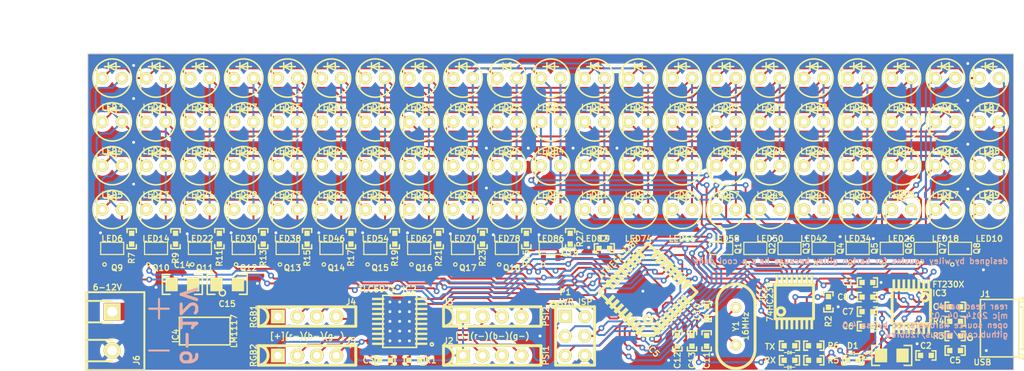
<source format=kicad_pcb>
(kicad_pcb (version 20221018) (generator pcbnew)
  (title_block (title "r2dbrew read head LED panel and PSI control") (date "01 Apr 2014") (rev "0.1") (company "Wiley Cousins, LLC. for Barton Gilley") (comment 1 "shared under the terms of the Creative Commes BY-SA 4.0 License") (comment 2 "open source hardware") (comment 3 "github.com/mcous/r2dbrew"))
  (layers (0 "F.Cu" signal) (31 "B.Cu" signal) (34 "B.Paste" user) (35 "F.Paste" user) (36 "B.SilkS" user) (37 "F.SilkS" user) (38 "B.Mask" user) (39 "F.Mask" user) (44 "Edge.Cuts" user))
  (net 0 "")
  (net 1 "/AVR_MISO")
  (net 2 "/AVR_MOSI")
  (net 3 "/AVR_RST")
  (net 4 "/AVR_RX")
  (net 5 "/AVR_SCK")
  (net 6 "/AVR_TX")
  (net 7 "/BLU0")
  (net 8 "/BLU1")
  (net 9 "/BLU2")
  (net 10 "/BLU3")
  (net 11 "/GRN0")
  (net 12 "/GRN1")
  (net 13 "/GRN2")
  (net 14 "/GRN3")
  (net 15 "/LED Matrix/AVR_C0")
  (net 16 "/LED Matrix/AVR_C1")
  (net 17 "/LED Matrix/AVR_C10")
  (net 18 "/LED Matrix/AVR_C2")
  (net 19 "/LED Matrix/AVR_C3")
  (net 20 "/LED Matrix/AVR_C4")
  (net 21 "/LED Matrix/AVR_C5")
  (net 22 "/LED Matrix/AVR_C6")
  (net 23 "/LED Matrix/AVR_C7")
  (net 24 "/LED Matrix/AVR_C8")
  (net 25 "/LED Matrix/AVR_C9")
  (net 26 "/LED Matrix/AVR_R0")
  (net 27 "/LED Matrix/AVR_R1")
  (net 28 "/LED Matrix/AVR_R2")
  (net 29 "/LED Matrix/AVR_R3")
  (net 30 "/LED Matrix/AVR_R4")
  (net 31 "/LED Matrix/AVR_R5")
  (net 32 "/LED Matrix/AVR_R6")
  (net 33 "/LED Matrix/AVR_R7")
  (net 34 "/LED Matrix/COL0")
  (net 35 "/LED Matrix/COL1")
  (net 36 "/LED Matrix/COL10")
  (net 37 "/LED Matrix/COL2")
  (net 38 "/LED Matrix/COL3")
  (net 39 "/LED Matrix/COL4")
  (net 40 "/LED Matrix/COL5")
  (net 41 "/LED Matrix/COL6")
  (net 42 "/LED Matrix/COL7")
  (net 43 "/LED Matrix/COL8")
  (net 44 "/LED Matrix/COL9")
  (net 45 "/LED Matrix/ROW0")
  (net 46 "/LED Matrix/ROW1")
  (net 47 "/LED Matrix/ROW2")
  (net 48 "/LED Matrix/ROW3")
  (net 49 "/LED Matrix/ROW4")
  (net 50 "/LED Matrix/ROW5")
  (net 51 "/LED Matrix/ROW6")
  (net 52 "/LED Matrix/ROW7")
  (net 53 "/RED0")
  (net 54 "/RED1")
  (net 55 "/RED2")
  (net 56 "/RED3")
  (net 57 "/RGB_SCK")
  (net 58 "/RGB_SDA")
  (net 59 "/R_SEL_EN")
  (net 60 "GND")
  (net 61 "VCC")
  (net 62 "Net-(C2-Pad1)")
  (net 63 "Net-(C4-Pad2)")
  (net 64 "Net-(C5-Pad2)")
  (net 65 "Net-(C6-Pad2)")
  (net 66 "Net-(C7-Pad2)")
  (net 67 "Net-(C8-Pad2)")
  (net 68 "Net-(C10-Pad2)")
  (net 69 "Net-(C11-Pad2)")
  (net 70 "Net-(C14-Pad1)")
  (net 71 "Net-(IC1-Pad4)")
  (net 72 "Net-(IC2-Pad1)")
  (net 73 "Net-(IC2-Pad12)")
  (net 74 "Net-(IC2-Pad11)")
  (net 75 "Net-(IC3-Pad9)")
  (net 76 "Net-(IC3-Pad14)")
  (net 77 "Net-(IC3-Pad15)")
  (net 78 "Net-(IC3-Pad6)")
  (net 79 "Net-(IC3-Pad7)")
  (net 80 "Net-(IC3-Pad8)")
  (net 81 "Net-(IC5-Pad19)")
  (net 82 "Net-(IC5-Pad22)")
  (net 83 "Net-(IC5-Pad26)")
  (net 84 "Net-(J1-Pad4)")
  (net 85 "Net-(LED1-Pad1)")
  (net 86 "Net-(LED2-Pad1)")
  (net 87 "Net-(LED10-Pad2)")
  (net 88 "Net-(LED11-Pad2)")
  (net 89 "Net-(LED19-Pad2)")
  (net 90 "Net-(LED27-Pad2)")
  (net 91 "Net-(LED35-Pad2)")
  (net 92 "Net-(LED43-Pad2)")
  (net 93 "Net-(LED51-Pad2)")
  (net 94 "Net-(LED59-Pad2)")
  (net 95 "Net-(LED67-Pad2)")
  (net 96 "Net-(LED75-Pad2)")
  (net 97 "Net-(LED83-Pad2)")
  (footprint "general sm:0603(1608m)" (layer "F.Cu") (at 177.038 120.142 180)
    (fp_text reference "C1")
    (fp_text value "0.1uF" hide)
  )
  (footprint "general sm:0603(1608m)" (layer "F.Cu") (at 184.658 129.667)
    (fp_text reference "C2")
    (fp_text value "0.1uF" hide)
  )
  (footprint "general sm:0603(1608m)" (layer "F.Cu") (at 114.173 130.302 180)
    (fp_text reference "C3")
    (fp_text value "0.1uF" hide)
  )
  (footprint "general sm:0603(1608m)" (layer "F.Cu") (at 188.468 123.317)
    (fp_text reference "C4")
    (fp_text value "47pF" hide)
  )
  (footprint "general sm:0603(1608m)" (layer "F.Cu") (at 188.468 129.032)
    (fp_text reference "C5")
    (fp_text value "47pF" hide)
  )
  (footprint "general sm:0603(1608m)" (layer "F.Cu") (at 177.038 125.857)
    (fp_text reference "C6")
    (fp_text value "0.1uF" hide)
  )
  (footprint "general sm:0603(1608m)" (layer "F.Cu") (at 177.038 123.952)
    (fp_text reference "C7")
    (fp_text value "0.1uF" hide)
  )
  (footprint "general sm:0603(1608m)" (layer "F.Cu") (at 177.038 122.047)
    (fp_text reference "C8")
    (fp_text value "0.1uF" hide)
  )
  (footprint "general sm:0603(1608m)" (layer "F.Cu") (at 142.748 115.697)
    (fp_text reference "C9")
    (fp_text value "0.1uF" hide)
  )
  (footprint "general sm:0603(1608m)" (layer "F.Cu") (at 156.083 123.952 -90)
    (fp_text reference "C10")
    (fp_text value "22pF" hide)
  )
  (footprint "general sm:0603(1608m)" (layer "F.Cu") (at 156.083 127.762 90)
    (fp_text reference "C11")
    (fp_text value "22pF" hide)
  )
  (footprint "general sm:0603(1608m)" (layer "F.Cu") (at 152.273 127.762 90)
    (fp_text reference "C12")
    (fp_text value "0.1uF" hide)
  )
  (footprint "general sm:0603(1608m)" (layer "F.Cu") (at 154.178 127.762 90)
    (fp_text reference "C13")
    (fp_text value "0.1uF" hide)
  )
  (footprint "sm leds:0603(1608m)_led" (layer "F.Cu") (at 175.133 130.302)
    (fp_text reference "D1")
    (fp_text value "1N5819" hide)
  )
  (footprint "general sm:1206(3216m)" (layer "F.Cu") (at 180.213 129.667 180)
    (fp_text reference "F1")
    (fp_text value "500mA" hide)
  )
  (footprint "small outline:TSSOP16" (layer "F.Cu") (at 167.513 122.682 90)
    (fp_text reference "IC1")
    (fp_text value "74HC238")
  )
  (footprint "small outline:HTSSOP20" (layer "F.Cu") (at 116.078 125.222 180)
    (fp_text reference "IC2")
    (fp_text value "TLC5971")
  )
  (footprint "small outline:SSOP16" (layer "F.Cu") (at 182.753 123.317 -90)
    (fp_text reference "IC3")
    (fp_text value "FT230X")
  )
  (footprint "small outline:SOT223" (layer "F.Cu") (at 90.678 126.492 -90)
    (fp_text reference "IC4")
    (fp_text value "LM1117")
  )
  (footprint "quad flat:TQFP32_7mm" (layer "F.Cu") (at 148.463 121.412 135)
    (fp_text reference "IC5")
    (fp_text value "ATMEGA328P")
  )
  (footprint "sm connectors:MICROUSB_sm" (layer "F.Cu") (at 194.564 126.111 180)
    (fp_text reference "J1")
    (fp_text value "USB")
  )
  (footprint "single inline:SIP4" (layer "F.Cu") (at 128.143 129.667)
    (fp_text reference "J2")
    (fp_text value "PSI1")
  )
  (footprint "single inline:SIP4" (layer "F.Cu") (at 128.143 124.587)
    (fp_text reference "J3")
    (fp_text value "PSI2")
  )
  (footprint "single inline:SIP4" (layer "F.Cu") (at 104.013 124.587)
    (fp_text reference "J4")
    (fp_text value "RGB1")
  )
  (footprint "single inline:SIP4" (layer "F.Cu") (at 104.013 129.667)
    (fp_text reference "J5")
    (fp_text value "RGB2")
  )
  (footprint "th connectors:2-PIN_SCREW-TERM_P200MIL" (layer "F.Cu") (at 78.613 126.492 -90)
    (fp_text reference "J6")
    (fp_text value "6-12V")
  )
  (footprint "sm leds:0603(1608m)_led" (layer "F.Cu") (at 166.878 130.302 180)
    (fp_text reference "LED1" hide)
    (fp_text value "RX")
  )
  (footprint "sm leds:0603(1608m)_led" (layer "F.Cu") (at 166.878 128.397 180)
    (fp_text reference "LED2" hide)
    (fp_text value "TX")
  )
  (footprint "led:5mm-THRU-LED" (layer "F.Cu") (at 78.613 93.472)
    (fp_text reference "LED3")
    (fp_text value "LED" hide)
  )
  (footprint "led:5mm-THRU-LED" (layer "F.Cu") (at 78.613 99.187)
    (fp_text reference "LED4")
    (fp_text value "LED" hide)
  )
  (footprint "led:5mm-THRU-LED" (layer "F.Cu") (at 78.613 104.902)
    (fp_text reference "LED5")
    (fp_text value "LED" hide)
  )
  (footprint "led:5mm-THRU-LED" (layer "F.Cu") (at 78.613 110.617)
    (fp_text reference "LED6")
    (fp_text value "LED" hide)
  )
  (footprint "led:5mm-THRU-LED" (layer "F.Cu") (at 192.913 93.472)
    (fp_text reference "LED7")
    (fp_text value "LED" hide)
  )
  (footprint "led:5mm-THRU-LED" (layer "F.Cu") (at 192.913 99.187)
    (fp_text reference "LED8")
    (fp_text value "LED" hide)
  )
  (footprint "led:5mm-THRU-LED" (layer "F.Cu") (at 192.913 104.902)
    (fp_text reference "LED9")
    (fp_text value "LED" hide)
  )
  (footprint "led:5mm-THRU-LED" (layer "F.Cu") (at 192.913 110.617)
    (fp_text reference "LED10")
    (fp_text value "LED" hide)
  )
  (footprint "led:5mm-THRU-LED" (layer "F.Cu") (at 84.328 93.472)
    (fp_text reference "LED11")
    (fp_text value "LED" hide)
  )
  (footprint "led:5mm-THRU-LED" (layer "F.Cu") (at 84.328 99.187)
    (fp_text reference "LED12")
    (fp_text value "LED" hide)
  )
  (footprint "led:5mm-THRU-LED" (layer "F.Cu") (at 84.328 104.902)
    (fp_text reference "LED13")
    (fp_text value "LED" hide)
  )
  (footprint "led:5mm-THRU-LED" (layer "F.Cu") (at 84.328 110.617)
    (fp_text reference "LED14")
    (fp_text value "LED" hide)
  )
  (footprint "led:5mm-THRU-LED" (layer "F.Cu") (at 187.198 93.472)
    (fp_text reference "LED15")
    (fp_text value "LED" hide)
  )
  (footprint "led:5mm-THRU-LED" (layer "F.Cu") (at 187.198 99.187)
    (fp_text reference "LED16")
    (fp_text value "LED" hide)
  )
  (footprint "led:5mm-THRU-LED" (layer "F.Cu") (at 187.198 104.902)
    (fp_text reference "LED17")
    (fp_text value "LED" hide)
  )
  (footprint "led:5mm-THRU-LED" (layer "F.Cu") (at 187.198 110.617)
    (fp_text reference "LED18")
    (fp_text value "LED" hide)
  )
  (footprint "led:5mm-THRU-LED" (layer "F.Cu") (at 90.043 93.472)
    (fp_text reference "LED19")
    (fp_text value "LED" hide)
  )
  (footprint "led:5mm-THRU-LED" (layer "F.Cu") (at 90.043 99.187)
    (fp_text reference "LED20")
    (fp_text value "LED" hide)
  )
  (footprint "led:5mm-THRU-LED" (layer "F.Cu") (at 90.043 104.902)
    (fp_text reference "LED21")
    (fp_text value "LED" hide)
  )
  (footprint "led:5mm-THRU-LED" (layer "F.Cu") (at 90.043 110.617)
    (fp_text reference "LED22")
    (fp_text value "LED" hide)
  )
  (footprint "led:5mm-THRU-LED" (layer "F.Cu") (at 181.483 93.472)
    (fp_text reference "LED23")
    (fp_text value "LED" hide)
  )
  (footprint "led:5mm-THRU-LED" (layer "F.Cu") (at 181.483 99.187)
    (fp_text reference "LED24")
    (fp_text value "LED" hide)
  )
  (footprint "led:5mm-THRU-LED" (layer "F.Cu") (at 181.483 104.902)
    (fp_text reference "LED25")
    (fp_text value "LED" hide)
  )
  (footprint "led:5mm-THRU-LED" (layer "F.Cu") (at 181.483 110.617)
    (fp_text reference "LED26")
    (fp_text value "LED" hide)
  )
  (footprint "led:5mm-THRU-LED" (layer "F.Cu") (at 95.758 93.472)
    (fp_text reference "LED27")
    (fp_text value "LED" hide)
  )
  (footprint "led:5mm-THRU-LED" (layer "F.Cu") (at 95.758 99.187)
    (fp_text reference "LED28")
    (fp_text value "LED" hide)
  )
  (footprint "led:5mm-THRU-LED" (layer "F.Cu") (at 95.758 104.902)
    (fp_text reference "LED29")
    (fp_text value "LED" hide)
  )
  (footprint "led:5mm-THRU-LED" (layer "F.Cu") (at 95.758 110.617)
    (fp_text reference "LED30")
    (fp_text value "LED" hide)
  )
  (footprint "led:5mm-THRU-LED" (layer "F.Cu") (at 175.768 93.472)
    (fp_text reference "LED31")
    (fp_text value "LED" hide)
  )
  (footprint "led:5mm-THRU-LED" (layer "F.Cu") (at 175.768 99.187)
    (fp_text reference "LED32")
    (fp_text value "LED" hide)
  )
  (footprint "led:5mm-THRU-LED" (layer "F.Cu") (at 175.768 104.902)
    (fp_text reference "LED33")
    (fp_text value "LED" hide)
  )
  (footprint "led:5mm-THRU-LED" (layer "F.Cu") (at 175.768 110.617)
    (fp_text reference "LED34")
    (fp_text value "LED" hide)
  )
  (footprint "led:5mm-THRU-LED" (layer "F.Cu") (at 101.473 93.472)
    (fp_text reference "LED35")
    (fp_text value "LED" hide)
  )
  (footprint "led:5mm-THRU-LED" (layer "F.Cu") (at 101.473 99.187)
    (fp_text reference "LED36")
    (fp_text value "LED" hide)
  )
  (footprint "led:5mm-THRU-LED" (layer "F.Cu") (at 101.473 104.902)
    (fp_text reference "LED37")
    (fp_text value "LED" hide)
  )
  (footprint "led:5mm-THRU-LED" (layer "F.Cu") (at 101.473 110.617)
    (fp_text reference "LED38")
    (fp_text value "LED" hide)
  )
  (footprint "led:5mm-THRU-LED" (layer "F.Cu") (at 170.053 93.472)
    (fp_text reference "LED39")
    (fp_text value "LED" hide)
  )
  (footprint "led:5mm-THRU-LED" (layer "F.Cu") (at 170.053 99.187)
    (fp_text reference "LED40")
    (fp_text value "LED" hide)
  )
  (footprint "led:5mm-THRU-LED" (layer "F.Cu") (at 170.053 104.902)
    (fp_text reference "LED41")
    (fp_text value "LED" hide)
  )
  (footprint "led:5mm-THRU-LED" (layer "F.Cu") (at 170.053 110.617)
    (fp_text reference "LED42")
    (fp_text value "LED" hide)
  )
  (footprint "led:5mm-THRU-LED" (layer "F.Cu") (at 107.188 93.472)
    (fp_text reference "LED43")
    (fp_text value "LED" hide)
  )
  (footprint "led:5mm-THRU-LED" (layer "F.Cu") (at 107.188 99.187)
    (fp_text reference "LED44")
    (fp_text value "LED" hide)
  )
  (footprint "led:5mm-THRU-LED" (layer "F.Cu") (at 107.188 104.902)
    (fp_text reference "LED45")
    (fp_text value "LED" hide)
  )
  (footprint "led:5mm-THRU-LED" (layer "F.Cu") (at 107.188 110.617)
    (fp_text reference "LED46")
    (fp_text value "LED" hide)
  )
  (footprint "led:5mm-THRU-LED" (layer "F.Cu") (at 164.338 93.472)
    (fp_text reference "LED47")
    (fp_text value "LED" hide)
  )
  (footprint "led:5mm-THRU-LED" (layer "F.Cu") (at 164.338 99.187)
    (fp_text reference "LED48")
    (fp_text value "LED" hide)
  )
  (footprint "led:5mm-THRU-LED" (layer "F.Cu") (at 164.338 104.902)
    (fp_text reference "LED49")
    (fp_text value "LED" hide)
  )
  (footprint "led:5mm-THRU-LED" (layer "F.Cu") (at 164.338 110.617)
    (fp_text reference "LED50")
    (fp_text value "LED" hide)
  )
  (footprint "led:5mm-THRU-LED" (layer "F.Cu") (at 112.903 93.472)
    (fp_text reference "LED51")
    (fp_text value "LED" hide)
  )
  (footprint "led:5mm-THRU-LED" (layer "F.Cu") (at 112.903 99.187)
    (fp_text reference "LED52")
    (fp_text value "LED" hide)
  )
  (footprint "led:5mm-THRU-LED" (layer "F.Cu") (at 112.903 104.902)
    (fp_text reference "LED53")
    (fp_text value "LED" hide)
  )
  (footprint "led:5mm-THRU-LED" (layer "F.Cu") (at 112.903 110.617)
    (fp_text reference "LED54")
    (fp_text value "LED" hide)
  )
  (footprint "led:5mm-THRU-LED" (layer "F.Cu") (at 158.623 93.472)
    (fp_text reference "LED55")
    (fp_text value "LED" hide)
  )
  (footprint "led:5mm-THRU-LED" (layer "F.Cu") (at 158.623 99.187)
    (fp_text reference "LED56")
    (fp_text value "LED" hide)
  )
  (footprint "led:5mm-THRU-LED" (layer "F.Cu") (at 158.623 104.902)
    (fp_text reference "LED57")
    (fp_text value "LED" hide)
  )
  (footprint "led:5mm-THRU-LED" (layer "F.Cu") (at 158.623 110.617)
    (fp_text reference "LED58")
    (fp_text value "LED" hide)
  )
  (footprint "led:5mm-THRU-LED" (layer "F.Cu") (at 118.618 93.472)
    (fp_text reference "LED59")
    (fp_text value "LED" hide)
  )
  (footprint "led:5mm-THRU-LED" (layer "F.Cu") (at 118.618 104.902)
    (fp_text reference "LED61")
    (fp_text value "LED" hide)
  )
  (footprint "led:5mm-THRU-LED" (layer "F.Cu") (at 118.618 110.617)
    (fp_text reference "LED62")
    (fp_text value "LED" hide)
  )
  (footprint "led:5mm-THRU-LED" (layer "F.Cu") (at 152.908 93.472)
    (fp_text reference "LED63")
    (fp_text value "LED" hide)
  )
  (footprint "led:5mm-THRU-LED" (layer "F.Cu") (at 152.908 99.187)
    (fp_text reference "LED64")
    (fp_text value "LED" hide)
  )
  (footprint "led:5mm-THRU-LED" (layer "F.Cu") (at 152.908 104.902)
    (fp_text reference "LED65")
    (fp_text value "LED" hide)
  )
  (footprint "led:5mm-THRU-LED" (layer "F.Cu") (at 152.908 110.617)
    (fp_text reference "LED66")
    (fp_text value "LED" hide)
  )
  (footprint "led:5mm-THRU-LED" (layer "F.Cu") (at 124.333 93.472)
    (fp_text reference "LED67")
    (fp_text value "LED" hide)
  )
  (footprint "led:5mm-THRU-LED" (layer "F.Cu") (at 124.333 99.187)
    (fp_text reference "LED68")
    (fp_text value "LED" hide)
  )
  (footprint "led:5mm-THRU-LED" (layer "F.Cu") (at 124.333 104.902)
    (fp_text reference "LED69")
    (fp_text value "LED" hide)
  )
  (footprint "led:5mm-THRU-LED" (layer "F.Cu") (at 124.333 110.617)
    (fp_text reference "LED70")
    (fp_text value "LED" hide)
  )
  (footprint "led:5mm-THRU-LED" (layer "F.Cu") (at 147.193 99.187)
    (fp_text reference "LED72")
    (fp_text value "LED" hide)
  )
  (footprint "led:5mm-THRU-LED" (layer "F.Cu") (at 147.193 104.902)
    (fp_text reference "LED73")
    (fp_text value "LED" hide)
  )
  (footprint "led:5mm-THRU-LED" (layer "F.Cu") (at 147.193 110.617)
    (fp_text reference "LED74")
    (fp_text value "LED" hide)
  )
  (footprint "led:5mm-THRU-LED" (layer "F.Cu") (at 130.048 93.472)
    (fp_text reference "LED75")
    (fp_text value "LED" hide)
  )
  (footprint "led:5mm-THRU-LED" (layer "F.Cu") (at 130.048 99.187)
    (fp_text reference "LED76")
    (fp_text value "LED" hide)
  )
  (footprint "led:5mm-THRU-LED" (layer "F.Cu") (at 130.048 104.902)
    (fp_text reference "LED77")
    (fp_text value "LED" hide)
  )
  (footprint "led:5mm-THRU-LED" (layer "F.Cu") (at 130.048 110.617)
    (fp_text reference "LED78")
    (fp_text value "LED" hide)
  )
  (footprint "led:5mm-THRU-LED" (layer "F.Cu") (at 141.478 93.472)
    (fp_text reference "LED79")
    (fp_text value "LED" hide)
  )
  (footprint "led:5mm-THRU-LED" (layer "F.Cu") (at 141.478 99.187)
    (fp_text reference "LED80")
    (fp_text value "LED" hide)
  )
  (footprint "led:5mm-THRU-LED" (layer "F.Cu") (at 141.478 104.902)
    (fp_text reference "LED81")
    (fp_text value "LED" hide)
  )
  (footprint "led:5mm-THRU-LED" (layer "F.Cu") (at 141.478 110.617)
    (fp_text reference "LED82")
    (fp_text value "LED" hide)
  )
  (footprint "led:5mm-THRU-LED" (layer "F.Cu") (at 135.763 93.472)
    (fp_text reference "LED83")
    (fp_text value "LED" hide)
  )
  (footprint "led:5mm-THRU-LED" (layer "F.Cu") (at 135.763 99.187)
    (fp_text reference "LED84")
    (fp_text value "LED" hide)
  )
  (footprint "led:5mm-THRU-LED" (layer "F.Cu") (at 135.763 104.902)
    (fp_text reference "LED85")
    (fp_text value "LED" hide)
  )
  (footprint "led:5mm-THRU-LED" (layer "F.Cu") (at 135.763 110.617)
    (fp_text reference "LED86")
    (fp_text value "LED" hide)
  )
  (footprint "th connectors:2x3-array" (layer "F.Cu") (at 138.938 127.127)
    (fp_text reference "P1")
    (fp_text value "AVR_ISP")
  )
  (footprint "small outline:SOT23" (layer "F.Cu") (at 157.988 115.697 90)
    (fp_text reference "Q1")
    (fp_text value "DDTD113ZC" hide)
  )
  (footprint "small outline:SOT23" (layer "F.Cu") (at 162.433 115.697 90)
    (fp_text reference "Q2")
    (fp_text value "DDTD113ZC" hide)
  )
  (footprint "small outline:SOT23" (layer "F.Cu") (at 166.878 115.697 90)
    (fp_text reference "Q3")
    (fp_text value "DDTD113ZC" hide)
  )
  (footprint "small outline:SOT23" (layer "F.Cu") (at 171.323 115.697 90)
    (fp_text reference "Q4")
    (fp_text value "DDTD113ZC" hide)
  )
  (footprint "small outline:SOT23" (layer "F.Cu") (at 175.768 115.697 90)
    (fp_text reference "Q5")
    (fp_text value "DDTD113ZC" hide)
  )
  (footprint "small outline:SOT23" (layer "F.Cu") (at 180.213 115.697 90)
    (fp_text reference "Q6")
    (fp_text value "DDTD113ZC" hide)
  )
  (footprint "small outline:SOT23" (layer "F.Cu") (at 184.658 115.697 90)
    (fp_text reference "Q7")
    (fp_text value "DDTD113ZC" hide)
  )
  (footprint "small outline:SOT23" (layer "F.Cu") (at 189.103 115.697 90)
    (fp_text reference "Q8")
    (fp_text value "DDTD113ZC" hide)
  )
  (footprint "small outline:SOT23" (layer "F.Cu") (at 78.613 115.697 90)
    (fp_text reference "Q9")
    (fp_text value "DDTB113ZC" hide)
  )
  (footprint "small outline:SOT23" (layer "F.Cu") (at 84.328 115.697 90)
    (fp_text reference "Q10")
    (fp_text value "DDTB113ZC" hide)
  )
  (footprint "small outline:SOT23" (layer "F.Cu") (at 90.043 115.697 90)
    (fp_text reference "Q11")
    (fp_text value "DDTB113ZC" hide)
  )
  (footprint "small outline:SOT23" (layer "F.Cu") (at 95.758 115.697 90)
    (fp_text reference "Q12")
    (fp_text value "DDTB113ZC" hide)
  )
  (footprint "small outline:SOT23" (layer "F.Cu") (at 101.473 115.697 90)
    (fp_text reference "Q13")
    (fp_text value "DDTB113ZC" hide)
  )
  (footprint "small outline:SOT23" (layer "F.Cu") (at 107.188 115.697 90)
    (fp_text reference "Q14")
    (fp_text value "DDTB113ZC" hide)
  )
  (footprint "small outline:SOT23" (layer "F.Cu") (at 112.903 115.697 90)
    (fp_text reference "Q15")
    (fp_text value "DDTB113ZC" hide)
  )
  (footprint "small outline:SOT23" (layer "F.Cu") (at 118.618 115.697 90)
    (fp_text reference "Q16")
    (fp_text value "DDTB113ZC" hide)
  )
  (footprint "small outline:SOT23" (layer "F.Cu") (at 124.333 115.697 90)
    (fp_text reference "Q17")
    (fp_text value "DDTB113ZC" hide)
  )
  (footprint "small outline:SOT23" (layer "F.Cu") (at 130.048 115.697 90)
    (fp_text reference "Q18")
    (fp_text value "DDTB113ZC" hide)
  )
  (footprint "small outline:SOT23" (layer "F.Cu") (at 135.763 115.697 90)
    (fp_text reference "Q19")
    (fp_text value "DDTB113ZC" hide)
  )
  (footprint "general sm:0603(1608m)" (layer "F.Cu") (at 117.983 130.302)
    (fp_text reference "R1")
    (fp_text value "2.2kΩ" hide)
  )
  (footprint "general sm:0603(1608m)" (layer "F.Cu") (at 171.958 122.682 90)
    (fp_text reference "R2")
    (fp_text value "10kΩ" hide)
  )
  (footprint "general sm:0603(1608m)" (layer "F.Cu") (at 188.468 127.127 180)
    (fp_text reference "R3")
    (fp_text value "27Ω" hide)
  )
  (footprint "general sm:0603(1608m)" (layer "F.Cu") (at 188.468 125.222 180)
    (fp_text reference "R4")
    (fp_text value "27Ω" hide)
  )
  (footprint "general sm:0603(1608m)" (layer "F.Cu") (at 170.053 130.302 180)
    (fp_text reference "R5")
    (fp_text value "1kΩ" hide)
  )
  (footprint "general sm:0603(1608m)" (layer "F.Cu") (at 170.053 128.397 180)
    (fp_text reference "R6")
    (fp_text value "1kΩ" hide)
  )
  (footprint "general sm:0603(1608m)" (layer "F.Cu") (at 81.153 114.427 90)
    (fp_text reference "R7")
    (fp_text value "110Ω" hide)
  )
  (footprint "general sm:0603(1608m)" (layer "F.Cu") (at 86.868 114.427 90)
    (fp_text reference "R9")
    (fp_text value "110Ω" hide)
  )
  (footprint "general sm:0603(1608m)" (layer "F.Cu") (at 92.583 114.427 90)
    (fp_text reference "R11")
    (fp_text value "110Ω" hide)
  )
  (footprint "general sm:0603(1608m)" (layer "F.Cu") (at 98.298 114.427 90)
    (fp_text reference "R13")
    (fp_text value "110Ω" hide)
  )
  (footprint "general sm:0603(1608m)" (layer "F.Cu") (at 104.013 114.427 90)
    (fp_text reference "R15")
    (fp_text value "110Ω" hide)
  )
  (footprint "general sm:0603(1608m)" (layer "F.Cu") (at 109.728 114.427 90)
    (fp_text reference "R17")
    (fp_text value "110Ω" hide)
  )
  (footprint "general sm:0603(1608m)" (layer "F.Cu") (at 115.443 114.427 90)
    (fp_text reference "R19")
    (fp_text value "110Ω" hide)
  )
  (footprint "general sm:0603(1608m)" (layer "F.Cu") (at 121.158 114.427 90)
    (fp_text reference "R21")
    (fp_text value "110Ω" hide)
  )
  (footprint "general sm:0603(1608m)" (layer "F.Cu") (at 126.873 114.427 90)
    (fp_text reference "R23")
    (fp_text value "110Ω" hide)
  )
  (footprint "general sm:0603(1608m)" (layer "F.Cu") (at 132.588 114.427 90)
    (fp_text reference "R25")
    (fp_text value "110Ω" hide)
  )
  (footprint "general sm:0603(1608m)" (layer "F.Cu") (at 138.303 114.427 90)
    (fp_text reference "R27")
    (fp_text value "110Ω" hide)
  )
  (footprint "crystals:HC49" (layer "F.Cu") (at 159.893 125.857 90)
    (fp_text reference "Y1")
    (fp_text value "16MHz")
  )
  (footprint "led:5mm-THRU-LED" (layer "F.Cu") (at 147.193 93.472)
    (fp_text reference "LED71")
    (fp_text value "LED" hide)
  )
  (footprint "led:5mm-THRU-LED" (layer "F.Cu") (at 118.618 99.187)
    (fp_text reference "LED60")
    (fp_text value "LED" hide)
  )
  (footprint "passive-smd:1206(3216m)" (layer "F.Cu") (at 87.757 120.396 180)
    (fp_text reference "C14")
    (fp_text value "10uF" hide)
  )
  (footprint "passive-smd:1206(3216m)" (layer "F.Cu") (at 93.599 120.396)
    (fp_text reference "C15")
    (fp_text value "22uF" hide)
  )
  (gr_line (start 83.439 129.032) (end 85.979 129.032) (stroke (width 0.254)) (layer "B.SilkS"))
  (gr_line (start 83.439 123.571) (end 85.979 123.571) (stroke (width 0.254)) (layer "B.SilkS"))
  (gr_line (start 84.709 122.301) (end 84.709 124.841) (stroke (width 0.254)) (layer "B.SilkS"))
  (gr_line (start 83.439 129.032) (end 85.979 129.032) (stroke (width 0.254)) (layer "F.SilkS"))
  (gr_line (start 83.439 123.571) (end 85.979 123.571) (stroke (width 0.254)) (layer "F.SilkS"))
  (gr_line (start 84.709 124.841) (end 84.709 122.301) (stroke (width 0.254)) (layer "F.SilkS"))
  (gr_line (start 196.088 90.297) (end 196.088 131.572) (stroke (width 0.1)) (layer "Edge.Cuts"))
  (gr_line (start 75.438 90.297) (end 196.088 90.297) (stroke (width 0.1)) (layer "Edge.Cuts"))
  (gr_line (start 75.438 131.572) (end 196.088 131.572) (stroke (width 0.1)) (layer "Edge.Cuts"))
  (gr_line (start 75.438 90.297) (end 75.438 131.572) (stroke (width 0.1)) (layer "Edge.Cuts"))
  (gr_text "6-12V" (at 88.519 125.857 270) (layer "B.SilkS") (effects (font (size 2.032 2.032) (thickness 0.4064)) (justify mirror)))
  (gr_text "rear head panel\nmjc 2014-04-01\nopen source hardware: cc by-sa 4.0\ngithub.com/mcous/r2dbrew" (at 195.453 125.095) (layer "B.SilkS") (effects (font (size 0.762 0.762) (thickness 0.1524)) (justify left mirror)))
  (gr_text "designed by wiley cousins for barton gilley because he's a cool dude" (at 195.453 117.348) (layer "B.SilkS") (effects (font (size 0.762 0.762) (thickness 0.1524)) (justify left mirror)))
  (gr_text "[+](r-)(b-)(g-)" (at 128.143 127.127) (layer "F.SilkS") (effects (font (size 0.762 0.762) (thickness 0.1524))))
  (gr_text "[+](r-)(b-)(g-)" (at 104.013 127.127) (layer "F.SilkS") (effects (font (size 0.762 0.762) (thickness 0.1524))))
  (segment (start 155.702 116.586) (end 155.575 116.459) (width 0.254) (layer "F.Cu") (net 1))
  (segment (start 155.575 116.459) (end 155.321 116.459) (width 0.254) (layer "F.Cu") (net 1))
  (segment (start 156.464 115.189) (end 156.083 114.808) (width 0.254) (layer "F.Cu") (net 1))
  (segment (start 156.083 114.808) (end 151.108503 114.808) (width 0.254) (layer "F.Cu") (net 1))
  (segment (start 151.108503 114.808) (end 149.45442 116.462083) (width 0.254) (layer "F.Cu") (net 1))
  (segment (start 155.702 117.221) (end 155.702 116.586) (width 0.254) (layer "F.Cu") (net 1))
  (segment (start 155.702 117.856) (end 156.845 118.999) (width 0.254) (layer "F.Cu") (net 1))
  (segment (start 156.845 118.999) (end 159.766 118.999) (width 0.254) (layer "F.Cu") (net 1))
  (segment (start 165.8874 123.8504) (end 161.036 118.999) (width 0.254) (layer "F.Cu") (net 1))
  (segment (start 161.036 118.999) (end 159.766 118.999) (width 0.254) (layer "F.Cu") (net 1))
  (segment (start 165.8874 125.55728) (end 165.8874 123.8504) (width 0.254) (layer "F.Cu") (net 1))
  (segment (start 155.702 117.221) (end 155.702 117.856) (width 0.254) (layer "F.Cu") (net 1))
  (via (at 155.321 116.459) (size 0.762) (drill 0.381) (layers "F.Cu" "B.Cu") (net 1))
  (via (at 156.464 115.189) (size 0.762) (drill 0.381) (layers "F.Cu" "B.Cu") (net 1))
  (segment (start 155.321 116.459) (end 156.464 115.316) (width 0.254) (layer "B.Cu") (net 1))
  (segment (start 156.464 115.316) (end 156.464 115.189) (width 0.254) (layer "B.Cu") (net 1))
  (segment (start 136.398 127.762) (end 137.033 128.397) (width 0.254) (layer "B.Cu") (net 1))
  (segment (start 137.033 128.397) (end 142.113 128.397) (width 0.254) (layer "B.Cu") (net 1))
  (segment (start 142.113 128.397) (end 144.018 126.492) (width 0.254) (layer "B.Cu") (net 1))
  (segment (start 144.018 126.492) (end 149.987 126.492) (width 0.254) (layer "B.Cu") (net 1))
  (segment (start 149.987 126.492) (end 154.051 122.428) (width 0.254) (layer "B.Cu") (net 1))
  (segment (start 155.321 117.475) (end 156.718 118.872) (width 0.254) (layer "B.Cu") (net 1))
  (segment (start 156.718 118.872) (end 156.718 120.142) (width 0.254) (layer "B.Cu") (net 1))
  (segment (start 156.718 120.142) (end 155.067 121.793) (width 0.254) (layer "B.Cu") (net 1))
  (segment (start 155.067 121.793) (end 154.686 121.793) (width 0.254) (layer "B.Cu") (net 1))
  (segment (start 154.686 121.793) (end 154.051 122.428) (width 0.254) (layer "B.Cu") (net 1))
  (segment (start 136.398 125.857) (end 136.398 127.762) (width 0.254) (layer "B.Cu") (net 1))
  (segment (start 137.668 124.587) (end 136.398 125.857) (width 0.254) (layer "B.Cu") (net 1))
  (segment (start 155.321 116.459) (end 155.321 117.475) (width 0.254) (layer "B.Cu") (net 1))
  (segment (start 156.2735 116.2685) (end 155.448 115.443) (width 0.254) (layer "F.Cu") (net 2))
  (segment (start 155.448 115.443) (end 152.4 115.443) (width 0.254) (layer "F.Cu") (net 2))
  (segment (start 151.605015 115.443) (end 150.020176 117.027839) (width 0.254) (layer "F.Cu") (net 2))
  (segment (start 156.2735 116.713) (end 156.2735 116.2685) (width 0.254) (layer "F.Cu") (net 2))
  (segment (start 156.2735 117.6655) (end 156.972 118.364) (width 0.254) (layer "F.Cu") (net 2))
  (segment (start 156.972 118.364) (end 160.274 118.364) (width 0.254) (layer "F.Cu") (net 2))
  (segment (start 152.4 115.443) (end 151.605015 115.443) (width 0.254) (layer "F.Cu") (net 2))
  (segment (start 153.035 115.443) (end 153.289 115.697) (width 0.254) (layer "F.Cu") (net 2))
  (segment (start 140.208 126.873) (end 140.208 127.127) (width 0.254) (layer "F.Cu") (net 2))
  (segment (start 142.367 126.111) (end 141.351 127.127) (width 0.254) (layer "F.Cu") (net 2))
  (segment (start 141.351 127.127) (end 140.208 127.127) (width 0.254) (layer "F.Cu") (net 2))
  (segment (start 166.53764 123.73864) (end 161.163 118.364) (width 0.254) (layer "F.Cu") (net 2))
  (segment (start 161.163 118.364) (end 160.274 118.364) (width 0.254) (layer "F.Cu") (net 2))
  (segment (start 166.53764 125.55728) (end 166.53764 123.73864) (width 0.254) (layer "F.Cu") (net 2))
  (segment (start 156.2735 116.713) (end 156.2735 117.6655) (width 0.254) (layer "F.Cu") (net 2))
  (segment (start 152.4 115.443) (end 153.035 115.443) (width 0.254) (layer "F.Cu") (net 2))
  (via (at 142.367 126.111) (size 0.762) (drill 0.381) (layers "F.Cu" "B.Cu") (net 2))
  (via (at 153.289 115.697) (size 0.762) (drill 0.381) (layers "F.Cu" "B.Cu") (net 2))
  (segment (start 143.256 125.222) (end 142.367 126.111) (width 0.254) (layer "B.Cu") (net 2))
  (segment (start 153.289 116.967) (end 155.448 119.126) (width 0.254) (layer "B.Cu") (net 2))
  (segment (start 155.448 119.126) (end 155.448 119.888) (width 0.254) (layer "B.Cu") (net 2))
  (segment (start 155.448 119.888) (end 154.813 120.523) (width 0.254) (layer "B.Cu") (net 2))
  (segment (start 154.813 120.523) (end 154.305 120.523) (width 0.254) (layer "B.Cu") (net 2))
  (segment (start 154.305 120.523) (end 149.606 125.222) (width 0.254) (layer "B.Cu") (net 2))
  (segment (start 149.606 125.222) (end 143.256 125.222) (width 0.254) (layer "B.Cu") (net 2))
  (segment (start 153.289 115.697) (end 153.289 116.967) (width 0.254) (layer "B.Cu") (net 2))
  (segment (start 138.938 128.397) (end 142.04196 128.397) (width 0.254) (layer "F.Cu") (net 3))
  (segment (start 142.04196 128.397) (end 144.74448 125.69448) (width 0.254) (layer "F.Cu") (net 3))
  (segment (start 144.74448 125.69448) (end 145.774311 124.664649) (width 0.254) (layer "F.Cu") (net 3))
  (segment (start 144.74448 128.86948) (end 145.669 129.794) (width 0.254) (layer "F.Cu") (net 3))
  (segment (start 145.669 129.794) (end 145.923 129.794) (width 0.254) (layer "F.Cu") (net 3))
  (segment (start 175.006 122.047) (end 176.338 122.047) (width 0.254) (layer "F.Cu") (net 3))
  (segment (start 137.668 129.667) (end 138.938 128.397) (width 0.254) (layer "F.Cu") (net 3))
  (segment (start 144.74448 125.69448) (end 144.74448 128.86948) (width 0.254) (layer "F.Cu") (net 3))
  (via (at 175.006 122.047) (size 0.762) (drill 0.381) (layers "F.Cu" "B.Cu") (net 3))
  (via (at 145.923 129.794) (size 0.762) (drill 0.381) (layers "F.Cu" "B.Cu") (net 3))
  (segment (start 145.923 129.794) (end 146.431 130.302) (width 0.254) (layer "B.Cu") (net 3))
  (segment (start 146.431 130.302) (end 149.987 130.302) (width 0.254) (layer "B.Cu") (net 3))
  (segment (start 149.987 130.302) (end 155.575 124.714) (width 0.254) (layer "B.Cu") (net 3))
  (segment (start 155.575 124.714) (end 155.956 124.714) (width 0.254) (layer "B.Cu") (net 3))
  (segment (start 155.956 124.714) (end 161.671 118.999) (width 0.254) (layer "B.Cu") (net 3))
  (segment (start 161.671 118.999) (end 173.609 118.999) (width 0.254) (layer "B.Cu") (net 3))
  (segment (start 173.609 118.999) (end 175.006 120.396) (width 0.254) (layer "B.Cu") (net 3))
  (segment (start 175.006 120.396) (end 175.006 122.047) (width 0.254) (layer "B.Cu") (net 3))
  (segment (start 185.02884 119.39016) (end 185.674 118.745) (width 0.254) (layer "F.Cu") (net 4))
  (segment (start 145.923 128.651) (end 145.415 128.143) (width 0.254) (layer "F.Cu") (net 4))
  (segment (start 145.415 128.143) (end 145.415 126.155472) (width 0.254) (layer "F.Cu") (net 4))
  (segment (start 145.415 126.155472) (end 146.340067 125.230405) (width 0.254) (layer "F.Cu") (net 4))
  (segment (start 185.02884 120.44172) (end 185.02884 119.39016) (width 0.254) (layer "F.Cu") (net 4))
  (via (at 145.923 128.651) (size 0.762) (drill 0.381) (layers "F.Cu" "B.Cu") (net 4))
  (via (at 185.674 118.745) (size 0.762) (drill 0.381) (layers "F.Cu" "B.Cu") (net 4))
  (segment (start 185.674 118.745) (end 184.785 119.634) (width 0.254) (layer "B.Cu") (net 4))
  (segment (start 184.785 119.634) (end 184.404 119.634) (width 0.254) (layer "B.Cu") (net 4))
  (segment (start 184.404 119.634) (end 183.134 118.364) (width 0.254) (layer "B.Cu") (net 4))
  (segment (start 183.134 118.364) (end 161.544 118.364) (width 0.254) (layer "B.Cu") (net 4))
  (segment (start 161.544 118.364) (end 155.787288 124.120712) (width 0.254) (layer "B.Cu") (net 4))
  (segment (start 155.787288 124.120712) (end 155.406288 124.120712) (width 0.254) (layer "B.Cu") (net 4))
  (segment (start 155.406288 124.120712) (end 149.86 129.667) (width 0.254) (layer "B.Cu") (net 4))
  (segment (start 149.86 129.667) (end 147.447 129.667) (width 0.254) (layer "B.Cu") (net 4))
  (segment (start 147.447 129.667) (end 146.431 128.651) (width 0.254) (layer "B.Cu") (net 4))
  (segment (start 146.431 128.651) (end 145.923 128.651) (width 0.254) (layer "B.Cu") (net 4))
  (segment (start 155.067 117.475) (end 155.067 117.475) (width 0.254) (layer "F.Cu") (net 5))
  (segment (start 154.178 116.586) (end 154.178 116.332) (width 0.254) (layer "F.Cu") (net 5))
  (segment (start 156.464 114.046) (end 156.337 114.173) (width 0.254) (layer "F.Cu") (net 5))
  (segment (start 156.337 114.173) (end 149.760663 114.173) (width 0.254) (layer "F.Cu") (net 5))
  (segment (start 149.760663 114.173) (end 147.47158 116.462083) (width 0.254) (layer "F.Cu") (net 5))
  (segment (start 155.067 117.475) (end 154.178 116.586) (width 0.254) (layer "F.Cu") (net 5))
  (segment (start 155.067 118.11) (end 156.591 119.634) (width 0.254) (layer "F.Cu") (net 5))
  (segment (start 156.591 119.634) (end 160.274 119.634) (width 0.254) (layer "F.Cu") (net 5))
  (segment (start 165.23716 123.96216) (end 160.909 119.634) (width 0.254) (layer "F.Cu") (net 5))
  (segment (start 160.909 119.634) (end 160.274 119.634) (width 0.254) (layer "F.Cu") (net 5))
  (segment (start 155.067 117.475) (end 155.067 118.11) (width 0.254) (layer "F.Cu") (net 5))
  (segment (start 165.23716 125.55728) (end 165.23716 123.96216) (width 0.254) (layer "F.Cu") (net 5))
  (via (at 154.178 116.332) (size 0.762) (drill 0.381) (layers "F.Cu" "B.Cu") (net 5))
  (via (at 156.464 114.046) (size 0.762) (drill 0.381) (layers "F.Cu" "B.Cu") (net 5))
  (segment (start 154.178 116.332) (end 156.464 114.046) (width 0.254) (layer "B.Cu") (net 5))
  (segment (start 138.938 125.857) (end 140.335 125.857) (width 0.254) (layer "B.Cu") (net 5))
  (segment (start 140.843 125.857) (end 141.986 127) (width 0.254) (layer "B.Cu") (net 5))
  (segment (start 141.986 127) (end 142.748 127) (width 0.254) (layer "B.Cu") (net 5))
  (segment (start 142.748 127) (end 143.891 125.857) (width 0.254) (layer "B.Cu") (net 5))
  (segment (start 143.891 125.857) (end 148.717 125.857) (width 0.254) (layer "B.Cu") (net 5))
  (segment (start 149.733 125.857) (end 154.432 121.158) (width 0.254) (layer "B.Cu") (net 5))
  (segment (start 154.432 121.158) (end 154.94 121.158) (width 0.254) (layer "B.Cu") (net 5))
  (segment (start 154.94 121.158) (end 156.083 120.015) (width 0.254) (layer "B.Cu") (net 5))
  (segment (start 156.083 120.015) (end 156.083 118.999) (width 0.254) (layer "B.Cu") (net 5))
  (segment (start 156.083 118.999) (end 154.178 117.094) (width 0.254) (layer "B.Cu") (net 5))
  (segment (start 154.178 117.094) (end 154.178 116.332) (width 0.254) (layer "B.Cu") (net 5))
  (segment (start 140.335 125.857) (end 140.843 125.857) (width 0.254) (layer "B.Cu") (net 5))
  (segment (start 137.668 127.127) (end 138.938 125.857) (width 0.254) (layer "B.Cu") (net 5))
  (segment (start 148.717 125.857) (end 149.733 125.857) (width 0.254) (layer "B.Cu") (net 5))
  (segment (start 183.07812 119.05488) (end 183.134 118.999) (width 0.254) (layer "F.Cu") (net 6))
  (segment (start 183.134 118.999) (end 184.15 118.999) (width 0.254) (layer "F.Cu") (net 6))
  (segment (start 184.15 118.999) (end 184.531 118.618) (width 0.254) (layer "F.Cu") (net 6))
  (segment (start 147.701 128.651) (end 147.447 128.397) (width 0.254) (layer "F.Cu") (net 6))
  (segment (start 147.447 128.397) (end 146.939 128.397) (width 0.254) (layer "F.Cu") (net 6))
  (segment (start 146.939 128.397) (end 146.05 127.508) (width 0.254) (layer "F.Cu") (net 6))
  (segment (start 146.05 127.508) (end 146.05 126.651985) (width 0.254) (layer "F.Cu") (net 6))
  (segment (start 146.05 126.651985) (end 146.905824 125.796161) (width 0.254) (layer "F.Cu") (net 6))
  (segment (start 183.07812 120.44172) (end 183.07812 119.05488) (width 0.254) (layer "F.Cu") (net 6))
  (via (at 184.531 118.618) (size 0.762) (drill 0.381) (layers "F.Cu" "B.Cu") (net 6))
  (via (at 147.701 128.651) (size 0.762) (drill 0.381) (layers "F.Cu" "B.Cu") (net 6))
  (segment (start 184.531 118.618) (end 183.642 117.729) (width 0.254) (layer "B.Cu") (net 6))
  (segment (start 183.642 117.729) (end 161.417 117.729) (width 0.254) (layer "B.Cu") (net 6))
  (segment (start 161.417 117.729) (end 155.596788 123.549212) (width 0.254) (layer "B.Cu") (net 6))
  (segment (start 155.596788 123.549212) (end 155.215788 123.549212) (width 0.254) (layer "B.Cu") (net 6))
  (segment (start 155.215788 123.549212) (end 149.733 129.032) (width 0.254) (layer "B.Cu") (net 6))
  (segment (start 149.733 129.032) (end 148.082 129.032) (width 0.254) (layer "B.Cu") (net 6))
  (segment (start 148.082 129.032) (end 147.701 128.651) (width 0.254) (layer "B.Cu") (net 6))
  (segment (start 120.34 125.547) (end 121.793 127) (width 0.254) (layer "F.Cu") (net 7))
  (segment (start 121.793 127) (end 125.984 127) (width 0.254) (layer "F.Cu") (net 7))
  (segment (start 125.984 127) (end 126.619 127.635) (width 0.254) (layer "F.Cu") (net 7))
  (segment (start 126.619 127.635) (end 128.27 127.635) (width 0.254) (layer "F.Cu") (net 7))
  (segment (start 128.27 127.635) (end 128.905 128.27) (width 0.254) (layer "F.Cu") (net 7))
  (segment (start 128.905 128.27) (end 130.556 128.27) (width 0.254) (layer "F.Cu") (net 7))
  (segment (start 130.556 128.27) (end 131.953 129.667) (width 0.254) (layer "F.Cu") (net 7))
  (segment (start 118.878 125.547) (end 120.34 125.547) (width 0.254) (layer "F.Cu") (net 7))
  (segment (start 131.953 123.444) (end 131.318 122.809) (width 0.254) (layer "F.Cu") (net 8))
  (segment (start 131.318 122.809) (end 128.143 122.809) (width 0.254) (layer "F.Cu") (net 8))
  (segment (start 128.143 122.809) (end 127.508 122.174) (width 0.254) (layer "F.Cu") (net 8))
  (segment (start 127.508 122.174) (end 123.233576 122.174) (width 0.254) (layer "F.Cu") (net 8))
  (segment (start 123.233576 122.174) (end 121.810576 123.597) (width 0.254) (layer "F.Cu") (net 8))
  (segment (start 120.015 123.597) (end 121.810576 123.597) (width 0.254) (layer "F.Cu") (net 8))
  (segment (start 118.878 123.597) (end 120.015 123.597) (width 0.254) (layer "F.Cu") (net 8))
  (segment (start 131.953 124.587) (end 131.953 123.444) (width 0.254) (layer "F.Cu") (net 8))
  (segment (start 108.133 124.897) (end 107.823 124.587) (width 0.254) (layer "F.Cu") (net 9))
  (segment (start 113.278 124.897) (end 108.133 124.897) (width 0.254) (layer "F.Cu") (net 9))
  (segment (start 110.643 126.847) (end 107.823 129.667) (width 0.254) (layer "F.Cu") (net 10))
  (segment (start 113.278 126.847) (end 110.643 126.847) (width 0.254) (layer "F.Cu") (net 10))
  (segment (start 120.101 126.197) (end 121.539 127.635) (width 0.254) (layer "F.Cu") (net 11))
  (segment (start 121.539 127.635) (end 125.73 127.635) (width 0.254) (layer "F.Cu") (net 11))
  (segment (start 125.73 127.635) (end 126.365 128.27) (width 0.254) (layer "F.Cu") (net 11))
  (segment (start 126.365 128.27) (end 128.016 128.27) (width 0.254) (layer "F.Cu") (net 11))
  (segment (start 128.016 128.27) (end 129.413 129.667) (width 0.254) (layer "F.Cu") (net 11))
  (segment (start 118.878 126.197) (end 120.101 126.197) (width 0.254) (layer "F.Cu") (net 11))
  (segment (start 128.778 124.587) (end 129.413 124.587) (width 0.254) (layer "F.Cu") (net 12))
  (segment (start 122.006 124.247) (end 123.444 122.809) (width 0.254) (layer "F.Cu") (net 12))
  (segment (start 123.444 122.809) (end 127.381 122.809) (width 0.254) (layer "F.Cu") (net 12))
  (segment (start 127.381 122.809) (end 129.159 124.587) (width 0.254) (layer "F.Cu") (net 12))
  (segment (start 129.159 124.587) (end 129.413 124.587) (width 0.254) (layer "F.Cu") (net 12))
  (segment (start 118.878 124.247) (end 120.015 124.247) (width 0.254) (layer "F.Cu") (net 12))
  (segment (start 120.269 124.247) (end 122.006 124.247) (width 0.254) (layer "F.Cu") (net 12))
  (segment (start 120.015 124.247) (end 120.269 124.247) (width 0.254) (layer "F.Cu") (net 12))
  (segment (start 109.515 124.247) (end 108.458 123.19) (width 0.254) (layer "F.Cu") (net 13))
  (segment (start 108.458 123.19) (end 106.68 123.19) (width 0.254) (layer "F.Cu") (net 13))
  (segment (start 106.68 123.19) (end 105.283 124.587) (width 0.254) (layer "F.Cu") (net 13))
  (segment (start 113.278 124.247) (end 109.515 124.247) (width 0.254) (layer "F.Cu") (net 13))
  (segment (start 110.404 126.197) (end 108.331 128.27) (width 0.254) (layer "F.Cu") (net 14))
  (segment (start 108.331 128.27) (end 106.68 128.27) (width 0.254) (layer "F.Cu") (net 14))
  (segment (start 106.68 128.27) (end 105.283 129.667) (width 0.254) (layer "F.Cu") (net 14))
  (segment (start 113.278 126.197) (end 110.404 126.197) (width 0.254) (layer "F.Cu") (net 14))
  (segment (start 100.203 120.269) (end 104.775 120.269) (width 0.254) (layer "F.Cu") (net 15))
  (segment (start 104.775 120.269) (end 105.41 120.904) (width 0.254) (layer "F.Cu") (net 15))
  (segment (start 105.41 120.904) (end 109.982 120.904) (width 0.254) (layer "F.Cu") (net 15))
  (segment (start 109.982 120.904) (end 110.236 121.158) (width 0.254) (layer "F.Cu") (net 15))
  (segment (start 150.495 119.888) (end 151.659689 118.723311) (width 0.254) (layer "F.Cu") (net 15))
  (segment (start 151.659689 118.723311) (end 151.715649 118.723311) (width 0.254) (layer "F.Cu") (net 15))
  (segment (start 77.663 118.176) (end 79.248 119.761) (width 0.254) (layer "F.Cu") (net 15))
  (segment (start 79.248 119.761) (end 83.439 119.761) (width 0.254) (layer "F.Cu") (net 15))
  (segment (start 98.806 120.269) (end 100.33 120.269) (width 0.254) (layer "F.Cu") (net 15))
  (segment (start 100.33 120.269) (end 100.203 120.269) (width 0.254) (layer "F.Cu") (net 15))
  (segment (start 77.663 116.797) (end 77.663 118.176) (width 0.254) (layer "F.Cu") (net 15))
  (via (at 98.806 120.269) (size 0.762) (drill 0.381) (layers "F.Cu" "B.Cu") (net 15))
  (via (at 150.495 119.888) (size 0.762) (drill 0.381) (layers "F.Cu" "B.Cu") (net 15))
  (via (at 110.236 121.158) (size 0.762) (drill 0.381) (layers "F.Cu" "B.Cu") (net 15))
  (via (at 83.439 119.761) (size 0.762) (drill 0.381) (layers "F.Cu" "B.Cu") (net 15))
  (segment (start 110.236 121.158) (end 110.744 120.65) (width 0.254) (layer "B.Cu") (net 15))
  (segment (start 110.744 120.65) (end 114.427 120.65) (width 0.254) (layer "B.Cu") (net 15))
  (segment (start 114.427 120.65) (end 115.443 121.666) (width 0.254) (layer "B.Cu") (net 15))
  (segment (start 115.443 121.666) (end 116.078 121.666) (width 0.254) (layer "B.Cu") (net 15))
  (segment (start 116.078 121.666) (end 116.459 121.285) (width 0.254) (layer "B.Cu") (net 15))
  (segment (start 116.459 121.285) (end 118.999 121.285) (width 0.254) (layer "B.Cu") (net 15))
  (segment (start 118.999 121.285) (end 120.523 122.809) (width 0.254) (layer "B.Cu") (net 15))
  (segment (start 120.523 122.809) (end 121.92 122.809) (width 0.254) (layer "B.Cu") (net 15))
  (segment (start 121.92 122.809) (end 122.682 122.047) (width 0.254) (layer "B.Cu") (net 15))
  (segment (start 122.682 122.047) (end 130.048 122.047) (width 0.254) (layer "B.Cu") (net 15))
  (segment (start 130.048 122.047) (end 131.826 120.269) (width 0.254) (layer "B.Cu") (net 15))
  (segment (start 131.826 120.269) (end 133.604 120.269) (width 0.254) (layer "B.Cu") (net 15))
  (segment (start 133.604 120.269) (end 134.366 121.031) (width 0.254) (layer "B.Cu") (net 15))
  (segment (start 134.366 121.031) (end 136.652 121.031) (width 0.254) (layer "B.Cu") (net 15))
  (segment (start 136.652 121.031) (end 137.795 119.888) (width 0.254) (layer "B.Cu") (net 15))
  (segment (start 137.795 119.888) (end 138.43 119.888) (width 0.254) (layer "B.Cu") (net 15))
  (segment (start 138.43 119.888) (end 139.192 120.65) (width 0.254) (layer "B.Cu") (net 15))
  (segment (start 139.192 120.65) (end 139.7 120.65) (width 0.254) (layer "B.Cu") (net 15))
  (segment (start 139.7 120.65) (end 140.843 121.793) (width 0.254) (layer "B.Cu") (net 15))
  (segment (start 140.843 121.793) (end 141.605 121.793) (width 0.254) (layer "B.Cu") (net 15))
  (segment (start 141.605 121.793) (end 142.494 120.904) (width 0.254) (layer "B.Cu") (net 15))
  (segment (start 142.494 120.904) (end 146.304 120.904) (width 0.254) (layer "B.Cu") (net 15))
  (segment (start 146.304 120.904) (end 148.082 119.126) (width 0.254) (layer "B.Cu") (net 15))
  (segment (start 148.082 119.126) (end 148.59 119.126) (width 0.254) (layer "B.Cu") (net 15))
  (segment (start 148.59 119.126) (end 149.098 119.634) (width 0.254) (layer "B.Cu") (net 15))
  (segment (start 149.098 119.634) (end 150.241 119.634) (width 0.254) (layer "B.Cu") (net 15))
  (segment (start 150.241 119.634) (end 150.495 119.888) (width 0.254) (layer "B.Cu") (net 15))
  (segment (start 83.439 119.761) (end 94.361 119.761) (width 0.254) (layer "B.Cu") (net 15))
  (segment (start 94.361 119.761) (end 94.869 119.253) (width 0.254) (layer "B.Cu") (net 15))
  (segment (start 94.869 119.253) (end 97.79 119.253) (width 0.254) (layer "B.Cu") (net 15))
  (segment (start 97.79 119.253) (end 98.806 120.269) (width 0.254) (layer "B.Cu") (net 15))
  (segment (start 100.33 119.634) (end 104.902 119.634) (width 0.254) (layer "F.Cu") (net 16))
  (segment (start 104.902 119.634) (end 105.537 120.269) (width 0.254) (layer "F.Cu") (net 16))
  (segment (start 105.537 120.269) (end 110.49 120.269) (width 0.254) (layer "F.Cu") (net 16))
  (segment (start 110.49 120.269) (end 111.125 120.904) (width 0.254) (layer "F.Cu") (net 16))
  (segment (start 111.125 120.904) (end 113.538 120.904) (width 0.254) (layer "F.Cu") (net 16))
  (segment (start 149.352 118.745) (end 149.606 118.999) (width 0.254) (layer "F.Cu") (net 16))
  (segment (start 149.606 118.999) (end 150.31204 118.999) (width 0.254) (layer "F.Cu") (net 16))
  (segment (start 151.151689 118.159351) (end 150.31204 118.999) (width 0.254) (layer "F.Cu") (net 16))
  (segment (start 115.697 120.904) (end 115.824 120.777) (width 0.254) (layer "F.Cu") (net 16))
  (segment (start 99.695 119.634) (end 99.314 119.253) (width 0.254) (layer "F.Cu") (net 16))
  (segment (start 83.439 118.618) (end 83.378 118.557) (width 0.254) (layer "F.Cu") (net 16))
  (segment (start 83.378 118.557) (end 83.378 116.797) (width 0.254) (layer "F.Cu") (net 16))
  (segment (start 113.538 120.904) (end 115.697 120.904) (width 0.254) (layer "F.Cu") (net 16))
  (segment (start 100.33 119.634) (end 99.695 119.634) (width 0.254) (layer "F.Cu") (net 16))
  (via (at 149.352 118.745) (size 0.762) (drill 0.381) (layers "F.Cu" "B.Cu") (net 16))
  (via (at 115.824 120.777) (size 0.762) (drill 0.381) (layers "F.Cu" "B.Cu") (net 16))
  (via (at 83.439 118.618) (size 0.762) (drill 0.381) (layers "F.Cu" "B.Cu") (net 16))
  (via (at 99.314 119.253) (size 0.762) (drill 0.381) (layers "F.Cu" "B.Cu") (net 16))
  (segment (start 119.126 120.65) (end 120.65 122.174) (width 0.254) (layer "B.Cu") (net 16))
  (segment (start 120.65 122.174) (end 121.285 122.174) (width 0.254) (layer "B.Cu") (net 16))
  (segment (start 121.285 122.174) (end 121.793 121.666) (width 0.254) (layer "B.Cu") (net 16))
  (segment (start 121.793 121.666) (end 122.301 121.666) (width 0.254) (layer "B.Cu") (net 16))
  (segment (start 122.301 121.666) (end 122.555 121.412) (width 0.254) (layer "B.Cu") (net 16))
  (segment (start 122.555 121.412) (end 129.921 121.412) (width 0.254) (layer "B.Cu") (net 16))
  (segment (start 129.921 121.412) (end 131.699 119.634) (width 0.254) (layer "B.Cu") (net 16))
  (segment (start 131.699 119.634) (end 133.731 119.634) (width 0.254) (layer "B.Cu") (net 16))
  (segment (start 133.731 119.634) (end 134.493 120.396) (width 0.254) (layer "B.Cu") (net 16))
  (segment (start 134.493 120.396) (end 136.525 120.396) (width 0.254) (layer "B.Cu") (net 16))
  (segment (start 136.525 120.396) (end 137.668 119.253) (width 0.254) (layer "B.Cu") (net 16))
  (segment (start 137.668 119.253) (end 138.557 119.253) (width 0.254) (layer "B.Cu") (net 16))
  (segment (start 138.557 119.253) (end 139.319 120.015) (width 0.254) (layer "B.Cu") (net 16))
  (segment (start 139.319 120.015) (end 139.827 120.015) (width 0.254) (layer "B.Cu") (net 16))
  (segment (start 139.827 120.015) (end 140.97 121.158) (width 0.254) (layer "B.Cu") (net 16))
  (segment (start 140.97 121.158) (end 141.478 121.158) (width 0.254) (layer "B.Cu") (net 16))
  (segment (start 141.478 121.158) (end 142.367 120.269) (width 0.254) (layer "B.Cu") (net 16))
  (segment (start 142.367 120.269) (end 146.177 120.269) (width 0.254) (layer "B.Cu") (net 16))
  (segment (start 146.177 120.269) (end 147.955 118.491) (width 0.254) (layer "B.Cu") (net 16))
  (segment (start 147.955 118.491) (end 149.098 118.491) (width 0.254) (layer "B.Cu") (net 16))
  (segment (start 149.098 118.491) (end 149.352 118.745) (width 0.254) (layer "B.Cu") (net 16))
  (segment (start 115.824 120.777) (end 115.951 120.65) (width 0.254) (layer "B.Cu") (net 16))
  (segment (start 115.951 120.65) (end 116.713 120.65) (width 0.254) (layer "B.Cu") (net 16))
  (segment (start 116.713 120.65) (end 119.126 120.65) (width 0.254) (layer "B.Cu") (net 16))
  (segment (start 99.314 119.253) (end 98.679 118.618) (width 0.254) (layer "B.Cu") (net 16))
  (segment (start 98.679 118.618) (end 94.742 118.618) (width 0.254) (layer "B.Cu") (net 16))
  (segment (start 94.742 118.618) (end 94.234 119.126) (width 0.254) (layer "B.Cu") (net 16))
  (segment (start 94.234 119.126) (end 83.947 119.126) (width 0.254) (layer "B.Cu") (net 16))
  (segment (start 83.947 119.126) (end 83.439 118.618) (width 0.254) (layer "B.Cu") (net 16))
  (segment (start 142.113 120.396) (end 142.875 121.158) (width 0.254) (layer "F.Cu") (net 17))
  (segment (start 142.875 121.158) (end 142.875 121.765337) (width 0.254) (layer "F.Cu") (net 17))
  (segment (start 142.875 121.765337) (end 143.513083 122.40342) (width 0.254) (layer "F.Cu") (net 17))
  (segment (start 134.813 118.176) (end 134.813 116.797) (width 0.254) (layer "F.Cu") (net 17))
  (segment (start 137.16 119.253) (end 136.906 119.507) (width 0.254) (layer "F.Cu") (net 17))
  (segment (start 136.906 119.507) (end 136.144 119.507) (width 0.254) (layer "F.Cu") (net 17))
  (segment (start 136.144 119.507) (end 134.813 118.176) (width 0.254) (layer "F.Cu") (net 17))
  (segment (start 137.668 119.253) (end 137.16 119.253) (width 0.254) (layer "F.Cu") (net 17))
  (segment (start 138.386424 119.253) (end 139.402424 118.237) (width 0.254) (layer "F.Cu") (net 17))
  (segment (start 139.402424 118.237) (end 140.97 118.237) (width 0.254) (layer "F.Cu") (net 17))
  (segment (start 140.97 118.237) (end 142.113 119.38) (width 0.254) (layer "F.Cu") (net 17))
  (segment (start 142.113 119.38) (end 142.113 120.396) (width 0.254) (layer "F.Cu") (net 17))
  (segment (start 134.813 116.797) (end 134.813 117.287) (width 0.254) (layer "F.Cu") (net 17))
  (segment (start 137.668 119.253) (end 138.386424 119.253) (width 0.254) (layer "F.Cu") (net 17))
  (segment (start 89.093 117.541) (end 89.281 117.729) (width 0.254) (layer "F.Cu") (net 18))
  (segment (start 89.281 117.729) (end 94.234 117.729) (width 0.254) (layer "F.Cu") (net 18))
  (segment (start 94.234 117.729) (end 94.869 118.364) (width 0.254) (layer "F.Cu") (net 18))
  (segment (start 94.869 118.364) (end 99.822 118.364) (width 0.254) (layer "F.Cu") (net 18))
  (segment (start 99.822 118.364) (end 100.457 118.999) (width 0.254) (layer "F.Cu") (net 18))
  (segment (start 100.457 118.999) (end 105.029 118.999) (width 0.254) (layer "F.Cu") (net 18))
  (segment (start 105.029 118.999) (end 105.664 119.634) (width 0.254) (layer "F.Cu") (net 18))
  (segment (start 105.664 119.634) (end 110.617 119.634) (width 0.254) (layer "F.Cu") (net 18))
  (segment (start 110.617 119.634) (end 111.252 120.269) (width 0.254) (layer "F.Cu") (net 18))
  (segment (start 111.252 120.269) (end 112.903 120.269) (width 0.254) (layer "F.Cu") (net 18))
  (segment (start 120.523 120.904) (end 120.904 121.285) (width 0.254) (layer "F.Cu") (net 18))
  (segment (start 147.828 127.508) (end 147.066 127.508) (width 0.254) (layer "F.Cu") (net 18))
  (segment (start 147.066 127.508) (end 146.939 127.381) (width 0.254) (layer "F.Cu") (net 18))
  (segment (start 146.939 127.381) (end 146.939 126.894497) (width 0.254) (layer "F.Cu") (net 18))
  (segment (start 146.939 126.894497) (end 147.47158 126.361917) (width 0.254) (layer "F.Cu") (net 18))
  (segment (start 115.062 120.269) (end 115.2525 120.0785) (width 0.254) (layer "F.Cu") (net 18))
  (segment (start 117.094 120.904) (end 117.348 120.904) (width 0.254) (layer "F.Cu") (net 18))
  (segment (start 117.348 120.904) (end 120.523 120.904) (width 0.254) (layer "F.Cu") (net 18))
  (segment (start 115.2525 120.0785) (end 115.3795 119.9515) (width 0.254) (layer "F.Cu") (net 18))
  (segment (start 116.1415 119.9515) (end 116.713 120.523) (width 0.254) (layer "F.Cu") (net 18))
  (segment (start 116.713 120.523) (end 117.094 120.904) (width 0.254) (layer "F.Cu") (net 18))
  (segment (start 112.903 120.269) (end 115.062 120.269) (width 0.254) (layer "F.Cu") (net 18))
  (segment (start 115.3795 119.9515) (end 116.1415 119.9515) (width 0.254) (layer "F.Cu") (net 18))
  (segment (start 147.47158 126.361917) (end 147.47158 126.34042) (width 0.254) (layer "F.Cu") (net 18))
  (segment (start 89.093 116.797) (end 89.093 117.541) (width 0.254) (layer "F.Cu") (net 18))
  (via (at 120.904 121.285) (size 0.762) (drill 0.381) (layers "F.Cu" "B.Cu") (net 18))
  (via (at 147.828 127.508) (size 0.762) (drill 0.381) (layers "F.Cu" "B.Cu") (net 18))
  (segment (start 120.904 120.523) (end 121.539 119.888) (width 0.254) (layer "B.Cu") (net 18))
  (segment (start 121.539 119.888) (end 122.428 119.888) (width 0.254) (layer "B.Cu") (net 18))
  (segment (start 122.428 119.888) (end 122.682 120.142) (width 0.254) (layer "B.Cu") (net 18))
  (segment (start 122.682 120.142) (end 129.667 120.142) (width 0.254) (layer "B.Cu") (net 18))
  (segment (start 129.667 120.142) (end 133.35 116.459) (width 0.254) (layer "B.Cu") (net 18))
  (segment (start 133.35 116.459) (end 137.16 116.459) (width 0.254) (layer "B.Cu") (net 18))
  (segment (start 137.16 116.459) (end 137.414 116.205) (width 0.254) (layer "B.Cu") (net 18))
  (segment (start 137.414 116.205) (end 138.684 116.205) (width 0.254) (layer "B.Cu") (net 18))
  (segment (start 138.684 116.205) (end 138.938 116.459) (width 0.254) (layer "B.Cu") (net 18))
  (segment (start 138.938 116.459) (end 145.161 116.459) (width 0.254) (layer "B.Cu") (net 18))
  (segment (start 145.161 116.459) (end 146.939 114.681) (width 0.254) (layer "B.Cu") (net 18))
  (segment (start 146.939 114.681) (end 152.4 114.681) (width 0.254) (layer "B.Cu") (net 18))
  (segment (start 152.4 114.681) (end 152.908 114.173) (width 0.254) (layer "B.Cu") (net 18))
  (segment (start 152.908 114.173) (end 154.432 114.173) (width 0.254) (layer "B.Cu") (net 18))
  (segment (start 154.432 114.173) (end 156.083 112.522) (width 0.254) (layer "B.Cu") (net 18))
  (segment (start 156.083 112.522) (end 156.845 112.522) (width 0.254) (layer "B.Cu") (net 18))
  (segment (start 156.845 112.522) (end 157.988 113.665) (width 0.254) (layer "B.Cu") (net 18))
  (segment (start 157.988 113.665) (end 157.988 115.697) (width 0.254) (layer "B.Cu") (net 18))
  (segment (start 157.988 115.697) (end 156.845 116.84) (width 0.254) (layer "B.Cu") (net 18))
  (segment (start 156.845 116.84) (end 156.845 117.475) (width 0.254) (layer "B.Cu") (net 18))
  (segment (start 156.845 117.475) (end 157.988 118.618) (width 0.254) (layer "B.Cu") (net 18))
  (segment (start 157.988 118.618) (end 157.988 120.396) (width 0.254) (layer "B.Cu") (net 18))
  (segment (start 157.988 120.396) (end 155.406288 122.977712) (width 0.254) (layer "B.Cu") (net 18))
  (segment (start 155.406288 122.977712) (end 155.025288 122.977712) (width 0.254) (layer "B.Cu") (net 18))
  (segment (start 155.025288 122.977712) (end 149.606 128.397) (width 0.254) (layer "B.Cu") (net 18))
  (segment (start 149.606 128.397) (end 148.717 128.397) (width 0.254) (layer "B.Cu") (net 18))
  (segment (start 148.717 128.397) (end 147.828 127.508) (width 0.254) (layer "B.Cu") (net 18))
  (segment (start 120.904 121.285) (end 120.904 120.523) (width 0.254) (layer "B.Cu") (net 18))
  (segment (start 94.808 117.541) (end 94.996 117.729) (width 0.254) (layer "F.Cu") (net 19))
  (segment (start 94.996 117.729) (end 99.949 117.729) (width 0.254) (layer "F.Cu") (net 19))
  (segment (start 99.949 117.729) (end 100.584 118.364) (width 0.254) (layer "F.Cu") (net 19))
  (segment (start 100.584 118.364) (end 105.156 118.364) (width 0.254) (layer "F.Cu") (net 19))
  (segment (start 105.156 118.364) (end 105.791 118.999) (width 0.254) (layer "F.Cu") (net 19))
  (segment (start 105.791 118.999) (end 110.744 118.999) (width 0.254) (layer "F.Cu") (net 19))
  (segment (start 110.744 118.999) (end 111.379 119.634) (width 0.254) (layer "F.Cu") (net 19))
  (segment (start 111.379 119.634) (end 112.141 119.634) (width 0.254) (layer "F.Cu") (net 19))
  (segment (start 121.412 120.269) (end 121.92 120.777) (width 0.254) (layer "F.Cu") (net 19))
  (segment (start 149.45442 126.46742) (end 150.114 127.127) (width 0.254) (layer "F.Cu") (net 19))
  (segment (start 150.114 127.127) (end 150.114 127.508) (width 0.254) (layer "F.Cu") (net 19))
  (segment (start 150.114 127.508) (end 149.733 127.889) (width 0.254) (layer "F.Cu") (net 19))
  (segment (start 149.733 127.889) (end 149.352 127.889) (width 0.254) (layer "F.Cu") (net 19))
  (segment (start 149.352 127.889) (end 148.971 127.508) (width 0.254) (layer "F.Cu") (net 19))
  (segment (start 117.221 120.269) (end 118.237 120.269) (width 0.254) (layer "F.Cu") (net 19))
  (segment (start 118.237 120.269) (end 121.412 120.269) (width 0.254) (layer "F.Cu") (net 19))
  (segment (start 114.935 119.634) (end 115.189 119.38) (width 0.254) (layer "F.Cu") (net 19))
  (segment (start 115.189 119.38) (end 116.332 119.38) (width 0.254) (layer "F.Cu") (net 19))
  (segment (start 116.332 119.38) (end 117.221 120.269) (width 0.254) (layer "F.Cu") (net 19))
  (segment (start 149.45442 126.361917) (end 149.45442 126.46742) (width 0.254) (layer "F.Cu") (net 19))
  (segment (start 112.141 119.634) (end 114.427 119.634) (width 0.254) (layer "F.Cu") (net 19))
  (segment (start 114.427 119.634) (end 114.935 119.634) (width 0.254) (layer "F.Cu") (net 19))
  (segment (start 94.808 116.797) (end 94.808 117.541) (width 0.254) (layer "F.Cu") (net 19))
  (via (at 148.971 127.508) (size 0.762) (drill 0.381) (layers "F.Cu" "B.Cu") (net 19))
  (via (at 121.92 120.777) (size 0.762) (drill 0.381) (layers "F.Cu" "B.Cu") (net 19))
  (segment (start 148.971 127.508) (end 149.352 127.127) (width 0.254) (layer "B.Cu") (net 19))
  (segment (start 149.352 127.127) (end 150.114 127.127) (width 0.254) (layer "B.Cu") (net 19))
  (segment (start 150.114 127.127) (end 154.813 122.428) (width 0.254) (layer "B.Cu") (net 19))
  (segment (start 154.813 122.428) (end 155.194 122.428) (width 0.254) (layer "B.Cu") (net 19))
  (segment (start 155.194 122.428) (end 157.353 120.269) (width 0.254) (layer "B.Cu") (net 19))
  (segment (start 157.353 120.269) (end 157.353 118.745) (width 0.254) (layer "B.Cu") (net 19))
  (segment (start 157.353 118.745) (end 156.21 117.602) (width 0.254) (layer "B.Cu") (net 19))
  (segment (start 156.21 117.602) (end 156.21 116.713) (width 0.254) (layer "B.Cu") (net 19))
  (segment (start 156.21 116.713) (end 157.353 115.57) (width 0.254) (layer "B.Cu") (net 19))
  (segment (start 157.353 115.57) (end 157.353 113.792) (width 0.254) (layer "B.Cu") (net 19))
  (segment (start 157.353 113.792) (end 156.718 113.157) (width 0.254) (layer "B.Cu") (net 19))
  (segment (start 156.718 113.157) (end 156.21 113.157) (width 0.254) (layer "B.Cu") (net 19))
  (segment (start 156.21 113.157) (end 154.559 114.808) (width 0.254) (layer "B.Cu") (net 19))
  (segment (start 154.559 114.808) (end 153.035 114.808) (width 0.254) (layer "B.Cu") (net 19))
  (segment (start 153.035 114.808) (end 152.527 115.316) (width 0.254) (layer "B.Cu") (net 19))
  (segment (start 152.527 115.316) (end 147.066 115.316) (width 0.254) (layer "B.Cu") (net 19))
  (segment (start 147.066 115.316) (end 145.288 117.094) (width 0.254) (layer "B.Cu") (net 19))
  (segment (start 145.288 117.094) (end 138.684 117.094) (width 0.254) (layer "B.Cu") (net 19))
  (segment (start 138.684 117.094) (end 138.43 116.84) (width 0.254) (layer "B.Cu") (net 19))
  (segment (start 138.43 116.84) (end 137.668 116.84) (width 0.254) (layer "B.Cu") (net 19))
  (segment (start 137.668 116.84) (end 137.414 117.094) (width 0.254) (layer "B.Cu") (net 19))
  (segment (start 137.414 117.094) (end 133.477 117.094) (width 0.254) (layer "B.Cu") (net 19))
  (segment (start 133.477 117.094) (end 129.794 120.777) (width 0.254) (layer "B.Cu") (net 19))
  (segment (start 129.794 120.777) (end 121.92 120.777) (width 0.254) (layer "B.Cu") (net 19))
  (segment (start 100.523 117.541) (end 100.711 117.729) (width 0.254) (layer "F.Cu") (net 20))
  (segment (start 100.711 117.729) (end 105.283 117.729) (width 0.254) (layer "F.Cu") (net 20))
  (segment (start 105.283 117.729) (end 105.918 118.364) (width 0.254) (layer "F.Cu") (net 20))
  (segment (start 105.918 118.364) (end 110.109 118.364) (width 0.254) (layer "F.Cu") (net 20))
  (segment (start 121.92 119.634) (end 122.555 120.269) (width 0.254) (layer "F.Cu") (net 20))
  (segment (start 122.555 120.269) (end 127.889 120.269) (width 0.254) (layer "F.Cu") (net 20))
  (segment (start 127.889 120.269) (end 128.524 120.904) (width 0.254) (layer "F.Cu") (net 20))
  (segment (start 137.287 121.666) (end 137.795 121.158) (width 0.254) (layer "F.Cu") (net 20))
  (segment (start 137.795 121.158) (end 138.176 121.158) (width 0.254) (layer "F.Cu") (net 20))
  (segment (start 131.699 120.904) (end 132.461 121.666) (width 0.254) (layer "F.Cu") (net 20))
  (segment (start 132.461 121.666) (end 137.287 121.666) (width 0.254) (layer "F.Cu") (net 20))
  (segment (start 149.926161 125.796161) (end 150.020176 125.796161) (width 0.254) (layer "F.Cu") (net 20))
  (segment (start 138.938 121.158) (end 139.446 120.65) (width 0.254) (layer "F.Cu") (net 20))
  (segment (start 139.446 120.65) (end 140.589 120.65) (width 0.254) (layer "F.Cu") (net 20))
  (segment (start 140.589 120.65) (end 140.97 120.269) (width 0.254) (layer "F.Cu") (net 20))
  (segment (start 140.97 120.269) (end 141.224 120.269) (width 0.254) (layer "F.Cu") (net 20))
  (segment (start 111.252 118.364) (end 111.887 118.999) (width 0.254) (layer "F.Cu") (net 20))
  (segment (start 111.887 118.999) (end 113.792 118.999) (width 0.254) (layer "F.Cu") (net 20))
  (segment (start 117.348 119.634) (end 117.983 119.634) (width 0.254) (layer "F.Cu") (net 20))
  (segment (start 117.983 119.634) (end 121.92 119.634) (width 0.254) (layer "F.Cu") (net 20))
  (segment (start 114.808 118.999) (end 115.062 118.745) (width 0.254) (layer "F.Cu") (net 20))
  (segment (start 115.062 118.745) (end 116.459 118.745) (width 0.254) (layer "F.Cu") (net 20))
  (segment (start 116.459 118.745) (end 117.348 119.634) (width 0.254) (layer "F.Cu") (net 20))
  (segment (start 150.020176 125.763176) (end 148.59 124.333) (width 0.254) (layer "F.Cu") (net 20))
  (segment (start 113.792 118.999) (end 114.808 118.999) (width 0.254) (layer "F.Cu") (net 20))
  (segment (start 110.109 118.364) (end 111.252 118.364) (width 0.254) (layer "F.Cu") (net 20))
  (segment (start 138.176 121.158) (end 138.938 121.158) (width 0.254) (layer "F.Cu") (net 20))
  (segment (start 100.523 116.797) (end 100.523 117.541) (width 0.254) (layer "F.Cu") (net 20))
  (segment (start 128.524 120.904) (end 131.699 120.904) (width 0.254) (layer "F.Cu") (net 20))
  (segment (start 150.020176 125.796161) (end 150.020176 125.763176) (width 0.254) (layer "F.Cu") (net 20))
  (via (at 148.59 124.333) (size 0.762) (drill 0.381) (layers "F.Cu" "B.Cu") (net 20))
  (via (at 141.224 120.269) (size 0.762) (drill 0.381) (layers "F.Cu" "B.Cu") (net 20))
  (segment (start 142.367 119.634) (end 146.05 119.634) (width 0.254) (layer "B.Cu") (net 20))
  (segment (start 146.05 119.634) (end 147.828 117.856) (width 0.254) (layer "B.Cu") (net 20))
  (segment (start 147.828 117.856) (end 150.114 117.856) (width 0.254) (layer "B.Cu") (net 20))
  (segment (start 150.114 117.856) (end 152.654 120.396) (width 0.254) (layer "B.Cu") (net 20))
  (segment (start 152.654 120.396) (end 152.654 121.412) (width 0.254) (layer "B.Cu") (net 20))
  (segment (start 152.654 121.412) (end 149.86 124.206) (width 0.254) (layer "B.Cu") (net 20))
  (segment (start 141.224 120.269) (end 141.859 119.634) (width 0.254) (layer "B.Cu") (net 20))
  (segment (start 141.859 119.634) (end 142.367 119.634) (width 0.254) (layer "B.Cu") (net 20))
  (segment (start 148.59 124.333) (end 148.717 124.206) (width 0.254) (layer "B.Cu") (net 20))
  (segment (start 148.717 124.206) (end 149.86 124.206) (width 0.254) (layer "B.Cu") (net 20))
  (segment (start 106.238 117.541) (end 106.426 117.729) (width 0.254) (layer "F.Cu") (net 21))
  (segment (start 106.426 117.729) (end 110.998 117.729) (width 0.254) (layer "F.Cu") (net 21))
  (segment (start 122.174 118.999) (end 122.809 119.634) (width 0.254) (layer "F.Cu") (net 21))
  (segment (start 122.809 119.634) (end 128.016 119.634) (width 0.254) (layer "F.Cu") (net 21))
  (segment (start 128.016 119.634) (end 128.651 120.269) (width 0.254) (layer "F.Cu") (net 21))
  (segment (start 137.033 121.031) (end 137.541 120.523) (width 0.254) (layer "F.Cu") (net 21))
  (segment (start 137.541 120.523) (end 137.922 120.523) (width 0.254) (layer "F.Cu") (net 21))
  (segment (start 131.826 120.269) (end 132.588 121.031) (width 0.254) (layer "F.Cu") (net 21))
  (segment (start 132.588 121.031) (end 137.033 121.031) (width 0.254) (layer "F.Cu") (net 21))
  (segment (start 153.412917 120.399083) (end 154.178 119.634) (width 0.254) (layer "F.Cu") (net 21))
  (segment (start 154.178 119.634) (end 154.559 119.634) (width 0.254) (layer "F.Cu") (net 21))
  (segment (start 138.684 120.523) (end 139.192 120.015) (width 0.254) (layer "F.Cu") (net 21))
  (segment (start 139.192 120.015) (end 140.081 120.015) (width 0.254) (layer "F.Cu") (net 21))
  (segment (start 140.081 120.015) (end 140.843 119.253) (width 0.254) (layer "F.Cu") (net 21))
  (segment (start 110.998 117.729) (end 111.125 117.729) (width 0.254) (layer "F.Cu") (net 21))
  (segment (start 111.379 117.729) (end 112.014 118.364) (width 0.254) (layer "F.Cu") (net 21))
  (segment (start 112.014 118.364) (end 114.3 118.364) (width 0.254) (layer "F.Cu") (net 21))
  (segment (start 117.475 118.999) (end 118.364 118.999) (width 0.254) (layer "F.Cu") (net 21))
  (segment (start 118.364 118.999) (end 122.174 118.999) (width 0.254) (layer "F.Cu") (net 21))
  (segment (start 114.681 118.364) (end 114.935 118.11) (width 0.254) (layer "F.Cu") (net 21))
  (segment (start 114.935 118.11) (end 116.586 118.11) (width 0.254) (layer "F.Cu") (net 21))
  (segment (start 116.586 118.11) (end 117.475 118.999) (width 0.254) (layer "F.Cu") (net 21))
  (segment (start 114.3 118.364) (end 114.681 118.364) (width 0.254) (layer "F.Cu") (net 21))
  (segment (start 106.238 116.797) (end 106.238 117.541) (width 0.254) (layer "F.Cu") (net 21))
  (segment (start 137.922 120.523) (end 138.684 120.523) (width 0.254) (layer "F.Cu") (net 21))
  (segment (start 128.651 120.269) (end 131.826 120.269) (width 0.254) (layer "F.Cu") (net 21))
  (segment (start 110.998 117.729) (end 111.379 117.729) (width 0.254) (layer "F.Cu") (net 21))
  (segment (start 153.412917 120.42058) (end 153.412917 120.399083) (width 0.254) (layer "F.Cu") (net 21))
  (via (at 154.559 119.634) (size 0.762) (drill 0.381) (layers "F.Cu" "B.Cu") (net 21))
  (via (at 140.843 119.253) (size 0.762) (drill 0.381) (layers "F.Cu" "B.Cu") (net 21))
  (segment (start 154.559 119.634) (end 153.543 119.634) (width 0.254) (layer "B.Cu") (net 21))
  (segment (start 153.543 119.634) (end 152.908 118.999) (width 0.254) (layer "B.Cu") (net 21))
  (segment (start 152.908 118.999) (end 152.019 118.999) (width 0.254) (layer "B.Cu") (net 21))
  (segment (start 152.019 118.999) (end 151.13 118.11) (width 0.254) (layer "B.Cu") (net 21))
  (segment (start 151.13 118.11) (end 151.13 117.602) (width 0.254) (layer "B.Cu") (net 21))
  (segment (start 151.13 117.602) (end 150.749 117.221) (width 0.254) (layer "B.Cu") (net 21))
  (segment (start 150.749 117.221) (end 147.701 117.221) (width 0.254) (layer "B.Cu") (net 21))
  (segment (start 147.701 117.221) (end 145.923 118.999) (width 0.254) (layer "B.Cu") (net 21))
  (segment (start 145.923 118.999) (end 141.732 118.999) (width 0.254) (layer "B.Cu") (net 21))
  (segment (start 140.843 119.253) (end 141.097 118.999) (width 0.254) (layer "B.Cu") (net 21))
  (segment (start 141.097 118.999) (end 141.732 118.999) (width 0.254) (layer "B.Cu") (net 21))
  (segment (start 111.953 117.541) (end 112.141 117.729) (width 0.254) (layer "F.Cu") (net 22))
  (segment (start 112.141 117.729) (end 113.665 117.729) (width 0.254) (layer "F.Cu") (net 22))
  (segment (start 122.301 118.364) (end 122.936 118.999) (width 0.254) (layer "F.Cu") (net 22))
  (segment (start 122.936 118.999) (end 128.143 118.999) (width 0.254) (layer "F.Cu") (net 22))
  (segment (start 128.143 118.999) (end 128.778 119.634) (width 0.254) (layer "F.Cu") (net 22))
  (segment (start 132.715 120.396) (end 136.906 120.396) (width 0.254) (layer "F.Cu") (net 22))
  (segment (start 136.906 120.396) (end 137.414 119.888) (width 0.254) (layer "F.Cu") (net 22))
  (segment (start 137.414 119.888) (end 137.795 119.888) (width 0.254) (layer "F.Cu") (net 22))
  (segment (start 131.953 119.634) (end 132.715 120.396) (width 0.254) (layer "F.Cu") (net 22))
  (segment (start 153.797 118.745) (end 153.67 118.872) (width 0.254) (layer "F.Cu") (net 22))
  (segment (start 153.67 118.872) (end 153.67 119.031985) (width 0.254) (layer "F.Cu") (net 22))
  (segment (start 153.67 119.031985) (end 152.847161 119.854824) (width 0.254) (layer "F.Cu") (net 22))
  (segment (start 138.557 119.888) (end 139.319 119.126) (width 0.254) (layer "F.Cu") (net 22))
  (segment (start 139.319 119.126) (end 139.7 119.126) (width 0.254) (layer "F.Cu") (net 22))
  (segment (start 117.602 118.364) (end 118.11 118.364) (width 0.254) (layer "F.Cu") (net 22))
  (segment (start 118.11 118.364) (end 122.301 118.364) (width 0.254) (layer "F.Cu") (net 22))
  (segment (start 114.554 117.729) (end 114.808 117.475) (width 0.254) (layer "F.Cu") (net 22))
  (segment (start 114.808 117.475) (end 116.713 117.475) (width 0.254) (layer "F.Cu") (net 22))
  (segment (start 116.713 117.475) (end 117.602 118.364) (width 0.254) (layer "F.Cu") (net 22))
  (segment (start 113.665 117.729) (end 114.554 117.729) (width 0.254) (layer "F.Cu") (net 22))
  (segment (start 111.953 116.797) (end 111.953 117.541) (width 0.254) (layer "F.Cu") (net 22))
  (segment (start 137.795 119.888) (end 138.557 119.888) (width 0.254) (layer "F.Cu") (net 22))
  (segment (start 128.778 119.634) (end 131.953 119.634) (width 0.254) (layer "F.Cu") (net 22))
  (via (at 153.797 118.745) (size 0.762) (drill 0.381) (layers "F.Cu" "B.Cu") (net 22))
  (via (at 139.7 119.126) (size 0.762) (drill 0.381) (layers "F.Cu" "B.Cu") (net 22))
  (segment (start 145.796 118.364) (end 147.574 116.586) (width 0.254) (layer "B.Cu") (net 22))
  (segment (start 147.574 116.586) (end 150.876 116.586) (width 0.254) (layer "B.Cu") (net 22))
  (segment (start 150.876 116.586) (end 151.765 117.475) (width 0.254) (layer "B.Cu") (net 22))
  (segment (start 151.765 117.475) (end 151.765 117.856) (width 0.254) (layer "B.Cu") (net 22))
  (segment (start 151.765 117.856) (end 152.273 118.364) (width 0.254) (layer "B.Cu") (net 22))
  (segment (start 152.273 118.364) (end 153.416 118.364) (width 0.254) (layer "B.Cu") (net 22))
  (segment (start 153.416 118.364) (end 153.797 118.745) (width 0.254) (layer "B.Cu") (net 22))
  (segment (start 139.7 119.126) (end 140.462 118.364) (width 0.254) (layer "B.Cu") (net 22))
  (segment (start 140.462 118.364) (end 141.224 118.364) (width 0.254) (layer "B.Cu") (net 22))
  (segment (start 141.224 118.364) (end 145.796 118.364) (width 0.254) (layer "B.Cu") (net 22))
  (segment (start 117.668 117.414) (end 117.983 117.729) (width 0.254) (layer "F.Cu") (net 23))
  (segment (start 117.983 117.729) (end 122.428 117.729) (width 0.254) (layer "F.Cu") (net 23))
  (segment (start 122.428 117.729) (end 123.063 118.364) (width 0.254) (layer "F.Cu") (net 23))
  (segment (start 123.063 118.364) (end 128.27 118.364) (width 0.254) (layer "F.Cu") (net 23))
  (segment (start 128.27 118.364) (end 128.905 118.999) (width 0.254) (layer "F.Cu") (net 23))
  (segment (start 152.654 117.475) (end 152.908 117.729) (width 0.254) (layer "F.Cu") (net 23))
  (segment (start 152.908 117.729) (end 152.908 118.662472) (width 0.254) (layer "F.Cu") (net 23))
  (segment (start 152.908 118.662472) (end 152.281405 119.289067) (width 0.254) (layer "F.Cu") (net 23))
  (segment (start 132.715 119.634) (end 134.747 119.634) (width 0.254) (layer "F.Cu") (net 23))
  (segment (start 134.747 119.634) (end 134.874 119.507) (width 0.254) (layer "F.Cu") (net 23))
  (segment (start 132.08 118.999) (end 132.715 119.634) (width 0.254) (layer "F.Cu") (net 23))
  (segment (start 117.668 116.797) (end 117.668 117.414) (width 0.254) (layer "F.Cu") (net 23))
  (segment (start 128.905 118.999) (end 132.08 118.999) (width 0.254) (layer "F.Cu") (net 23))
  (via (at 152.654 117.475) (size 0.762) (drill 0.381) (layers "F.Cu" "B.Cu") (net 23))
  (via (at 134.874 119.507) (size 0.762) (drill 0.381) (layers "F.Cu" "B.Cu") (net 23))
  (segment (start 147.828 115.951) (end 151.13 115.951) (width 0.254) (layer "B.Cu") (net 23))
  (segment (start 151.13 115.951) (end 152.654 117.475) (width 0.254) (layer "B.Cu") (net 23))
  (segment (start 147.193 115.951) (end 147.828 115.951) (width 0.254) (layer "B.Cu") (net 23))
  (segment (start 134.874 119.507) (end 136.652 119.507) (width 0.254) (layer "B.Cu") (net 23))
  (segment (start 136.652 119.507) (end 137.541 118.618) (width 0.254) (layer "B.Cu") (net 23))
  (segment (start 137.541 118.618) (end 138.176 118.618) (width 0.254) (layer "B.Cu") (net 23))
  (segment (start 138.303 118.618) (end 139.192 117.729) (width 0.254) (layer "B.Cu") (net 23))
  (segment (start 139.192 117.729) (end 145.415 117.729) (width 0.254) (layer "B.Cu") (net 23))
  (segment (start 145.415 117.729) (end 147.193 115.951) (width 0.254) (layer "B.Cu") (net 23))
  (segment (start 138.176 118.618) (end 138.303 118.618) (width 0.254) (layer "B.Cu") (net 23))
  (segment (start 123.383 117.414) (end 123.698 117.729) (width 0.254) (layer "F.Cu") (net 24))
  (segment (start 123.698 117.729) (end 127.635 117.729) (width 0.254) (layer "F.Cu") (net 24))
  (segment (start 141.953015 117.729) (end 144.078839 119.854824) (width 0.254) (layer "F.Cu") (net 24))
  (segment (start 128.524 117.729) (end 129.159 118.364) (width 0.254) (layer "F.Cu") (net 24))
  (segment (start 129.159 118.364) (end 132.588 118.364) (width 0.254) (layer "F.Cu") (net 24))
  (segment (start 132.588 118.364) (end 132.969 118.745) (width 0.254) (layer "F.Cu") (net 24))
  (segment (start 138.811 116.967) (end 141.191015 116.967) (width 0.254) (layer "F.Cu") (net 24))
  (segment (start 141.191015 116.967) (end 141.953015 117.729) (width 0.254) (layer "F.Cu") (net 24))
  (segment (start 138.049 117.729) (end 138.811 116.967) (width 0.254) (layer "F.Cu") (net 24))
  (segment (start 127.635 117.729) (end 128.524 117.729) (width 0.254) (layer "F.Cu") (net 24))
  (segment (start 123.383 117.414) (end 123.383 116.797) (width 0.254) (layer "F.Cu") (net 24))
  (via (at 132.969 118.745) (size 0.762) (drill 0.381) (layers "F.Cu" "B.Cu") (net 24))
  (via (at 138.049 117.729) (size 0.762) (drill 0.381) (layers "F.Cu" "B.Cu") (net 24))
  (segment (start 133.985 117.729) (end 138.049 117.729) (width 0.254) (layer "B.Cu") (net 24))
  (segment (start 132.969 118.745) (end 132.969 118.618) (width 0.254) (layer "B.Cu") (net 24))
  (segment (start 132.969 118.745) (end 133.985 117.729) (width 0.254) (layer "B.Cu") (net 24))
  (segment (start 143.513083 120.399083) (end 143.129 120.015) (width 0.254) (layer "F.Cu") (net 25))
  (segment (start 133.223 117.856) (end 134.112 118.745) (width 0.254) (layer "F.Cu") (net 25))
  (segment (start 136.398 118.618) (end 136.652 118.364) (width 0.254) (layer "F.Cu") (net 25))
  (segment (start 136.652 118.364) (end 137.541 118.364) (width 0.254) (layer "F.Cu") (net 25))
  (segment (start 137.541 118.364) (end 137.795 118.618) (width 0.254) (layer "F.Cu") (net 25))
  (segment (start 137.795 118.618) (end 138.049 118.618) (width 0.254) (layer "F.Cu") (net 25))
  (segment (start 129.098 117.414) (end 129.413 117.729) (width 0.254) (layer "F.Cu") (net 25))
  (segment (start 129.413 117.729) (end 133.096 117.729) (width 0.254) (layer "F.Cu") (net 25))
  (segment (start 133.096 117.729) (end 133.223 117.856) (width 0.254) (layer "F.Cu") (net 25))
  (segment (start 138.303 118.618) (end 139.319 117.602) (width 0.254) (layer "F.Cu") (net 25))
  (segment (start 139.319 117.602) (end 141.097 117.602) (width 0.254) (layer "F.Cu") (net 25))
  (segment (start 141.097 117.602) (end 142.748 119.253) (width 0.254) (layer "F.Cu") (net 25))
  (segment (start 142.748 119.253) (end 142.748 119.655497) (width 0.254) (layer "F.Cu") (net 25))
  (segment (start 142.748 119.655497) (end 143.513083 120.42058) (width 0.254) (layer "F.Cu") (net 25))
  (segment (start 143.513083 120.42058) (end 143.513083 120.399083) (width 0.254) (layer "F.Cu") (net 25))
  (segment (start 138.049 118.618) (end 138.303 118.618) (width 0.254) (layer "F.Cu") (net 25))
  (segment (start 129.098 116.797) (end 129.098 117.414) (width 0.254) (layer "F.Cu") (net 25))
  (via (at 136.398 118.618) (size 0.762) (drill 0.381) (layers "F.Cu" "B.Cu") (net 25))
  (via (at 134.112 118.745) (size 0.762) (drill 0.381) (layers "F.Cu" "B.Cu") (net 25))
  (segment (start 134.112 118.618) (end 134.366 118.364) (width 0.254) (layer "B.Cu") (net 25))
  (segment (start 134.366 118.364) (end 136.144 118.364) (width 0.254) (layer "B.Cu") (net 25))
  (segment (start 136.144 118.364) (end 136.398 118.618) (width 0.254) (layer "B.Cu") (net 25))
  (segment (start 134.112 118.745) (end 134.112 118.618) (width 0.254) (layer "B.Cu") (net 25))
  (segment (start 165.8874 118.7704) (end 165.735 118.618) (width 0.254) (layer "F.Cu") (net 26))
  (segment (start 165.735 118.618) (end 163.83 118.618) (width 0.254) (layer "F.Cu") (net 26))
  (segment (start 157.099 116.858) (end 157.038 116.797) (width 0.254) (layer "F.Cu") (net 26))
  (segment (start 162.433 118.618) (end 161.544 117.729) (width 0.254) (layer "F.Cu") (net 26))
  (segment (start 161.544 117.729) (end 157.48 117.729) (width 0.254) (layer "F.Cu") (net 26))
  (segment (start 157.48 117.729) (end 157.099 117.348) (width 0.254) (layer "F.Cu") (net 26))
  (segment (start 165.8874 118.7704) (end 165.8874 119.80672) (width 0.254) (layer "F.Cu") (net 26))
  (segment (start 157.099 116.858) (end 157.099 117.348) (width 0.254) (layer "F.Cu") (net 26))
  (segment (start 163.83 118.618) (end 162.433 118.618) (width 0.254) (layer "F.Cu") (net 26))
  (segment (start 165.862 117.983) (end 166.53764 118.65864) (width 0.254) (layer "F.Cu") (net 27))
  (segment (start 166.53764 118.65864) (end 166.53764 119.80672) (width 0.254) (layer "F.Cu") (net 27))
  (segment (start 161.501 116.797) (end 162.687 117.983) (width 0.254) (layer "F.Cu") (net 27))
  (segment (start 162.687 117.983) (end 165.862 117.983) (width 0.254) (layer "F.Cu") (net 27))
  (segment (start 161.483 116.797) (end 161.501 116.797) (width 0.254) (layer "F.Cu") (net 27))
  (segment (start 167.18788 118.41988) (end 165.928 117.16) (width 0.254) (layer "F.Cu") (net 28))
  (segment (start 165.928 117.16) (end 165.928 116.797) (width 0.254) (layer "F.Cu") (net 28))
  (segment (start 167.18788 119.80672) (end 167.18788 118.41988) (width 0.254) (layer "F.Cu") (net 28))
  (segment (start 167.83812 118.54688) (end 168.656 117.729) (width 0.254) (layer "F.Cu") (net 29))
  (segment (start 169.588 116.797) (end 168.656 117.729) (width 0.254) (layer "F.Cu") (net 29))
  (segment (start 167.83812 119.80672) (end 167.83812 118.54688) (width 0.254) (layer "F.Cu") (net 29))
  (segment (start 170.373 116.797) (end 169.588 116.797) (width 0.254) (layer "F.Cu") (net 29))
  (segment (start 168.48836 118.78564) (end 169.545 117.729) (width 0.254) (layer "F.Cu") (net 30))
  (segment (start 169.545 117.729) (end 172.72 117.729) (width 0.254) (layer "F.Cu") (net 30))
  (segment (start 174.498 117.729) (end 174.818 117.409) (width 0.254) (layer "F.Cu") (net 30))
  (segment (start 174.818 117.409) (end 174.818 116.797) (width 0.254) (layer "F.Cu") (net 30))
  (segment (start 168.48836 119.80672) (end 168.48836 118.78564) (width 0.254) (layer "F.Cu") (net 30))
  (segment (start 172.72 117.729) (end 174.498 117.729) (width 0.254) (layer "F.Cu") (net 30))
  (segment (start 169.1386 118.8974) (end 169.672 118.364) (width 0.254) (layer "F.Cu") (net 31))
  (segment (start 169.672 118.364) (end 173.609 118.364) (width 0.254) (layer "F.Cu") (net 31))
  (segment (start 178.943 117.729) (end 179.263 117.409) (width 0.254) (layer "F.Cu") (net 31))
  (segment (start 179.263 117.409) (end 179.263 116.797) (width 0.254) (layer "F.Cu") (net 31))
  (segment (start 174.879 118.364) (end 175.514 117.729) (width 0.254) (layer "F.Cu") (net 31))
  (segment (start 175.514 117.729) (end 178.943 117.729) (width 0.254) (layer "F.Cu") (net 31))
  (segment (start 169.1386 119.80672) (end 169.1386 118.8974) (width 0.254) (layer "F.Cu") (net 31))
  (segment (start 173.609 118.364) (end 174.879 118.364) (width 0.254) (layer "F.Cu") (net 31))
  (segment (start 169.78884 119.13616) (end 169.926 118.999) (width 0.254) (layer "F.Cu") (net 32))
  (segment (start 169.926 118.999) (end 175.006 118.999) (width 0.254) (layer "F.Cu") (net 32))
  (segment (start 175.006 118.999) (end 175.641 118.364) (width 0.254) (layer "F.Cu") (net 32))
  (segment (start 175.641 118.364) (end 179.197 118.364) (width 0.254) (layer "F.Cu") (net 32))
  (segment (start 179.197 118.364) (end 179.832 117.729) (width 0.254) (layer "F.Cu") (net 32))
  (segment (start 179.832 117.729) (end 183.388 117.729) (width 0.254) (layer "F.Cu") (net 32))
  (segment (start 183.388 117.729) (end 183.708 117.409) (width 0.254) (layer "F.Cu") (net 32))
  (segment (start 183.708 117.409) (end 183.708 116.797) (width 0.254) (layer "F.Cu") (net 32))
  (segment (start 169.78884 119.80672) (end 169.78884 119.13616) (width 0.254) (layer "F.Cu") (net 32))
  (segment (start 169.1386 122.1994) (end 170.434 120.904) (width 0.254) (layer "F.Cu") (net 33))
  (segment (start 170.434 120.904) (end 170.434 120.015) (width 0.254) (layer "F.Cu") (net 33))
  (segment (start 170.434 120.015) (end 170.815 119.634) (width 0.254) (layer "F.Cu") (net 33))
  (segment (start 170.815 119.634) (end 175.133 119.634) (width 0.254) (layer "F.Cu") (net 33))
  (segment (start 175.133 119.634) (end 175.768 118.999) (width 0.254) (layer "F.Cu") (net 33))
  (segment (start 175.768 118.999) (end 179.451 118.999) (width 0.254) (layer "F.Cu") (net 33))
  (segment (start 179.451 118.999) (end 180.086 118.364) (width 0.254) (layer "F.Cu") (net 33))
  (segment (start 180.086 118.364) (end 183.642 118.364) (width 0.254) (layer "F.Cu") (net 33))
  (segment (start 183.642 118.364) (end 184.277 117.729) (width 0.254) (layer "F.Cu") (net 33))
  (segment (start 184.277 117.729) (end 187.833 117.729) (width 0.254) (layer "F.Cu") (net 33))
  (segment (start 187.833 117.729) (end 188.153 117.409) (width 0.254) (layer "F.Cu") (net 33))
  (segment (start 188.153 117.409) (end 188.153 116.797) (width 0.254) (layer "F.Cu") (net 33))
  (segment (start 169.1386 125.55728) (end 169.1386 122.1994) (width 0.254) (layer "F.Cu") (net 33))
  (segment (start 79.143 115.127) (end 78.613 114.597) (width 0.254) (layer "F.Cu") (net 34))
  (segment (start 81.153 115.127) (end 79.143 115.127) (width 0.254) (layer "F.Cu") (net 34))
  (segment (start 84.858 115.127) (end 84.328 114.597) (width 0.254) (layer "F.Cu") (net 35))
  (segment (start 86.868 115.127) (end 84.858 115.127) (width 0.254) (layer "F.Cu") (net 35))
  (segment (start 136.293 115.127) (end 135.763 114.597) (width 0.254) (layer "F.Cu") (net 36))
  (segment (start 138.303 115.127) (end 136.293 115.127) (width 0.254) (layer "F.Cu") (net 36))
  (segment (start 90.573 115.127) (end 90.043 114.597) (width 0.254) (layer "F.Cu") (net 37))
  (segment (start 92.583 115.127) (end 90.573 115.127) (width 0.254) (layer "F.Cu") (net 37))
  (segment (start 96.288 115.127) (end 95.758 114.597) (width 0.254) (layer "F.Cu") (net 38))
  (segment (start 98.298 115.127) (end 96.288 115.127) (width 0.254) (layer "F.Cu") (net 38))
  (segment (start 102.003 115.127) (end 101.473 114.597) (width 0.254) (layer "F.Cu") (net 39))
  (segment (start 104.013 115.127) (end 102.003 115.127) (width 0.254) (layer "F.Cu") (net 39))
  (segment (start 107.718 115.127) (end 107.188 114.597) (width 0.254) (layer "F.Cu") (net 40))
  (segment (start 109.728 115.127) (end 107.718 115.127) (width 0.254) (layer "F.Cu") (net 40))
  (segment (start 113.433 115.127) (end 112.903 114.597) (width 0.254) (layer "F.Cu") (net 41))
  (segment (start 115.443 115.127) (end 113.433 115.127) (width 0.254) (layer "F.Cu") (net 41))
  (segment (start 119.148 115.127) (end 118.618 114.597) (width 0.254) (layer "F.Cu") (net 42))
  (segment (start 121.158 115.127) (end 119.148 115.127) (width 0.254) (layer "F.Cu") (net 42))
  (segment (start 124.863 115.127) (end 124.333 114.597) (width 0.254) (layer "F.Cu") (net 43))
  (segment (start 126.873 115.127) (end 124.863 115.127) (width 0.254) (layer "F.Cu") (net 43))
  (segment (start 130.578 115.127) (end 130.048 114.597) (width 0.254) (layer "F.Cu") (net 44))
  (segment (start 132.588 115.127) (end 130.578 115.127) (width 0.254) (layer "F.Cu") (net 44))
  (segment (start 78.613 92.202) (end 80.391 92.202) (width 0.254) (layer "F.Cu") (net 45))
  (segment (start 87.503 92.202) (end 88.773 93.472) (width 0.254) (layer "F.Cu") (net 45))
  (segment (start 93.218 92.202) (end 94.488 93.472) (width 0.254) (layer "F.Cu") (net 45))
  (segment (start 98.933 92.202) (end 100.203 93.472) (width 0.254) (layer "F.Cu") (net 45))
  (segment (start 104.648 92.202) (end 105.918 93.472) (width 0.254) (layer "F.Cu") (net 45))
  (segment (start 110.363 92.202) (end 111.633 93.472) (width 0.254) (layer "F.Cu") (net 45))
  (segment (start 116.078 92.202) (end 117.348 93.472) (width 0.254) (layer "F.Cu") (net 45))
  (segment (start 121.793 92.202) (end 123.063 93.472) (width 0.254) (layer "F.Cu") (net 45))
  (segment (start 127.508 92.202) (end 128.778 93.472) (width 0.254) (layer "F.Cu") (net 45))
  (segment (start 133.223 92.202) (end 134.493 93.472) (width 0.254) (layer "F.Cu") (net 45))
  (segment (start 157.988 113.792) (end 157.353 113.157) (width 0.254) (layer "F.Cu") (net 45))
  (segment (start 157.353 113.157) (end 156.083 113.157) (width 0.254) (layer "F.Cu") (net 45))
  (segment (start 156.083 113.157) (end 155.448 112.522) (width 0.254) (layer "F.Cu") (net 45))
  (segment (start 155.448 112.522) (end 155.448 109.982) (width 0.254) (layer "F.Cu") (net 45))
  (segment (start 154.813 107.442) (end 154.813 108.077) (width 0.254) (layer "F.Cu") (net 45))
  (segment (start 155.448 108.712) (end 155.448 109.982) (width 0.254) (layer "F.Cu") (net 45))
  (segment (start 81.661 93.472) (end 80.391 92.202) (width 0.254) (layer "F.Cu") (net 45))
  (segment (start 84.328 92.202) (end 87.503 92.202) (width 0.254) (layer "F.Cu") (net 45))
  (segment (start 77.343 93.472) (end 78.613 92.202) (width 0.254) (layer "F.Cu") (net 45))
  (segment (start 156.083 106.172) (end 154.813 107.442) (width 0.254) (layer "F.Cu") (net 45))
  (segment (start 157.988 114.597) (end 157.988 113.792) (width 0.254) (layer "F.Cu") (net 45))
  (segment (start 83.058 93.472) (end 84.328 92.202) (width 0.254) (layer "F.Cu") (net 45))
  (segment (start 154.813 108.077) (end 155.448 108.712) (width 0.254) (layer "F.Cu") (net 45))
  (segment (start 121.793 92.202) (end 127.508 92.202) (width 0.254) (layer "F.Cu") (net 45))
  (segment (start 104.648 92.202) (end 110.363 92.202) (width 0.254) (layer "F.Cu") (net 45))
  (segment (start 98.933 92.202) (end 104.648 92.202) (width 0.254) (layer "F.Cu") (net 45))
  (segment (start 83.058 93.472) (end 81.661 93.472) (width 0.254) (layer "F.Cu") (net 45))
  (segment (start 110.363 92.202) (end 116.078 92.202) (width 0.254) (layer "F.Cu") (net 45))
  (segment (start 127.508 92.202) (end 133.223 92.202) (width 0.254) (layer "F.Cu") (net 45))
  (segment (start 93.218 92.202) (end 98.933 92.202) (width 0.254) (layer "F.Cu") (net 45))
  (segment (start 87.503 92.202) (end 93.218 92.202) (width 0.254) (layer "F.Cu") (net 45))
  (segment (start 116.078 92.202) (end 121.793 92.202) (width 0.254) (layer "F.Cu") (net 45))
  (via (at 156.083 106.172) (size 0.762) (drill 0.381) (layers "F.Cu" "B.Cu") (net 45))
  (segment (start 135.763 94.742) (end 135.763 105.537) (width 0.254) (layer "B.Cu") (net 45))
  (segment (start 135.763 105.537) (end 136.398 106.172) (width 0.254) (layer "B.Cu") (net 45))
  (segment (start 136.398 106.172) (end 156.083 106.172) (width 0.254) (layer "B.Cu") (net 45))
  (segment (start 134.493 93.472) (end 135.763 94.742) (width 0.254) (layer "B.Cu") (net 45))
  (segment (start 78.613 97.917) (end 81.788 97.917) (width 0.254) (layer "F.Cu") (net 46))
  (segment (start 81.788 97.917) (end 83.058 99.187) (width 0.254) (layer "F.Cu") (net 46))
  (segment (start 87.503 97.917) (end 88.773 99.187) (width 0.254) (layer "F.Cu") (net 46))
  (segment (start 93.218 97.917) (end 94.488 99.187) (width 0.254) (layer "F.Cu") (net 46))
  (segment (start 98.933 97.917) (end 100.203 99.187) (width 0.254) (layer "F.Cu") (net 46))
  (segment (start 104.648 97.917) (end 105.918 99.187) (width 0.254) (layer "F.Cu") (net 46))
  (segment (start 110.363 97.917) (end 111.633 99.187) (width 0.254) (layer "F.Cu") (net 46))
  (segment (start 116.078 97.917) (end 117.348 99.187) (width 0.254) (layer "F.Cu") (net 46))
  (segment (start 118.618 100.457) (end 121.793 100.457) (width 0.254) (layer "F.Cu") (net 46))
  (segment (start 121.793 100.457) (end 123.063 99.187) (width 0.254) (layer "F.Cu") (net 46))
  (segment (start 127.508 100.457) (end 128.778 99.187) (width 0.254) (layer "F.Cu") (net 46))
  (segment (start 133.223 100.457) (end 134.493 99.187) (width 0.254) (layer "F.Cu") (net 46))
  (segment (start 156.083 107.442) (end 156.083 111.887) (width 0.254) (layer "F.Cu") (net 46))
  (segment (start 156.083 111.887) (end 156.718 112.522) (width 0.254) (layer "F.Cu") (net 46))
  (segment (start 156.718 112.522) (end 157.988 112.522) (width 0.254) (layer "F.Cu") (net 46))
  (segment (start 157.988 112.522) (end 158.623 113.157) (width 0.254) (layer "F.Cu") (net 46))
  (segment (start 158.623 113.157) (end 161.798 113.157) (width 0.254) (layer "F.Cu") (net 46))
  (segment (start 162.433 113.792) (end 162.433 114.597) (width 0.254) (layer "F.Cu") (net 46))
  (segment (start 110.363 97.917) (end 116.078 97.917) (width 0.254) (layer "F.Cu") (net 46))
  (segment (start 87.503 97.917) (end 93.218 97.917) (width 0.254) (layer "F.Cu") (net 46))
  (segment (start 161.798 113.157) (end 162.433 113.792) (width 0.254) (layer "F.Cu") (net 46))
  (segment (start 77.343 99.187) (end 78.613 97.917) (width 0.254) (layer "F.Cu") (net 46))
  (segment (start 98.933 97.917) (end 104.648 97.917) (width 0.254) (layer "F.Cu") (net 46))
  (segment (start 117.348 99.187) (end 118.618 100.457) (width 0.254) (layer "F.Cu") (net 46))
  (segment (start 81.788 97.917) (end 87.503 97.917) (width 0.254) (layer "F.Cu") (net 46))
  (segment (start 104.648 97.917) (end 110.363 97.917) (width 0.254) (layer "F.Cu") (net 46))
  (segment (start 93.218 97.917) (end 98.933 97.917) (width 0.254) (layer "F.Cu") (net 46))
  (segment (start 127.508 100.457) (end 133.223 100.457) (width 0.254) (layer "F.Cu") (net 46))
  (segment (start 121.793 100.457) (end 127.508 100.457) (width 0.254) (layer "F.Cu") (net 46))
  (via (at 156.083 107.442) (size 0.762) (drill 0.381) (layers "F.Cu" "B.Cu") (net 46))
  (segment (start 134.493 102.997) (end 133.223 104.267) (width 0.254) (layer "B.Cu") (net 46))
  (segment (start 133.223 104.267) (end 133.223 105.537) (width 0.254) (layer "B.Cu") (net 46))
  (segment (start 133.223 105.537) (end 134.493 106.807) (width 0.254) (layer "B.Cu") (net 46))
  (segment (start 154.813 106.807) (end 155.448 107.442) (width 0.254) (layer "B.Cu") (net 46))
  (segment (start 155.448 107.442) (end 156.083 107.442) (width 0.254) (layer "B.Cu") (net 46))
  (segment (start 134.493 106.807) (end 154.813 106.807) (width 0.254) (layer "B.Cu") (net 46))
  (segment (start 134.493 99.187) (end 134.493 102.997) (width 0.254) (layer "B.Cu") (net 46))
  (segment (start 78.613 103.632) (end 81.788 103.632) (width 0.254) (layer "F.Cu") (net 47))
  (segment (start 81.788 103.632) (end 83.058 104.902) (width 0.254) (layer "F.Cu") (net 47))
  (segment (start 87.503 103.632) (end 88.773 104.902) (width 0.254) (layer "F.Cu") (net 47))
  (segment (start 93.218 103.632) (end 94.488 104.902) (width 0.254) (layer "F.Cu") (net 47))
  (segment (start 98.933 103.632) (end 100.203 104.902) (width 0.254) (layer "F.Cu") (net 47))
  (segment (start 104.648 103.632) (end 105.918 104.902) (width 0.254) (layer "F.Cu") (net 47))
  (segment (start 110.363 103.632) (end 111.633 104.902) (width 0.254) (layer "F.Cu") (net 47))
  (segment (start 116.078 103.632) (end 117.348 104.902) (width 0.254) (layer "F.Cu") (net 47))
  (segment (start 121.793 103.632) (end 123.063 104.902) (width 0.254) (layer "F.Cu") (net 47))
  (segment (start 127.508 103.632) (end 128.778 104.902) (width 0.254) (layer "F.Cu") (net 47))
  (segment (start 133.223 103.632) (end 134.493 104.902) (width 0.254) (layer "F.Cu") (net 47))
  (segment (start 134.493 105.537) (end 133.223 106.807) (width 0.254) (layer "F.Cu") (net 47))
  (segment (start 166.878 113.792) (end 166.243 113.157) (width 0.254) (layer "F.Cu") (net 47))
  (segment (start 166.243 113.157) (end 163.068 113.157) (width 0.254) (layer "F.Cu") (net 47))
  (segment (start 163.068 113.157) (end 162.433 112.522) (width 0.254) (layer "F.Cu") (net 47))
  (segment (start 162.433 112.522) (end 159.258 112.522) (width 0.254) (layer "F.Cu") (net 47))
  (segment (start 159.258 112.522) (end 158.623 111.887) (width 0.254) (layer "F.Cu") (net 47))
  (segment (start 158.623 111.887) (end 158.623 109.982) (width 0.254) (layer "F.Cu") (net 47))
  (segment (start 158.623 109.982) (end 157.988 109.347) (width 0.254) (layer "F.Cu") (net 47))
  (segment (start 157.988 109.347) (end 157.353 108.712) (width 0.254) (layer "F.Cu") (net 47))
  (segment (start 77.343 104.902) (end 78.613 103.632) (width 0.254) (layer "F.Cu") (net 47))
  (segment (start 134.493 104.902) (end 134.493 105.537) (width 0.254) (layer "F.Cu") (net 47))
  (segment (start 110.363 103.632) (end 116.078 103.632) (width 0.254) (layer "F.Cu") (net 47))
  (segment (start 81.788 103.632) (end 87.503 103.632) (width 0.254) (layer "F.Cu") (net 47))
  (segment (start 87.503 103.632) (end 93.218 103.632) (width 0.254) (layer "F.Cu") (net 47))
  (segment (start 121.793 103.632) (end 127.508 103.632) (width 0.254) (layer "F.Cu") (net 47))
  (segment (start 98.933 103.632) (end 104.648 103.632) (width 0.254) (layer "F.Cu") (net 47))
  (segment (start 104.648 103.632) (end 110.363 103.632) (width 0.254) (layer "F.Cu") (net 47))
  (segment (start 116.078 103.632) (end 121.793 103.632) (width 0.254) (layer "F.Cu") (net 47))
  (segment (start 166.878 113.792) (end 166.878 114.597) (width 0.254) (layer "F.Cu") (net 47))
  (segment (start 127.508 103.632) (end 133.223 103.632) (width 0.254) (layer "F.Cu") (net 47))
  (segment (start 157.353 108.712) (end 157.353 107.442) (width 0.254) (layer "F.Cu") (net 47))
  (segment (start 93.218 103.632) (end 98.933 103.632) (width 0.254) (layer "F.Cu") (net 47))
  (via (at 133.223 106.807) (size 0.762) (drill 0.381) (layers "F.Cu" "B.Cu") (net 47))
  (via (at 157.353 107.442) (size 0.762) (drill 0.381) (layers "F.Cu" "B.Cu") (net 47))
  (segment (start 133.223 106.807) (end 133.858 107.442) (width 0.254) (layer "B.Cu") (net 47))
  (segment (start 133.858 107.442) (end 154.178 107.442) (width 0.254) (layer "B.Cu") (net 47))
  (segment (start 154.178 107.442) (end 154.813 108.077) (width 0.254) (layer "B.Cu") (net 47))
  (segment (start 157.353 107.442) (end 156.083 108.712) (width 0.254) (layer "B.Cu") (net 47))
  (segment (start 156.083 108.712) (end 155.448 108.712) (width 0.254) (layer "B.Cu") (net 47))
  (segment (start 155.448 108.712) (end 154.813 108.077) (width 0.254) (layer "B.Cu") (net 47))
  (segment (start 78.613 109.347) (end 81.788 109.347) (width 0.254) (layer "F.Cu") (net 48))
  (segment (start 81.788 109.347) (end 83.058 110.617) (width 0.254) (layer "F.Cu") (net 48))
  (segment (start 87.503 109.347) (end 88.773 110.617) (width 0.254) (layer "F.Cu") (net 48))
  (segment (start 93.218 109.347) (end 94.488 110.617) (width 0.254) (layer "F.Cu") (net 48))
  (segment (start 98.933 109.347) (end 100.203 110.617) (width 0.254) (layer "F.Cu") (net 48))
  (segment (start 104.648 109.347) (end 105.918 110.617) (width 0.254) (layer "F.Cu") (net 48))
  (segment (start 110.363 109.347) (end 111.633 110.617) (width 0.254) (layer "F.Cu") (net 48))
  (segment (start 116.078 109.347) (end 117.348 110.617) (width 0.254) (layer "F.Cu") (net 48))
  (segment (start 121.793 109.347) (end 123.063 110.617) (width 0.254) (layer "F.Cu") (net 48))
  (segment (start 127.508 109.347) (end 128.778 110.617) (width 0.254) (layer "F.Cu") (net 48))
  (segment (start 133.223 109.347) (end 134.493 110.617) (width 0.254) (layer "F.Cu") (net 48))
  (segment (start 171.323 113.792) (end 170.688 113.157) (width 0.254) (layer "F.Cu") (net 48))
  (segment (start 170.688 113.157) (end 167.513 113.157) (width 0.254) (layer "F.Cu") (net 48))
  (segment (start 167.513 113.157) (end 166.878 112.522) (width 0.254) (layer "F.Cu") (net 48))
  (segment (start 166.878 112.522) (end 163.703 112.522) (width 0.254) (layer "F.Cu") (net 48))
  (segment (start 163.703 112.522) (end 163.068 111.887) (width 0.254) (layer "F.Cu") (net 48))
  (segment (start 163.068 111.887) (end 161.798 111.887) (width 0.254) (layer "F.Cu") (net 48))
  (segment (start 161.798 111.887) (end 161.163 111.252) (width 0.254) (layer "F.Cu") (net 48))
  (segment (start 161.163 111.252) (end 161.163 107.442) (width 0.254) (layer "F.Cu") (net 48))
  (segment (start 98.933 109.347) (end 104.648 109.347) (width 0.254) (layer "F.Cu") (net 48))
  (segment (start 104.648 109.347) (end 110.363 109.347) (width 0.254) (layer "F.Cu") (net 48))
  (segment (start 121.793 109.347) (end 127.508 109.347) (width 0.254) (layer "F.Cu") (net 48))
  (segment (start 110.363 109.347) (end 116.078 109.347) (width 0.254) (layer "F.Cu") (net 48))
  (segment (start 77.343 110.617) (end 78.613 109.347) (width 0.254) (layer "F.Cu") (net 48))
  (segment (start 116.078 109.347) (end 121.793 109.347) (width 0.254) (layer "F.Cu") (net 48))
  (segment (start 171.323 114.597) (end 171.323 113.792) (width 0.254) (layer "F.Cu") (net 48))
  (segment (start 93.218 109.347) (end 98.933 109.347) (width 0.254) (layer "F.Cu") (net 48))
  (segment (start 87.503 109.347) (end 93.218 109.347) (width 0.254) (layer "F.Cu") (net 48))
  (segment (start 81.788 109.347) (end 87.503 109.347) (width 0.254) (layer "F.Cu") (net 48))
  (segment (start 127.508 109.347) (end 133.223 109.347) (width 0.254) (layer "F.Cu") (net 48))
  (via (at 161.163 107.442) (size 0.762) (drill 0.381) (layers "F.Cu" "B.Cu") (net 48))
  (segment (start 161.163 107.442) (end 158.623 107.442) (width 0.254) (layer "B.Cu") (net 48))
  (segment (start 158.623 107.442) (end 156.718 109.347) (width 0.254) (layer "B.Cu") (net 48))
  (segment (start 156.718 109.347) (end 154.813 109.347) (width 0.254) (layer "B.Cu") (net 48))
  (segment (start 154.813 109.347) (end 154.178 108.712) (width 0.254) (layer "B.Cu") (net 48))
  (segment (start 153.543 108.077) (end 137.033 108.077) (width 0.254) (layer "B.Cu") (net 48))
  (segment (start 137.033 108.077) (end 134.493 110.617) (width 0.254) (layer "B.Cu") (net 48))
  (segment (start 154.178 108.712) (end 153.543 108.077) (width 0.254) (layer "B.Cu") (net 48))
  (segment (start 187.198 92.202) (end 185.928 93.472) (width 0.254) (layer "F.Cu") (net 49))
  (segment (start 181.483 92.202) (end 180.213 93.472) (width 0.254) (layer "F.Cu") (net 49))
  (segment (start 175.768 92.202) (end 174.498 93.472) (width 0.254) (layer "F.Cu") (net 49))
  (segment (start 170.053 92.202) (end 168.783 93.472) (width 0.254) (layer "F.Cu") (net 49))
  (segment (start 164.338 92.202) (end 163.068 93.472) (width 0.254) (layer "F.Cu") (net 49))
  (segment (start 158.623 92.202) (end 157.353 93.472) (width 0.254) (layer "F.Cu") (net 49))
  (segment (start 152.908 92.202) (end 151.638 93.472) (width 0.254) (layer "F.Cu") (net 49))
  (segment (start 147.193 92.202) (end 145.923 93.472) (width 0.254) (layer "F.Cu") (net 49))
  (segment (start 141.478 92.202) (end 140.208 93.472) (width 0.254) (layer "F.Cu") (net 49))
  (segment (start 175.768 113.792) (end 176.403 113.157) (width 0.254) (layer "F.Cu") (net 49))
  (segment (start 176.403 113.157) (end 178.308 113.157) (width 0.254) (layer "F.Cu") (net 49))
  (segment (start 178.308 113.157) (end 178.943 112.522) (width 0.254) (layer "F.Cu") (net 49))
  (segment (start 178.943 112.522) (end 178.943 109.982) (width 0.254) (layer "F.Cu") (net 49))
  (segment (start 178.943 109.982) (end 179.578 109.347) (width 0.254) (layer "F.Cu") (net 49))
  (segment (start 179.578 109.347) (end 181.483 109.347) (width 0.254) (layer "F.Cu") (net 49))
  (segment (start 181.483 109.347) (end 183.388 107.442) (width 0.254) (layer "F.Cu") (net 49))
  (segment (start 190.246 93.472) (end 188.976 92.202) (width 0.254) (layer "F.Cu") (net 49))
  (segment (start 188.976 92.202) (end 187.198 92.202) (width 0.254) (layer "F.Cu") (net 49))
  (segment (start 175.768 114.597) (end 175.768 113.792) (width 0.254) (layer "F.Cu") (net 49))
  (segment (start 191.643 93.472) (end 190.246 93.472) (width 0.254) (layer "F.Cu") (net 49))
  (segment (start 158.623 92.202) (end 152.908 92.202) (width 0.254) (layer "F.Cu") (net 49))
  (segment (start 152.908 92.202) (end 147.193 92.202) (width 0.254) (layer "F.Cu") (net 49))
  (segment (start 187.198 92.202) (end 181.483 92.202) (width 0.254) (layer "F.Cu") (net 49))
  (segment (start 175.768 92.202) (end 170.053 92.202) (width 0.254) (layer "F.Cu") (net 49))
  (segment (start 181.483 92.202) (end 175.768 92.202) (width 0.254) (layer "F.Cu") (net 49))
  (segment (start 164.338 92.202) (end 158.623 92.202) (width 0.254) (layer "F.Cu") (net 49))
  (segment (start 170.053 92.202) (end 164.338 92.202) (width 0.254) (layer "F.Cu") (net 49))
  (segment (start 147.193 92.202) (end 141.478 92.202) (width 0.254) (layer "F.Cu") (net 49))
  (via (at 183.388 107.442) (size 0.762) (drill 0.381) (layers "F.Cu" "B.Cu") (net 49))
  (segment (start 183.388 107.442) (end 184.023 106.807) (width 0.254) (layer "B.Cu") (net 49))
  (segment (start 184.023 106.807) (end 184.023 99.822) (width 0.254) (layer "B.Cu") (net 49))
  (segment (start 184.023 99.822) (end 184.658 99.187) (width 0.254) (layer "B.Cu") (net 49))
  (segment (start 184.658 99.187) (end 184.658 94.742) (width 0.254) (layer "B.Cu") (net 49))
  (segment (start 184.658 94.742) (end 185.928 93.472) (width 0.254) (layer "B.Cu") (net 49))
  (segment (start 190.373 97.917) (end 187.198 97.917) (width 0.254) (layer "F.Cu") (net 50))
  (segment (start 187.198 97.917) (end 185.928 99.187) (width 0.254) (layer "F.Cu") (net 50))
  (segment (start 181.483 97.917) (end 180.213 99.187) (width 0.254) (layer "F.Cu") (net 50))
  (segment (start 175.768 97.917) (end 174.498 99.187) (width 0.254) (layer "F.Cu") (net 50))
  (segment (start 170.053 97.917) (end 168.783 99.187) (width 0.254) (layer "F.Cu") (net 50))
  (segment (start 164.338 97.917) (end 163.068 99.187) (width 0.254) (layer "F.Cu") (net 50))
  (segment (start 156.083 100.457) (end 152.908 100.457) (width 0.254) (layer "F.Cu") (net 50))
  (segment (start 152.908 100.457) (end 151.638 99.187) (width 0.254) (layer "F.Cu") (net 50))
  (segment (start 147.193 100.457) (end 145.923 99.187) (width 0.254) (layer "F.Cu") (net 50))
  (segment (start 141.478 100.457) (end 140.208 99.187) (width 0.254) (layer "F.Cu") (net 50))
  (segment (start 180.213 113.792) (end 180.848 113.157) (width 0.254) (layer "F.Cu") (net 50))
  (segment (start 180.848 113.157) (end 182.753 113.157) (width 0.254) (layer "F.Cu") (net 50))
  (segment (start 182.753 113.157) (end 184.023 111.887) (width 0.254) (layer "F.Cu") (net 50))
  (segment (start 184.023 111.887) (end 184.023 109.347) (width 0.254) (layer "F.Cu") (net 50))
  (segment (start 184.023 109.347) (end 183.388 108.712) (width 0.254) (layer "F.Cu") (net 50))
  (segment (start 170.053 97.917) (end 164.338 97.917) (width 0.254) (layer "F.Cu") (net 50))
  (segment (start 181.483 97.917) (end 175.768 97.917) (width 0.254) (layer "F.Cu") (net 50))
  (segment (start 158.623 97.917) (end 164.338 97.917) (width 0.254) (layer "F.Cu") (net 50))
  (segment (start 187.198 97.917) (end 181.483 97.917) (width 0.254) (layer "F.Cu") (net 50))
  (segment (start 191.643 99.187) (end 190.373 97.917) (width 0.254) (layer "F.Cu") (net 50))
  (segment (start 152.908 100.457) (end 147.193 100.457) (width 0.254) (layer "F.Cu") (net 50))
  (segment (start 157.353 99.187) (end 158.623 97.917) (width 0.254) (layer "F.Cu") (net 50))
  (segment (start 180.213 114.597) (end 180.213 113.792) (width 0.254) (layer "F.Cu") (net 50))
  (segment (start 175.768 97.917) (end 170.053 97.917) (width 0.254) (layer "F.Cu") (net 50))
  (segment (start 163.068 99.187) (end 163.068 99.06) (width 0.254) (layer "F.Cu") (net 50))
  (segment (start 147.193 100.457) (end 141.478 100.457) (width 0.254) (layer "F.Cu") (net 50))
  (segment (start 157.353 99.187) (end 156.083 100.457) (width 0.254) (layer "F.Cu") (net 50))
  (via (at 183.388 108.712) (size 0.762) (drill 0.381) (layers "F.Cu" "B.Cu") (net 50))
  (segment (start 183.388 108.712) (end 184.658 107.442) (width 0.254) (layer "B.Cu") (net 50))
  (segment (start 184.658 107.442) (end 184.658 100.457) (width 0.254) (layer "B.Cu") (net 50))
  (segment (start 184.658 100.457) (end 185.928 99.187) (width 0.254) (layer "B.Cu") (net 50))
  (segment (start 190.373 103.632) (end 187.198 103.632) (width 0.254) (layer "F.Cu") (net 51))
  (segment (start 187.198 103.632) (end 185.928 104.902) (width 0.254) (layer "F.Cu") (net 51))
  (segment (start 181.483 103.632) (end 180.213 104.902) (width 0.254) (layer "F.Cu") (net 51))
  (segment (start 175.768 103.632) (end 174.498 104.902) (width 0.254) (layer "F.Cu") (net 51))
  (segment (start 170.053 103.632) (end 168.783 104.902) (width 0.254) (layer "F.Cu") (net 51))
  (segment (start 164.338 103.632) (end 163.068 104.902) (width 0.254) (layer "F.Cu") (net 51))
  (segment (start 158.623 103.632) (end 157.353 104.902) (width 0.254) (layer "F.Cu") (net 51))
  (segment (start 152.908 103.632) (end 151.638 104.902) (width 0.254) (layer "F.Cu") (net 51))
  (segment (start 147.193 103.632) (end 145.923 104.902) (width 0.254) (layer "F.Cu") (net 51))
  (segment (start 141.478 103.632) (end 140.208 104.902) (width 0.254) (layer "F.Cu") (net 51))
  (segment (start 184.658 106.172) (end 185.928 104.902) (width 0.254) (layer "F.Cu") (net 51))
  (segment (start 175.768 103.632) (end 170.053 103.632) (width 0.254) (layer "F.Cu") (net 51))
  (segment (start 184.658 114.597) (end 184.658 106.172) (width 0.254) (layer "F.Cu") (net 51))
  (segment (start 152.908 103.632) (end 147.193 103.632) (width 0.254) (layer "F.Cu") (net 51))
  (segment (start 191.643 104.902) (end 190.373 103.632) (width 0.254) (layer "F.Cu") (net 51))
  (segment (start 147.193 103.632) (end 141.478 103.632) (width 0.254) (layer "F.Cu") (net 51))
  (segment (start 158.623 103.632) (end 152.908 103.632) (width 0.254) (layer "F.Cu") (net 51))
  (segment (start 170.053 103.632) (end 164.338 103.632) (width 0.254) (layer "F.Cu") (net 51))
  (segment (start 187.198 103.632) (end 181.483 103.632) (width 0.254) (layer "F.Cu") (net 51))
  (segment (start 164.338 103.632) (end 158.623 103.632) (width 0.254) (layer "F.Cu") (net 51))
  (segment (start 181.483 103.632) (end 175.768 103.632) (width 0.254) (layer "F.Cu") (net 51))
  (segment (start 190.373 109.347) (end 187.198 109.347) (width 0.254) (layer "F.Cu") (net 52))
  (segment (start 187.198 109.347) (end 185.928 110.617) (width 0.254) (layer "F.Cu") (net 52))
  (segment (start 189.103 113.157) (end 191.643 110.617) (width 0.254) (layer "F.Cu") (net 52))
  (segment (start 189.103 114.597) (end 189.103 113.157) (width 0.254) (layer "F.Cu") (net 52))
  (segment (start 191.643 110.617) (end 190.373 109.347) (width 0.254) (layer "F.Cu") (net 52))
  (segment (start 175.768 111.887) (end 178.943 111.887) (width 0.254) (layer "B.Cu") (net 52))
  (segment (start 178.943 111.887) (end 180.213 110.617) (width 0.254) (layer "B.Cu") (net 52))
  (segment (start 184.658 111.887) (end 178.943 111.887) (width 0.254) (layer "B.Cu") (net 52))
  (segment (start 170.053 111.887) (end 168.783 110.617) (width 0.254) (layer "B.Cu") (net 52))
  (segment (start 164.338 111.887) (end 163.068 110.617) (width 0.254) (layer "B.Cu") (net 52))
  (segment (start 158.623 111.887) (end 157.353 110.617) (width 0.254) (layer "B.Cu") (net 52))
  (segment (start 152.908 111.887) (end 151.638 110.617) (width 0.254) (layer "B.Cu") (net 52))
  (segment (start 147.193 111.887) (end 145.923 110.617) (width 0.254) (layer "B.Cu") (net 52))
  (segment (start 141.478 111.887) (end 140.208 110.617) (width 0.254) (layer "B.Cu") (net 52))
  (segment (start 158.623 111.887) (end 152.908 111.887) (width 0.254) (layer "B.Cu") (net 52))
  (segment (start 185.928 110.617) (end 184.658 111.887) (width 0.254) (layer "B.Cu") (net 52))
  (segment (start 175.768 111.887) (end 170.053 111.887) (width 0.254) (layer "B.Cu") (net 52))
  (segment (start 152.908 111.887) (end 147.193 111.887) (width 0.254) (layer "B.Cu") (net 52))
  (segment (start 174.498 110.617) (end 175.768 111.887) (width 0.254) (layer "B.Cu") (net 52))
  (segment (start 170.053 111.887) (end 164.338 111.887) (width 0.254) (layer "B.Cu") (net 52))
  (segment (start 164.338 111.887) (end 158.623 111.887) (width 0.254) (layer "B.Cu") (net 52))
  (segment (start 147.193 111.887) (end 141.478 111.887) (width 0.254) (layer "B.Cu") (net 52))
  (segment (start 119.989 126.847) (end 121.412 128.27) (width 0.254) (layer "F.Cu") (net 53))
  (segment (start 121.412 128.27) (end 125.476 128.27) (width 0.254) (layer "F.Cu") (net 53))
  (segment (start 125.476 128.27) (end 126.873 129.667) (width 0.254) (layer "F.Cu") (net 53))
  (segment (start 118.878 126.847) (end 119.989 126.847) (width 0.254) (layer "F.Cu") (net 53))
  (segment (start 126.873 124.333) (end 126.873 124.587) (width 0.254) (layer "F.Cu") (net 54))
  (segment (start 120.579 124.897) (end 122.047 126.365) (width 0.254) (layer "F.Cu") (net 54))
  (segment (start 122.047 126.365) (end 125.984 126.365) (width 0.254) (layer "F.Cu") (net 54))
  (segment (start 125.984 126.365) (end 126.873 125.476) (width 0.254) (layer "F.Cu") (net 54))
  (segment (start 126.873 125.476) (end 126.873 124.587) (width 0.254) (layer "F.Cu") (net 54))
  (segment (start 118.878 124.897) (end 120.579 124.897) (width 0.254) (layer "F.Cu") (net 54))
  (segment (start 109.754 123.597) (end 108.712 122.555) (width 0.254) (layer "F.Cu") (net 55))
  (segment (start 108.712 122.555) (end 106.426 122.555) (width 0.254) (layer "F.Cu") (net 55))
  (segment (start 106.426 122.555) (end 105.791 123.19) (width 0.254) (layer "F.Cu") (net 55))
  (segment (start 105.791 123.19) (end 104.14 123.19) (width 0.254) (layer "F.Cu") (net 55))
  (segment (start 104.14 123.19) (end 102.743 124.587) (width 0.254) (layer "F.Cu") (net 55))
  (segment (start 113.278 123.597) (end 109.754 123.597) (width 0.254) (layer "F.Cu") (net 55))
  (segment (start 110.165 125.547) (end 108.077 127.635) (width 0.254) (layer "F.Cu") (net 56))
  (segment (start 108.077 127.635) (end 106.426 127.635) (width 0.254) (layer "F.Cu") (net 56))
  (segment (start 106.426 127.635) (end 105.791 128.27) (width 0.254) (layer "F.Cu") (net 56))
  (segment (start 105.791 128.27) (end 104.14 128.27) (width 0.254) (layer "F.Cu") (net 56))
  (segment (start 104.14 128.27) (end 102.743 129.667) (width 0.254) (layer "F.Cu") (net 56))
  (segment (start 113.278 125.547) (end 110.165 125.547) (width 0.254) (layer "F.Cu") (net 56))
  (segment (start 121.543 122.297) (end 122.936 120.904) (width 0.254) (layer "F.Cu") (net 57))
  (segment (start 122.936 120.904) (end 127.762 120.904) (width 0.254) (layer "F.Cu") (net 57))
  (segment (start 127.762 120.904) (end 128.397 121.539) (width 0.254) (layer "F.Cu") (net 57))
  (segment (start 128.397 121.539) (end 131.572 121.539) (width 0.254) (layer "F.Cu") (net 57))
  (segment (start 131.572 121.539) (end 132.334 122.301) (width 0.254) (layer "F.Cu") (net 57))
  (segment (start 132.334 122.301) (end 137.414 122.301) (width 0.254) (layer "F.Cu") (net 57))
  (segment (start 137.414 122.301) (end 137.922 121.793) (width 0.254) (layer "F.Cu") (net 57))
  (segment (start 137.922 121.793) (end 141.224 121.793) (width 0.254) (layer "F.Cu") (net 57))
  (segment (start 141.224 121.793) (end 143.637 124.206) (width 0.254) (layer "F.Cu") (net 57))
  (segment (start 143.637 124.206) (end 143.973528 124.206) (width 0.254) (layer "F.Cu") (net 57))
  (segment (start 143.973528 124.206) (end 144.644595 123.534933) (width 0.254) (layer "F.Cu") (net 57))
  (segment (start 118.878 122.297) (end 120.396 122.297) (width 0.254) (layer "F.Cu") (net 57))
  (segment (start 120.396 122.297) (end 121.543 122.297) (width 0.254) (layer "F.Cu") (net 57))
  (segment (start 121.655 122.947) (end 123.063 121.539) (width 0.254) (layer "F.Cu") (net 58))
  (segment (start 123.063 121.539) (end 127.635 121.539) (width 0.254) (layer "F.Cu") (net 58))
  (segment (start 127.635 121.539) (end 128.27 122.174) (width 0.254) (layer "F.Cu") (net 58))
  (segment (start 128.27 122.174) (end 131.445 122.174) (width 0.254) (layer "F.Cu") (net 58))
  (segment (start 131.445 122.174) (end 132.207 122.936) (width 0.254) (layer "F.Cu") (net 58))
  (segment (start 132.207 122.936) (end 137.541 122.936) (width 0.254) (layer "F.Cu") (net 58))
  (segment (start 137.541 122.936) (end 138.049 122.428) (width 0.254) (layer "F.Cu") (net 58))
  (segment (start 138.049 122.428) (end 141.097 122.428) (width 0.254) (layer "F.Cu") (net 58))
  (segment (start 141.097 122.428) (end 143.51 124.841) (width 0.254) (layer "F.Cu") (net 58))
  (segment (start 143.51 124.841) (end 144.47004 124.841) (width 0.254) (layer "F.Cu") (net 58))
  (segment (start 144.47004 124.841) (end 145.210351 124.100689) (width 0.254) (layer "F.Cu") (net 58))
  (segment (start 118.878 122.947) (end 120.396 122.947) (width 0.254) (layer "F.Cu") (net 58))
  (segment (start 120.396 122.947) (end 121.655 122.947) (width 0.254) (layer "F.Cu") (net 58))
  (segment (start 168.48836 126.53264) (end 168.275 126.746) (width 0.254) (layer "F.Cu") (net 59))
  (segment (start 168.275 126.746) (end 164.719 126.746) (width 0.254) (layer "F.Cu") (net 59))
  (segment (start 164.719 126.746) (end 164.592 126.619) (width 0.254) (layer "F.Cu") (net 59))
  (segment (start 164.592 126.619) (end 164.592 124.714) (width 0.254) (layer "F.Cu") (net 59))
  (segment (start 161.671 121.158) (end 160.782 120.269) (width 0.254) (layer "F.Cu") (net 59))
  (segment (start 160.782 120.269) (end 156.464 120.269) (width 0.254) (layer "F.Cu") (net 59))
  (segment (start 156.464 120.269) (end 154.432 118.237) (width 0.254) (layer "F.Cu") (net 59))
  (segment (start 154.432 118.237) (end 154.432 117.729) (width 0.254) (layer "F.Cu") (net 59))
  (segment (start 151.615764 116.563764) (end 150.585933 117.593595) (width 0.254) (layer "F.Cu") (net 59))
  (segment (start 153.266764 116.563764) (end 153.289 116.586) (width 0.254) (layer "F.Cu") (net 59))
  (segment (start 164.592 124.079) (end 161.671 121.158) (width 0.254) (layer "F.Cu") (net 59))
  (segment (start 164.592 124.714) (end 164.592 124.079) (width 0.254) (layer "F.Cu") (net 59))
  (segment (start 168.48836 125.55728) (end 168.48836 126.53264) (width 0.254) (layer "F.Cu") (net 59))
  (segment (start 151.615764 116.563764) (end 153.266764 116.563764) (width 0.254) (layer "F.Cu") (net 59))
  (segment (start 154.432 117.729) (end 153.289 116.586) (width 0.254) (layer "F.Cu") (net 59))
  (segment (start 116.078 123.952) (end 114.808 122.682) (width 0.254) (layer "F.Cu") (net 60))
  (segment (start 116.078 123.952) (end 117.348 122.682) (width 0.254) (layer "F.Cu") (net 60))
  (segment (start 116.078 126.492) (end 114.808 127.762) (width 0.254) (layer "F.Cu") (net 60))
  (segment (start 116.078 126.492) (end 117.348 127.762) (width 0.254) (layer "F.Cu") (net 60))
  (segment (start 153.735 128.462) (end 153.416 128.143) (width 0.254) (layer "F.Cu") (net 60))
  (segment (start 153.416 128.143) (end 153.416 125.80104) (width 0.254) (layer "F.Cu") (net 60))
  (segment (start 153.416 125.80104) (end 151.715649 124.100689) (width 0.254) (layer "F.Cu") (net 60))
  (segment (start 151.957 128.462) (end 151.511 128.016) (width 0.254) (layer "F.Cu") (net 60))
  (segment (start 151.511 128.016) (end 151.511 126.155472) (width 0.254) (layer "F.Cu") (net 60))
  (segment (start 151.511 126.155472) (end 150.585933 125.230405) (width 0.254) (layer "F.Cu") (net 60))
  (segment (start 142.048 116.267) (end 142.494 116.713) (width 0.254) (layer "F.Cu") (net 60))
  (segment (start 142.494 116.713) (end 143.20004 116.713) (width 0.254) (layer "F.Cu") (net 60))
  (segment (start 143.20004 116.713) (end 145.210351 118.723311) (width 0.254) (layer "F.Cu") (net 60))
  (segment (start 117.613 127.497) (end 117.348 127.762) (width 0.254) (layer "F.Cu") (net 60))
  (segment (start 117.348 127.762) (end 116.078 125.222) (width 0.254) (layer "F.Cu") (net 60))
  (segment (start 117.283 127.827) (end 117.348 127.762) (width 0.254) (layer "F.Cu") (net 60))
  (segment (start 117.348 127.762) (end 116.078 125.222) (width 0.254) (layer "F.Cu") (net 60))
  (segment (start 140.843 115.697) (end 140.716 115.57) (width 0.254) (layer "F.Cu") (net 60))
  (segment (start 147.77204 121.285) (end 145.210351 118.723311) (width 0.254) (layer "F.Cu") (net 60))
  (segment (start 191.764 118.878) (end 192.151 118.491) (width 0.254) (layer "F.Cu") (net 60))
  (segment (start 185.608 115.636) (end 186.944 114.3) (width 0.254) (layer "F.Cu") (net 60))
  (segment (start 181.163 115.636) (end 182.372 114.427) (width 0.254) (layer "F.Cu") (net 60))
  (segment (start 176.718 115.509) (end 177.8 114.427) (width 0.254) (layer "F.Cu") (net 60))
  (segment (start 172.273 115.382) (end 173.482 114.173) (width 0.254) (layer "F.Cu") (net 60))
  (segment (start 167.828 115.509) (end 169.037 114.3) (width 0.254) (layer "F.Cu") (net 60))
  (segment (start 163.383 115.636) (end 164.592 114.427) (width 0.254) (layer "F.Cu") (net 60))
  (segment (start 158.938 115.509) (end 160.02 114.427) (width 0.254) (layer "F.Cu") (net 60))
  (segment (start 152.273 129.159) (end 151.13 130.302) (width 0.254) (layer "F.Cu") (net 60))
  (segment (start 171.11472 125.55728) (end 171.958 124.714) (width 0.254) (layer "F.Cu") (net 60))
  (segment (start 171.958 124.714) (end 171.958 123.382) (width 0.254) (layer "F.Cu") (net 60))
  (segment (start 182.42788 119.18188) (end 182.245 118.999) (width 0.254) (layer "F.Cu") (net 60))
  (segment (start 182.245 118.999) (end 180.213 118.999) (width 0.254) (layer "F.Cu") (net 60))
  (segment (start 180.213 118.999) (end 179.07 120.142) (width 0.254) (layer "F.Cu") (net 60))
  (segment (start 179.07 120.142) (end 178.816 120.142) (width 0.254) (layer "F.Cu") (net 60))
  (segment (start 178.816 120.142) (end 177.738 120.142) (width 0.254) (layer "F.Cu") (net 60))
  (segment (start 183.07812 127.70612) (end 183.515 128.143) (width 0.254) (layer "F.Cu") (net 60))
  (segment (start 173.163 123.382) (end 173.228 123.317) (width 0.254) (layer "F.Cu") (net 60))
  (segment (start 150.503405 125.230405) (end 149.479 124.206) (width 0.254) (layer "F.Cu") (net 60))
  (segment (start 149.479 124.206) (end 149.479 123.952) (width 0.254) (layer "F.Cu") (net 60))
  (segment (start 149.479 123.952) (end 148.209 122.682) (width 0.254) (layer "F.Cu") (net 60))
  (segment (start 148.209 121.72196) (end 147.77204 121.285) (width 0.254) (layer "F.Cu") (net 60))
  (segment (start 156.083 128.778) (end 156.845 129.54) (width 0.254) (layer "F.Cu") (net 60))
  (segment (start 127.381 102.616) (end 132.842 102.616) (width 0.254) (layer "F.Cu") (net 60))
  (segment (start 84.709 120.396) (end 84.328 120.777) (width 0.254) (layer "F.Cu") (net 60))
  (segment (start 97.536 120.269) (end 97.409 120.396) (width 0.254) (layer "F.Cu") (net 60))
  (segment (start 97.409 120.396) (end 94.999 120.396) (width 0.254) (layer "F.Cu") (net 60))
  (segment (start 116.078 125.222) (end 114.808 126.492) (width 0.254) (layer "F.Cu") (net 60))
  (segment (start 152.273 128.462) (end 152.273 129.159) (width 0.254) (layer "F.Cu") (net 60))
  (segment (start 116.078 125.222) (end 117.348 126.492) (width 0.254) (layer "F.Cu") (net 60))
  (segment (start 116.078 125.222) (end 116.078 122.682) (width 0.254) (layer "F.Cu") (net 60))
  (segment (start 144.399 102.616) (end 138.684 102.616) (width 0.254) (layer "F.Cu") (net 60))
  (segment (start 163.383 116.797) (end 163.383 115.636) (width 0.254) (layer "F.Cu") (net 60))
  (segment (start 156.083 128.462) (end 156.083 128.778) (width 0.254) (layer "F.Cu") (net 60))
  (segment (start 150.585933 125.230405) (end 150.503405 125.230405) (width 0.254) (layer "F.Cu") (net 60))
  (segment (start 151.715649 124.100689) (end 151.659689 124.100689) (width 0.254) (layer "F.Cu") (net 60))
  (segment (start 181.163 116.797) (end 181.163 115.636) (width 0.254) (layer "F.Cu") (net 60))
  (segment (start 116.078 125.222) (end 114.808 123.952) (width 0.254) (layer "F.Cu") (net 60))
  (segment (start 152.273 128.462) (end 151.957 128.462) (width 0.254) (layer "F.Cu") (net 60))
  (segment (start 116.078 125.222) (end 116.078 123.952) (width 0.254) (layer "F.Cu") (net 60))
  (segment (start 154.178 128.462) (end 153.735 128.462) (width 0.254) (layer "F.Cu") (net 60))
  (segment (start 116.078 125.222) (end 116.078 126.492) (width 0.254) (layer "F.Cu") (net 60))
  (segment (start 142.048 115.697) (end 142.048 116.267) (width 0.254) (layer "F.Cu") (net 60))
  (segment (start 138.684 102.616) (end 132.842 102.616) (width 0.254) (layer "F.Cu") (net 60))
  (segment (start 148.209 122.682) (end 148.209 121.72196) (width 0.254) (layer "F.Cu") (net 60))
  (segment (start 116.078 125.222) (end 114.808 125.222) (width 0.254) (layer "F.Cu") (net 60))
  (segment (start 116.078 125.222) (end 117.348 123.952) (width 0.254) (layer "F.Cu") (net 60))
  (segment (start 171.958 123.382) (end 173.163 123.382) (width 0.254) (layer "F.Cu") (net 60))
  (segment (start 158.938 116.797) (end 158.938 115.509) (width 0.254) (layer "F.Cu") (net 60))
  (segment (start 183.07812 126.19228) (end 183.07812 127.70612) (width 0.254) (layer "F.Cu") (net 60))
  (segment (start 116.078 125.222) (end 117.348 125.222) (width 0.254) (layer "F.Cu") (net 60))
  (segment (start 118.878 127.497) (end 117.613 127.497) (width 0.254) (layer "F.Cu") (net 60))
  (segment (start 169.78884 125.55728) (end 171.11472 125.55728) (width 0.254) (layer "F.Cu") (net 60))
  (segment (start 191.764 124.811) (end 191.764 118.878) (width 0.254) (layer "F.Cu") (net 60))
  (segment (start 185.608 115.636) (end 185.608 116.797) (width 0.254) (layer "F.Cu") (net 60))
  (segment (start 182.42788 120.44172) (end 182.42788 119.18188) (width 0.254) (layer "F.Cu") (net 60))
  (segment (start 140.843 115.697) (end 142.048 115.697) (width 0.254) (layer "F.Cu") (net 60))
  (segment (start 86.357 120.396) (end 84.709 120.396) (width 0.254) (layer "F.Cu") (net 60))
  (segment (start 167.828 116.797) (end 167.828 115.509) (width 0.254) (layer "F.Cu") (net 60))
  (segment (start 172.273 116.797) (end 172.273 115.382) (width 0.254) (layer "F.Cu") (net 60))
  (segment (start 176.718 116.797) (end 176.718 115.509) (width 0.254) (layer "F.Cu") (net 60))
  (segment (start 116.078 125.222) (end 116.078 127.762) (width 0.254) (layer "F.Cu") (net 60))
  (via (at 114.808 123.952) (size 0.762) (drill 0.381) (layers "F.Cu" "B.Cu") (net 60))
  (via (at 116.078 122.682) (size 0.762) (drill 0.381) (layers "F.Cu" "B.Cu") (net 60))
  (via (at 127.381 102.616) (size 0.762) (drill 0.381) (layers "F.Cu" "B.Cu") (net 60))
  (via (at 105.537 113.665) (size 0.762) (drill 0.381) (layers "F.Cu" "B.Cu") (net 60))
  (via (at 81.407 107.315) (size 0.762) (drill 0.381) (layers "F.Cu" "B.Cu") (net 60))
  (via (at 114.808 126.492) (size 0.762) (drill 0.381) (layers "F.Cu" "B.Cu") (net 60))
  (via (at 88.392 113.792) (size 0.762) (drill 0.381) (layers "F.Cu" "B.Cu") (net 60))
  (via (at 94.107 113.665) (size 0.762) (drill 0.381) (layers "F.Cu" "B.Cu") (net 60))
  (via (at 190.119 96.393) (size 0.762) (drill 0.381) (layers "F.Cu" "B.Cu") (net 60))
  (via (at 177.8 114.427) (size 0.762) (drill 0.381) (layers "F.Cu" "B.Cu") (net 60))
  (via (at 182.372 114.427) (size 0.762) (drill 0.381) (layers "F.Cu" "B.Cu") (net 60))
  (via (at 117.348 122.682) (size 0.762) (drill 0.381) (layers "F.Cu" "B.Cu") (net 60))
  (via (at 117.348 127.762) (size 0.762) (drill 0.381) (layers "F.Cu" "B.Cu") (net 60))
  (via (at 114.808 127.762) (size 0.762) (drill 0.381) (layers "F.Cu" "B.Cu") (net 60))
  (via (at 81.407 101.854) (size 0.762) (drill 0.381) (layers "F.Cu" "B.Cu") (net 60))
  (via (at 190.119 102.108) (size 0.762) (drill 0.381) (layers "F.Cu" "B.Cu") (net 60))
  (via (at 84.328 120.777) (size 0.762) (drill 0.381) (layers "F.Cu" "B.Cu") (net 60))
  (via (at 192.532 129.032) (size 0.762) (drill 0.381) (layers "F.Cu" "B.Cu") (net 60))
  (via (at 117.348 125.222) (size 0.762) (drill 0.381) (layers "F.Cu" "B.Cu") (net 60))
  (via (at 190.119 91.567) (size 0.762) (drill 0.381) (layers "F.Cu" "B.Cu") (net 60))
  (via (at 192.151 118.491) (size 0.762) (drill 0.381) (layers "F.Cu" "B.Cu") (net 60))
  (via (at 173.228 123.317) (size 0.762) (drill 0.381) (layers "F.Cu" "B.Cu") (net 60))
  (via (at 147.77204 121.285) (size 0.762) (drill 0.381) (layers "F.Cu" "B.Cu") (net 60))
  (via (at 116.078 123.952) (size 0.762) (drill 0.381) (layers "F.Cu" "B.Cu") (net 60))
  (via (at 122.682 113.792) (size 0.762) (drill 0.381) (layers "F.Cu" "B.Cu") (net 60))
  (via (at 134.366 127.127) (size 0.762) (drill 0.381) (layers "F.Cu" "B.Cu") (net 60))
  (via (at 116.078 126.492) (size 0.762) (drill 0.381) (layers "F.Cu" "B.Cu") (net 60))
  (via (at 117.094 113.665) (size 0.762) (drill 0.381) (layers "F.Cu" "B.Cu") (net 60))
  (via (at 140.716 115.57) (size 0.762) (drill 0.381) (layers "F.Cu" "B.Cu") (net 60))
  (via (at 114.808 122.682) (size 0.762) (drill 0.381) (layers "F.Cu" "B.Cu") (net 60))
  (via (at 183.515 128.143) (size 0.762) (drill 0.381) (layers "F.Cu" "B.Cu") (net 60))
  (via (at 186.944 114.3) (size 0.762) (drill 0.381) (layers "F.Cu" "B.Cu") (net 60))
  (via (at 116.078 127.762) (size 0.762) (drill 0.381) (layers "F.Cu" "B.Cu") (net 60))
  (via (at 77.089 113.665) (size 0.762) (drill 0.381) (layers "F.Cu" "B.Cu") (net 60))
  (via (at 138.684 102.616) (size 0.762) (drill 0.381) (layers "F.Cu" "B.Cu") (net 60))
  (via (at 178.816 120.142) (size 0.762) (drill 0.381) (layers "F.Cu" "B.Cu") (net 60))
  (via (at 117.348 126.492) (size 0.762) (drill 0.381) (layers "F.Cu" "B.Cu") (net 60))
  (via (at 128.27 113.919) (size 0.762) (drill 0.381) (layers "F.Cu" "B.Cu") (net 60))
  (via (at 190.119 107.95) (size 0.762) (drill 0.381) (layers "F.Cu" "B.Cu") (net 60))
  (via (at 111.252 113.665) (size 0.762) (drill 0.381) (layers "F.Cu" "B.Cu") (net 60))
  (via (at 156.845 129.54) (size 0.762) (drill 0.381) (layers "F.Cu" "B.Cu") (net 60))
  (via (at 99.949 113.665) (size 0.762) (drill 0.381) (layers "F.Cu" "B.Cu") (net 60))
  (via (at 132.842 102.616) (size 0.762) (drill 0.381) (layers "F.Cu" "B.Cu") (net 60))
  (via (at 116.078 125.222) (size 0.762) (drill 0.381) (layers "F.Cu" "B.Cu") (net 60))
  (via (at 114.808 125.222) (size 0.762) (drill 0.381) (layers "F.Cu" "B.Cu") (net 60))
  (via (at 127.381 107.823) (size 0.762) (drill 0.381) (layers "F.Cu" "B.Cu") (net 60))
  (via (at 164.592 114.427) (size 0.762) (drill 0.381) (layers "F.Cu" "B.Cu") (net 60))
  (via (at 97.536 120.269) (size 0.762) (drill 0.381) (layers "F.Cu" "B.Cu") (net 60))
  (via (at 117.348 123.952) (size 0.762) (drill 0.381) (layers "F.Cu" "B.Cu") (net 60))
  (via (at 160.02 114.427) (size 0.762) (drill 0.381) (layers "F.Cu" "B.Cu") (net 60))
  (via (at 151.13 130.302) (size 0.762) (drill 0.381) (layers "F.Cu" "B.Cu") (net 60))
  (via (at 81.407 91.821) (size 0.762) (drill 0.381) (layers "F.Cu" "B.Cu") (net 60))
  (via (at 169.037 114.3) (size 0.762) (drill 0.381) (layers "F.Cu" "B.Cu") (net 60))
  (via (at 173.482 114.173) (size 0.762) (drill 0.381) (layers "F.Cu" "B.Cu") (net 60))
  (via (at 144.399 102.616) (size 0.762) (drill 0.381) (layers "F.Cu" "B.Cu") (net 60))
  (via (at 134.239 113.919) (size 0.762) (drill 0.381) (layers "F.Cu" "B.Cu") (net 60))
  (via (at 81.407 96.139) (size 0.762) (drill 0.381) (layers "F.Cu" "B.Cu") (net 60))
  (segment (start 147.77204 121.285) (end 147.828 121.285) (width 0.254) (layer "B.Cu") (net 60))
  (segment (start 140.716 114.173) (end 140.462 113.919) (width 0.254) (layer "B.Cu") (net 60))
  (segment (start 140.462 113.919) (end 134.239 113.919) (width 0.254) (layer "B.Cu") (net 60))
  (segment (start 128.27 113.919) (end 127.127 112.776) (width 0.254) (layer "B.Cu") (net 60))
  (segment (start 127.127 112.776) (end 127.127 107.315) (width 0.254) (layer "B.Cu") (net 60))
  (segment (start 127.127 102.87) (end 127.381 102.616) (width 0.254) (layer "B.Cu") (net 60))
  (segment (start 127.127 107.315) (end 127.127 102.87) (width 0.254) (layer "B.Cu") (net 60))
  (segment (start 127.127 107.569) (end 127.381 107.823) (width 0.254) (layer "B.Cu") (net 60))
  (segment (start 188.595 114.3) (end 190.119 112.776) (width 0.254) (layer "B.Cu") (net 60))
  (segment (start 190.119 112.776) (end 190.119 107.95) (width 0.254) (layer "B.Cu") (net 60))
  (segment (start 81.407 112.268) (end 81.407 107.315) (width 0.254) (layer "B.Cu") (net 60))
  (segment (start 88.265 113.665) (end 88.392 113.792) (width 0.254) (layer "B.Cu") (net 60))
  (segment (start 93.98 113.792) (end 94.107 113.665) (width 0.254) (layer "B.Cu") (net 60))
  (segment (start 122.555 113.665) (end 122.682 113.792) (width 0.254) (layer "B.Cu") (net 60))
  (segment (start 134.239 113.919) (end 128.27 113.919) (width 0.254) (layer "B.Cu") (net 60))
  (segment (start 147.77204 121.46796) (end 146.304 122.936) (width 0.254) (layer "B.Cu") (net 60))
  (segment (start 146.304 122.936) (end 140.208 122.936) (width 0.254) (layer "B.Cu") (net 60))
  (segment (start 140.208 122.936) (end 138.938 121.666) (width 0.254) (layer "B.Cu") (net 60))
  (segment (start 138.938 121.666) (end 137.922 121.666) (width 0.254) (layer "B.Cu") (net 60))
  (segment (start 137.922 121.666) (end 137.668 121.92) (width 0.254) (layer "B.Cu") (net 60))
  (segment (start 137.668 121.92) (end 135.636 121.92) (width 0.254) (layer "B.Cu") (net 60))
  (segment (start 135.636 121.92) (end 134.366 123.19) (width 0.254) (layer "B.Cu") (net 60))
  (segment (start 134.366 123.19) (end 134.366 127.127) (width 0.254) (layer "B.Cu") (net 60))
  (segment (start 189.992 128.143) (end 190.881 129.032) (width 0.254) (layer "B.Cu") (net 60))
  (segment (start 190.881 129.032) (end 192.532 129.032) (width 0.254) (layer "B.Cu") (net 60))
  (segment (start 122.809 113.919) (end 122.682 113.792) (width 0.254) (layer "B.Cu") (net 60))
  (segment (start 97.028 120.777) (end 97.536 120.269) (width 0.254) (layer "B.Cu") (net 60))
  (segment (start 77.089 119.253) (end 78.613 120.777) (width 0.254) (layer "B.Cu") (net 60))
  (segment (start 78.613 120.777) (end 84.328 120.777) (width 0.254) (layer "B.Cu") (net 60))
  (segment (start 81.407 112.395) (end 82.677 113.665) (width 0.254) (layer "B.Cu") (net 60))
  (segment (start 186.944 114.3) (end 188.595 114.3) (width 0.254) (layer "B.Cu") (net 60))
  (segment (start 81.407 96.139) (end 81.407 101.854) (width 0.254) (layer "B.Cu") (net 60))
  (segment (start 117.094 113.665) (end 122.555 113.665) (width 0.254) (layer "B.Cu") (net 60))
  (segment (start 190.119 96.393) (end 190.119 102.108) (width 0.254) (layer "B.Cu") (net 60))
  (segment (start 99.949 113.665) (end 94.107 113.665) (width 0.254) (layer "B.Cu") (net 60))
  (segment (start 84.328 120.777) (end 97.028 120.777) (width 0.254) (layer "B.Cu") (net 60))
  (segment (start 82.677 113.665) (end 77.089 113.665) (width 0.254) (layer "B.Cu") (net 60))
  (segment (start 140.716 115.57) (end 140.716 114.173) (width 0.254) (layer "B.Cu") (net 60))
  (segment (start 88.392 113.792) (end 93.98 113.792) (width 0.254) (layer "B.Cu") (net 60))
  (segment (start 183.515 128.143) (end 189.992 128.143) (width 0.254) (layer "B.Cu") (net 60))
  (segment (start 190.119 102.108) (end 190.119 107.95) (width 0.254) (layer "B.Cu") (net 60))
  (segment (start 77.089 113.665) (end 77.089 119.253) (width 0.254) (layer "B.Cu") (net 60))
  (segment (start 81.407 101.854) (end 81.407 107.315) (width 0.254) (layer "B.Cu") (net 60))
  (segment (start 190.119 91.567) (end 190.119 96.393) (width 0.254) (layer "B.Cu") (net 60))
  (segment (start 81.407 112.268) (end 81.407 112.395) (width 0.254) (layer "B.Cu") (net 60))
  (segment (start 88.265 113.665) (end 82.677 113.665) (width 0.254) (layer "B.Cu") (net 60))
  (segment (start 128.27 113.919) (end 122.809 113.919) (width 0.254) (layer "B.Cu") (net 60))
  (segment (start 111.252 113.665) (end 105.537 113.665) (width 0.254) (layer "B.Cu") (net 60))
  (segment (start 81.407 91.821) (end 81.407 96.139) (width 0.254) (layer "B.Cu") (net 60))
  (segment (start 127.127 107.315) (end 127.127 107.569) (width 0.254) (layer "B.Cu") (net 60))
  (segment (start 117.094 113.665) (end 111.252 113.665) (width 0.254) (layer "B.Cu") (net 60))
  (segment (start 147.77204 121.285) (end 147.77204 121.46796) (width 0.254) (layer "B.Cu") (net 60))
  (segment (start 105.537 113.665) (end 99.949 113.665) (width 0.254) (layer "B.Cu") (net 60))
  (segment (start 154.178 127) (end 154.051 126.873) (width 0.254) (layer "F.Cu") (net 61))
  (segment (start 154.051 126.873) (end 154.178 127.062) (width 0.254) (layer "F.Cu") (net 61))
  (segment (start 154.178 125.431528) (end 152.281405 123.534933) (width 0.254) (layer "F.Cu") (net 61))
  (segment (start 152.273 125.78596) (end 151.151689 124.664649) (width 0.254) (layer "F.Cu") (net 61))
  (segment (start 143.448 115.83304) (end 145.774311 118.159351) (width 0.254) (layer "F.Cu") (net 61))
  (segment (start 112.025 127.497) (end 111.887 127.635) (width 0.254) (layer "F.Cu") (net 61))
  (segment (start 111.887 127.635) (end 111.887 127.762) (width 0.254) (layer "F.Cu") (net 61))
  (segment (start 111.887 128.016) (end 112.018 128.147) (width 0.254) (layer "F.Cu") (net 61))
  (segment (start 112.018 128.147) (end 113.278 128.147) (width 0.254) (layer "F.Cu") (net 61))
  (segment (start 112.018 129.544) (end 112.776 130.302) (width 0.254) (layer "F.Cu") (net 61))
  (segment (start 112.776 130.302) (end 113.473 130.302) (width 0.254) (layer "F.Cu") (net 61))
  (segment (start 146.905824 116.933824) (end 145.669 115.697) (width 0.254) (layer "F.Cu") (net 61))
  (segment (start 145.669 115.697) (end 143.448 115.697) (width 0.254) (layer "F.Cu") (net 61))
  (segment (start 136.713 116.012) (end 136.525 115.824) (width 0.254) (layer "F.Cu") (net 61))
  (segment (start 136.525 115.824) (end 133.731 115.824) (width 0.254) (layer "F.Cu") (net 61))
  (segment (start 133.731 115.824) (end 133.604 115.951) (width 0.254) (layer "F.Cu") (net 61))
  (segment (start 133.604 115.951) (end 131.826 115.951) (width 0.254) (layer "F.Cu") (net 61))
  (segment (start 131.826 115.951) (end 131.699 115.824) (width 0.254) (layer "F.Cu") (net 61))
  (segment (start 131.699 115.824) (end 131.445 115.824) (width 0.254) (layer "F.Cu") (net 61))
  (segment (start 128.143 115.824) (end 128.016 115.951) (width 0.254) (layer "F.Cu") (net 61))
  (segment (start 128.016 115.951) (end 126.111 115.951) (width 0.254) (layer "F.Cu") (net 61))
  (segment (start 126.111 115.951) (end 125.984 115.824) (width 0.254) (layer "F.Cu") (net 61))
  (segment (start 125.984 115.824) (end 125.603 115.824) (width 0.254) (layer "F.Cu") (net 61))
  (segment (start 122.301 115.824) (end 122.174 115.951) (width 0.254) (layer "F.Cu") (net 61))
  (segment (start 122.174 115.951) (end 120.396 115.951) (width 0.254) (layer "F.Cu") (net 61))
  (segment (start 120.396 115.951) (end 120.269 115.824) (width 0.254) (layer "F.Cu") (net 61))
  (segment (start 120.269 115.824) (end 120.015 115.824) (width 0.254) (layer "F.Cu") (net 61))
  (segment (start 116.586 115.824) (end 116.459 115.951) (width 0.254) (layer "F.Cu") (net 61))
  (segment (start 116.459 115.951) (end 114.681 115.951) (width 0.254) (layer "F.Cu") (net 61))
  (segment (start 114.681 115.951) (end 114.554 115.824) (width 0.254) (layer "F.Cu") (net 61))
  (segment (start 114.554 115.824) (end 114.3 115.824) (width 0.254) (layer "F.Cu") (net 61))
  (segment (start 110.744 115.824) (end 110.617 115.951) (width 0.254) (layer "F.Cu") (net 61))
  (segment (start 110.617 115.951) (end 108.966 115.951) (width 0.254) (layer "F.Cu") (net 61))
  (segment (start 108.966 115.951) (end 108.839 115.824) (width 0.254) (layer "F.Cu") (net 61))
  (segment (start 108.839 115.824) (end 108.585 115.824) (width 0.254) (layer "F.Cu") (net 61))
  (segment (start 105.029 115.824) (end 104.902 115.951) (width 0.254) (layer "F.Cu") (net 61))
  (segment (start 104.902 115.951) (end 103.251 115.951) (width 0.254) (layer "F.Cu") (net 61))
  (segment (start 103.251 115.951) (end 103.124 115.824) (width 0.254) (layer "F.Cu") (net 61))
  (segment (start 103.124 115.824) (end 102.87 115.824) (width 0.254) (layer "F.Cu") (net 61))
  (segment (start 99.441 115.824) (end 99.314 115.951) (width 0.254) (layer "F.Cu") (net 61))
  (segment (start 99.314 115.951) (end 97.536 115.951) (width 0.254) (layer "F.Cu") (net 61))
  (segment (start 97.536 115.951) (end 97.409 115.824) (width 0.254) (layer "F.Cu") (net 61))
  (segment (start 97.409 115.824) (end 97.155 115.824) (width 0.254) (layer "F.Cu") (net 61))
  (segment (start 93.726 115.824) (end 93.599 115.951) (width 0.254) (layer "F.Cu") (net 61))
  (segment (start 93.599 115.951) (end 91.821 115.951) (width 0.254) (layer "F.Cu") (net 61))
  (segment (start 91.821 115.951) (end 91.694 115.824) (width 0.254) (layer "F.Cu") (net 61))
  (segment (start 91.694 115.824) (end 91.44 115.824) (width 0.254) (layer "F.Cu") (net 61))
  (segment (start 88.011 115.824) (end 87.884 115.951) (width 0.254) (layer "F.Cu") (net 61))
  (segment (start 87.884 115.951) (end 86.106 115.951) (width 0.254) (layer "F.Cu") (net 61))
  (segment (start 86.106 115.951) (end 85.979 115.824) (width 0.254) (layer "F.Cu") (net 61))
  (segment (start 85.979 115.824) (end 85.725 115.824) (width 0.254) (layer "F.Cu") (net 61))
  (segment (start 82.042 115.824) (end 81.915 115.951) (width 0.254) (layer "F.Cu") (net 61))
  (segment (start 81.915 115.951) (end 80.391 115.951) (width 0.254) (layer "F.Cu") (net 61))
  (segment (start 80.391 115.951) (end 80.264 115.824) (width 0.254) (layer "F.Cu") (net 61))
  (segment (start 80.264 115.824) (end 79.883 115.824) (width 0.254) (layer "F.Cu") (net 61))
  (segment (start 79.883 115.824) (end 79.563 116.144) (width 0.254) (layer "F.Cu") (net 61))
  (segment (start 79.563 116.144) (end 79.563 116.797) (width 0.254) (layer "F.Cu") (net 61))
  (segment (start 85.278 116.271) (end 85.725 115.824) (width 0.254) (layer "F.Cu") (net 61))
  (segment (start 85.725 115.824) (end 82.042 115.824) (width 0.254) (layer "F.Cu") (net 61))
  (segment (start 90.993 116.271) (end 91.44 115.824) (width 0.254) (layer "F.Cu") (net 61))
  (segment (start 91.44 115.824) (end 88.011 115.824) (width 0.254) (layer "F.Cu") (net 61))
  (segment (start 96.708 116.271) (end 97.155 115.824) (width 0.254) (layer "F.Cu") (net 61))
  (segment (start 97.155 115.824) (end 93.726 115.824) (width 0.254) (layer "F.Cu") (net 61))
  (segment (start 102.423 116.271) (end 102.87 115.824) (width 0.254) (layer "F.Cu") (net 61))
  (segment (start 102.87 115.824) (end 99.441 115.824) (width 0.254) (layer "F.Cu") (net 61))
  (segment (start 108.138 116.271) (end 108.585 115.824) (width 0.254) (layer "F.Cu") (net 61))
  (segment (start 108.585 115.824) (end 105.029 115.824) (width 0.254) (layer "F.Cu") (net 61))
  (segment (start 113.853 116.271) (end 114.3 115.824) (width 0.254) (layer "F.Cu") (net 61))
  (segment (start 114.3 115.824) (end 110.744 115.824) (width 0.254) (layer "F.Cu") (net 61))
  (segment (start 119.568 116.271) (end 120.015 115.824) (width 0.254) (layer "F.Cu") (net 61))
  (segment (start 120.015 115.824) (end 116.586 115.824) (width 0.254) (layer "F.Cu") (net 61))
  (segment (start 125.283 116.271) (end 125.73 115.824) (width 0.254) (layer "F.Cu") (net 61))
  (segment (start 125.73 115.824) (end 125.603 115.951) (width 0.254) (layer "F.Cu") (net 61))
  (segment (start 125.603 115.951) (end 125.603 115.824) (width 0.254) (layer "F.Cu") (net 61))
  (segment (start 125.603 115.824) (end 122.301 115.824) (width 0.254) (layer "F.Cu") (net 61))
  (segment (start 130.998 116.271) (end 131.445 115.824) (width 0.254) (layer "F.Cu") (net 61))
  (segment (start 131.445 115.824) (end 128.143 115.824) (width 0.254) (layer "F.Cu") (net 61))
  (segment (start 111.887 127.762) (end 111.887 128.016) (width 0.254) (layer "F.Cu") (net 61))
  (segment (start 111.252 127.762) (end 111.125 127.889) (width 0.254) (layer "F.Cu") (net 61))
  (segment (start 140.208 114.808) (end 138.219 116.797) (width 0.254) (layer "F.Cu") (net 61))
  (segment (start 138.219 116.797) (end 136.713 116.797) (width 0.254) (layer "F.Cu") (net 61))
  (segment (start 143.448 114.746) (end 143.129 114.427) (width 0.254) (layer "F.Cu") (net 61))
  (segment (start 143.129 114.427) (end 140.589 114.427) (width 0.254) (layer "F.Cu") (net 61))
  (segment (start 140.589 114.427) (end 140.208 114.808) (width 0.254) (layer "F.Cu") (net 61))
  (segment (start 146.905824 117.060824) (end 148.336 118.491) (width 0.254) (layer "F.Cu") (net 61))
  (segment (start 148.336 118.491) (end 148.336 118.872) (width 0.254) (layer "F.Cu") (net 61))
  (segment (start 148.336 118.872) (end 151.511 122.047) (width 0.254) (layer "F.Cu") (net 61))
  (segment (start 151.511 122.047) (end 151.511 122.764528) (width 0.254) (layer "F.Cu") (net 61))
  (segment (start 151.511 122.764528) (end 152.281405 123.534933) (width 0.254) (layer "F.Cu") (net 61))
  (segment (start 165.608 128.397) (end 165.354 128.651) (width 0.254) (layer "F.Cu") (net 61))
  (segment (start 165.354 128.651) (end 165.354 130.175) (width 0.254) (layer "F.Cu") (net 61))
  (segment (start 165.354 130.175) (end 165.481 130.302) (width 0.254) (layer "F.Cu") (net 61))
  (segment (start 165.481 130.302) (end 166.178 130.302) (width 0.254) (layer "F.Cu") (net 61))
  (segment (start 164.03828 119.80672) (end 163.957 119.888) (width 0.254) (layer "F.Cu") (net 61))
  (segment (start 163.195 123.825) (end 163.957 124.587) (width 0.254) (layer "F.Cu") (net 61))
  (segment (start 163.957 124.587) (end 163.957 126.873) (width 0.254) (layer "F.Cu") (net 61))
  (segment (start 163.957 126.873) (end 165.354 128.27) (width 0.254) (layer "F.Cu") (net 61))
  (segment (start 165.354 128.27) (end 165.354 128.651) (width 0.254) (layer "F.Cu") (net 61))
  (segment (start 175.641 120.142) (end 175.514 120.269) (width 0.254) (layer "F.Cu") (net 61))
  (segment (start 175.514 120.269) (end 171.577 120.269) (width 0.254) (layer "F.Cu") (net 61))
  (segment (start 171.577 120.269) (end 171.323 120.523) (width 0.254) (layer "F.Cu") (net 61))
  (segment (start 174.433 128.586) (end 173.228 127.381) (width 0.254) (layer "F.Cu") (net 61))
  (segment (start 173.228 127.381) (end 166.751 127.381) (width 0.254) (layer "F.Cu") (net 61))
  (segment (start 166.751 127.381) (end 166.178 127.954) (width 0.254) (layer "F.Cu") (net 61))
  (segment (start 166.178 127.954) (end 166.178 128.397) (width 0.254) (layer "F.Cu") (net 61))
  (segment (start 151.151689 124.608689) (end 150.368 123.825) (width 0.254) (layer "F.Cu") (net 61))
  (segment (start 150.368 123.825) (end 150.368 123.19) (width 0.254) (layer "F.Cu") (net 61))
  (segment (start 150.368 123.19) (end 150.793472 122.764528) (width 0.254) (layer "F.Cu") (net 61))
  (segment (start 150.793472 122.764528) (end 151.511 122.764528) (width 0.254) (layer "F.Cu") (net 61))
  (segment (start 154.875 127.062) (end 155.067 127.254) (width 0.254) (layer "F.Cu") (net 61))
  (segment (start 155.067 127.254) (end 155.067 130.556) (width 0.254) (layer "F.Cu") (net 61))
  (segment (start 163.195 130.556) (end 163.576 130.175) (width 0.254) (layer "F.Cu") (net 61))
  (segment (start 163.576 130.175) (end 165.354 130.175) (width 0.254) (layer "F.Cu") (net 61))
  (segment (start 87.714 116.797) (end 88.011 117.094) (width 0.254) (layer "F.Cu") (net 61))
  (segment (start 88.011 117.094) (end 88.011 117.602) (width 0.254) (layer "F.Cu") (net 61))
  (segment (start 88.011 117.602) (end 88.773 118.364) (width 0.254) (layer "F.Cu") (net 61))
  (segment (start 88.773 118.364) (end 91.567 118.364) (width 0.254) (layer "F.Cu") (net 61))
  (segment (start 91.567 118.364) (end 92.199 118.996) (width 0.254) (layer "F.Cu") (net 61))
  (segment (start 92.199 118.996) (end 92.199 120.396) (width 0.254) (layer "F.Cu") (net 61))
  (segment (start 152.273 127.062) (end 152.273 125.78596) (width 0.254) (layer "F.Cu") (net 61))
  (segment (start 154.178 127.062) (end 154.178 127) (width 0.254) (layer "F.Cu") (net 61))
  (segment (start 130.998 116.797) (end 130.998 116.271) (width 0.254) (layer "F.Cu") (net 61))
  (segment (start 85.278 116.797) (end 85.278 116.271) (width 0.254) (layer "F.Cu") (net 61))
  (segment (start 143.448 115.697) (end 143.448 115.83304) (width 0.254) (layer "F.Cu") (net 61))
  (segment (start 113.278 127.497) (end 112.025 127.497) (width 0.254) (layer "F.Cu") (net 61))
  (segment (start 176.338 120.142) (end 175.641 120.142) (width 0.254) (layer "F.Cu") (net 61))
  (segment (start 166.178 128.397) (end 165.608 128.397) (width 0.254) (layer "F.Cu") (net 61))
  (segment (start 119.568 116.797) (end 119.568 116.271) (width 0.254) (layer "F.Cu") (net 61))
  (segment (start 96.708 116.797) (end 96.708 116.271) (width 0.254) (layer "F.Cu") (net 61))
  (segment (start 90.993 116.797) (end 90.993 116.271) (width 0.254) (layer "F.Cu") (net 61))
  (segment (start 146.905824 117.027839) (end 146.905824 117.060824) (width 0.254) (layer "F.Cu") (net 61))
  (segment (start 108.138 116.797) (end 108.138 116.271) (width 0.254) (layer "F.Cu") (net 61))
  (segment (start 100.203 129.667) (end 100.203 124.587) (width 0.254) (layer "F.Cu") (net 61))
  (segment (start 143.448 115.697) (end 143.448 114.746) (width 0.254) (layer "F.Cu") (net 61))
  (segment (start 154.178 127.062) (end 154.178 125.431528) (width 0.254) (layer "F.Cu") (net 61))
  (segment (start 146.905824 117.027839) (end 146.905824 116.933824) (width 0.254) (layer "F.Cu") (net 61))
  (segment (start 165.23716 119.80672) (end 164.03828 119.80672) (width 0.254) (layer "F.Cu") (net 61))
  (segment (start 113.853 116.797) (end 113.853 116.271) (width 0.254) (layer "F.Cu") (net 61))
  (segment (start 125.283 116.797) (end 125.283 116.271) (width 0.254) (layer "F.Cu") (net 61))
  (segment (start 136.713 116.797) (end 136.713 116.012) (width 0.254) (layer "F.Cu") (net 61))
  (segment (start 102.423 116.797) (end 102.423 116.271) (width 0.254) (layer "F.Cu") (net 61))
  (segment (start 85.278 116.797) (end 87.714 116.797) (width 0.254) (layer "F.Cu") (net 61))
  (segment (start 151.151689 124.664649) (end 151.151689 124.608689) (width 0.254) (layer "F.Cu") (net 61))
  (segment (start 174.433 130.302) (end 174.433 128.586) (width 0.254) (layer "F.Cu") (net 61))
  (segment (start 154.178 127.062) (end 154.875 127.062) (width 0.254) (layer "F.Cu") (net 61))
  (segment (start 111.887 127.762) (end 111.252 127.762) (width 0.254) (layer "F.Cu") (net 61))
  (segment (start 112.018 128.147) (end 112.018 129.544) (width 0.254) (layer "F.Cu") (net 61))
  (via (at 155.067 130.556) (size 0.762) (drill 0.381) (layers "F.Cu" "B.Cu") (net 61))
  (via (at 171.323 120.523) (size 0.762) (drill 0.381) (layers "F.Cu" "B.Cu") (net 61))
  (via (at 163.195 123.825) (size 0.762) (drill 0.381) (layers "F.Cu" "B.Cu") (net 61))
  (via (at 163.957 119.888) (size 0.762) (drill 0.381) (layers "F.Cu" "B.Cu") (net 61))
  (via (at 163.195 130.556) (size 0.762) (drill 0.381) (layers "F.Cu" "B.Cu") (net 61))
  (via (at 111.125 127.889) (size 0.762) (drill 0.381) (layers "F.Cu" "B.Cu") (net 61))
  (segment (start 111.125 127.889) (end 101.219 127.889) (width 0.254) (layer "B.Cu") (net 61))
  (segment (start 101.219 127.889) (end 100.203 128.905) (width 0.254) (layer "B.Cu") (net 61))
  (segment (start 100.203 128.905) (end 100.203 129.667) (width 0.254) (layer "B.Cu") (net 61))
  (segment (start 124.333 128.397) (end 124.46 128.27) (width 0.254) (layer "B.Cu") (net 61))
  (segment (start 124.46 128.27) (end 132.207 128.27) (width 0.254) (layer "B.Cu") (net 61))
  (segment (start 138.557 122.936) (end 140.208 124.587) (width 0.254) (layer "B.Cu") (net 61))
  (segment (start 123.063 129.667) (end 122.428 130.302) (width 0.254) (layer "B.Cu") (net 61))
  (segment (start 122.428 130.302) (end 110.744 130.302) (width 0.254) (layer "B.Cu") (net 61))
  (segment (start 110.744 130.302) (end 110.236 129.794) (width 0.254) (layer "B.Cu") (net 61))
  (segment (start 110.236 129.794) (end 110.236 128.778) (width 0.254) (layer "B.Cu") (net 61))
  (segment (start 110.236 128.778) (end 111.125 127.889) (width 0.254) (layer "B.Cu") (net 61))
  (segment (start 163.957 119.888) (end 163.195 120.65) (width 0.254) (layer "B.Cu") (net 61))
  (segment (start 163.195 120.65) (end 163.195 123.825) (width 0.254) (layer "B.Cu") (net 61))
  (segment (start 171.323 120.523) (end 170.434 119.634) (width 0.254) (layer "B.Cu") (net 61))
  (segment (start 170.434 119.634) (end 164.211 119.634) (width 0.254) (layer "B.Cu") (net 61))
  (segment (start 164.211 119.634) (end 163.957 119.888) (width 0.254) (layer "B.Cu") (net 61))
  (segment (start 155.067 130.556) (end 158.75 130.556) (width 0.254) (layer "B.Cu") (net 61))
  (segment (start 158.75 130.556) (end 163.195 130.556) (width 0.254) (layer "B.Cu") (net 61))
  (segment (start 137.033 122.936) (end 138.557 122.936) (width 0.254) (layer "B.Cu") (net 61))
  (segment (start 136.017 122.936) (end 135.763 123.19) (width 0.254) (layer "B.Cu") (net 61))
  (segment (start 135.763 123.19) (end 135.763 127.381) (width 0.254) (layer "B.Cu") (net 61))
  (segment (start 132.969 128.27) (end 133.604 128.905) (width 0.254) (layer "B.Cu") (net 61))
  (segment (start 133.604 128.905) (end 133.604 129.921) (width 0.254) (layer "B.Cu") (net 61))
  (segment (start 133.604 129.921) (end 133.985 130.302) (width 0.254) (layer "B.Cu") (net 61))
  (segment (start 133.985 130.302) (end 135.255 130.302) (width 0.254) (layer "B.Cu") (net 61))
  (segment (start 135.255 130.302) (end 135.763 129.794) (width 0.254) (layer "B.Cu") (net 61))
  (segment (start 135.763 129.794) (end 135.763 127.381) (width 0.254) (layer "B.Cu") (net 61))
  (segment (start 132.207 128.27) (end 132.969 128.27) (width 0.254) (layer "B.Cu") (net 61))
  (segment (start 124.333 124.587) (end 124.333 129.667) (width 0.254) (layer "B.Cu") (net 61))
  (segment (start 124.333 129.667) (end 123.063 129.667) (width 0.254) (layer "B.Cu") (net 61))
  (segment (start 124.333 129.667) (end 124.333 128.397) (width 0.254) (layer "B.Cu") (net 61))
  (segment (start 137.033 122.936) (end 136.017 122.936) (width 0.254) (layer "B.Cu") (net 61))
  (segment (start 181.678 129.602) (end 181.613 129.667) (width 0.254) (layer "F.Cu") (net 62))
  (segment (start 190.724 127.411) (end 190.373 127.762) (width 0.254) (layer "F.Cu") (net 62))
  (segment (start 190.373 127.762) (end 190.373 128.905) (width 0.254) (layer "F.Cu") (net 62))
  (segment (start 184.15 130.556) (end 183.958 130.364) (width 0.254) (layer "F.Cu") (net 62))
  (segment (start 183.958 130.364) (end 183.958 129.667) (width 0.254) (layer "F.Cu") (net 62))
  (segment (start 190.373 129.54) (end 189.992 129.921) (width 0.254) (layer "F.Cu") (net 62))
  (segment (start 189.992 129.921) (end 186.817 129.921) (width 0.254) (layer "F.Cu") (net 62))
  (segment (start 186.817 129.921) (end 186.182 130.556) (width 0.254) (layer "F.Cu") (net 62))
  (segment (start 186.182 130.556) (end 184.15 130.556) (width 0.254) (layer "F.Cu") (net 62))
  (segment (start 190.373 128.905) (end 190.373 129.54) (width 0.254) (layer "F.Cu") (net 62))
  (segment (start 191.764 127.411) (end 190.724 127.411) (width 0.254) (layer "F.Cu") (net 62))
  (segment (start 183.958 129.667) (end 181.613 129.667) (width 0.254) (layer "F.Cu") (net 62))
  (segment (start 190.057 126.111) (end 189.168 125.222) (width 0.254) (layer "F.Cu") (net 63))
  (segment (start 189.168 125.222) (end 189.168 123.317) (width 0.254) (layer "F.Cu") (net 63))
  (segment (start 191.764 126.111) (end 190.057 126.111) (width 0.254) (layer "F.Cu") (net 63))
  (segment (start 189.534 126.761) (end 189.168 127.127) (width 0.254) (layer "F.Cu") (net 64))
  (segment (start 189.168 127.127) (end 189.168 129.032) (width 0.254) (layer "F.Cu") (net 64))
  (segment (start 191.764 126.761) (end 189.534 126.761) (width 0.254) (layer "F.Cu") (net 64))
  (segment (start 181.1274 127.1524) (end 181.356 127.381) (width 0.254) (layer "F.Cu") (net 65))
  (segment (start 181.356 127.381) (end 181.61 127.381) (width 0.254) (layer "F.Cu") (net 65))
  (segment (start 181.61 127.381) (end 181.77764 127.21336) (width 0.254) (layer "F.Cu") (net 65))
  (segment (start 181.77764 127.21336) (end 181.77764 126.19228) (width 0.254) (layer "F.Cu") (net 65))
  (segment (start 179.197 125.857) (end 179.832 126.492) (width 0.254) (layer "F.Cu") (net 65))
  (segment (start 179.832 126.492) (end 179.832 127.254) (width 0.254) (layer "F.Cu") (net 65))
  (segment (start 179.832 127.254) (end 179.959 127.381) (width 0.254) (layer "F.Cu") (net 65))
  (segment (start 179.959 127.381) (end 181.61 127.381) (width 0.254) (layer "F.Cu") (net 65))
  (segment (start 181.77764 124.92736) (end 181.864 124.841) (width 0.254) (layer "F.Cu") (net 65))
  (segment (start 183.72836 121.75236) (end 183.769 121.793) (width 0.254) (layer "F.Cu") (net 65))
  (segment (start 181.77764 126.19228) (end 181.77764 124.92736) (width 0.254) (layer "F.Cu") (net 65))
  (segment (start 177.738 125.857) (end 179.197 125.857) (width 0.254) (layer "F.Cu") (net 65))
  (segment (start 181.1274 126.19228) (end 181.1274 127.1524) (width 0.254) (layer "F.Cu") (net 65))
  (segment (start 183.72836 120.44172) (end 183.72836 121.75236) (width 0.254) (layer "F.Cu") (net 65))
  (via (at 181.864 124.841) (size 0.762) (drill 0.381) (layers "F.Cu" "B.Cu") (net 65))
  (via (at 183.769 121.793) (size 0.762) (drill 0.381) (layers "F.Cu" "B.Cu") (net 65))
  (segment (start 181.864 124.841) (end 183.769 122.936) (width 0.254) (layer "B.Cu") (net 65))
  (segment (start 183.769 121.793) (end 183.769 122.809) (width 0.254) (layer "B.Cu") (net 65))
  (segment (start 183.769 122.809) (end 183.769 122.936) (width 0.254) (layer "B.Cu") (net 65))
  (segment (start 176.468 129.667) (end 175.833 130.302) (width 0.254) (layer "F.Cu") (net 66))
  (segment (start 178.689 123.952) (end 178.943 124.206) (width 0.254) (layer "F.Cu") (net 66))
  (segment (start 178.943 124.206) (end 178.943 124.841) (width 0.254) (layer "F.Cu") (net 66))
  (segment (start 178.943 126.746) (end 178.943 127.381) (width 0.254) (layer "F.Cu") (net 66))
  (segment (start 178.943 127.381) (end 179.578 128.016) (width 0.254) (layer "F.Cu") (net 66))
  (segment (start 179.578 128.016) (end 181.864 128.016) (width 0.254) (layer "F.Cu") (net 66))
  (segment (start 181.864 128.016) (end 182.42788 127.45212) (width 0.254) (layer "F.Cu") (net 66))
  (segment (start 182.42788 127.45212) (end 182.42788 126.19228) (width 0.254) (layer "F.Cu") (net 66))
  (segment (start 178.813 127.511) (end 178.943 127.381) (width 0.254) (layer "F.Cu") (net 66))
  (segment (start 177.738 123.952) (end 178.689 123.952) (width 0.254) (layer "F.Cu") (net 66))
  (segment (start 178.813 129.667) (end 178.813 127.511) (width 0.254) (layer "F.Cu") (net 66))
  (segment (start 178.813 129.667) (end 176.468 129.667) (width 0.254) (layer "F.Cu") (net 66))
  (via (at 178.943 126.746) (size 0.762) (drill 0.381) (layers "F.Cu" "B.Cu") (net 66))
  (via (at 178.943 124.841) (size 0.762) (drill 0.381) (layers "F.Cu" "B.Cu") (net 66))
  (segment (start 178.943 124.841) (end 178.943 126.746) (width 0.254) (layer "B.Cu") (net 66))
  (segment (start 184.3786 121.2596) (end 184.658 121.539) (width 0.254) (layer "F.Cu") (net 67))
  (segment (start 184.658 121.539) (end 184.658 122.047) (width 0.254) (layer "F.Cu") (net 67))
  (segment (start 184.658 122.047) (end 184.023 122.682) (width 0.254) (layer "F.Cu") (net 67))
  (segment (start 184.023 122.682) (end 183.388 122.682) (width 0.254) (layer "F.Cu") (net 67))
  (segment (start 183.388 122.682) (end 182.753 122.047) (width 0.254) (layer "F.Cu") (net 67))
  (segment (start 178.943 122.047) (end 177.738 122.047) (width 0.254) (layer "F.Cu") (net 67))
  (segment (start 184.3786 120.44172) (end 184.3786 121.2596) (width 0.254) (layer "F.Cu") (net 67))
  (via (at 182.753 122.047) (size 0.762) (drill 0.381) (layers "F.Cu" "B.Cu") (net 67))
  (via (at 178.943 122.047) (size 0.762) (drill 0.381) (layers "F.Cu" "B.Cu") (net 67))
  (segment (start 182.753 122.047) (end 182.245 121.539) (width 0.254) (layer "B.Cu") (net 67))
  (segment (start 182.245 121.539) (end 179.451 121.539) (width 0.254) (layer "B.Cu") (net 67))
  (segment (start 179.451 121.539) (end 178.943 122.047) (width 0.254) (layer "B.Cu") (net 67))
  (segment (start 155.661497 124.652) (end 153.412917 122.40342) (width 0.254) (layer "F.Cu") (net 68))
  (segment (start 158.658 124.652) (end 159.893 123.417) (width 0.254) (layer "F.Cu") (net 68))
  (segment (start 156.083 124.652) (end 158.658 124.652) (width 0.254) (layer "F.Cu") (net 68))
  (segment (start 156.083 124.652) (end 155.661497 124.652) (width 0.254) (layer "F.Cu") (net 68))
  (segment (start 156.018 127.062) (end 154.813 125.857) (width 0.254) (layer "F.Cu") (net 69))
  (segment (start 154.813 125.857) (end 154.813 124.935015) (width 0.254) (layer "F.Cu") (net 69))
  (segment (start 154.813 124.935015) (end 152.847161 122.969176) (width 0.254) (layer "F.Cu") (net 69))
  (segment (start 158.658 127.062) (end 159.893 128.297) (width 0.254) (layer "F.Cu") (net 69))
  (segment (start 156.083 127.062) (end 156.018 127.062) (width 0.254) (layer "F.Cu") (net 69))
  (segment (start 156.083 127.062) (end 158.658 127.062) (width 0.254) (layer "F.Cu") (net 69))
  (segment (start 167.18788 124.53112) (end 167.386 124.333) (width 0.254) (layer "F.Cu") (net 71))
  (segment (start 167.386 124.333) (end 167.64 124.333) (width 0.254) (layer "F.Cu") (net 71))
  (segment (start 167.64 124.333) (end 167.83812 124.53112) (width 0.254) (layer "F.Cu") (net 71))
  (segment (start 167.83812 124.53112) (end 167.83812 125.55728) (width 0.254) (layer "F.Cu") (net 71))
  (segment (start 170.561 122.047) (end 170.626 121.982) (width 0.254) (layer "F.Cu") (net 71))
  (segment (start 170.626 121.982) (end 171.958 121.982) (width 0.254) (layer "F.Cu") (net 71))
  (segment (start 167.64 124.333) (end 167.64 122.047) (width 0.254) (layer "F.Cu") (net 71))
  (segment (start 167.18788 125.55728) (end 167.18788 124.53112) (width 0.254) (layer "F.Cu") (net 71))
  (via (at 170.561 122.047) (size 0.762) (drill 0.381) (layers "F.Cu" "B.Cu") (net 71))
  (via (at 167.64 122.047) (size 0.762) (drill 0.381) (layers "F.Cu" "B.Cu") (net 71))
  (segment (start 167.64 122.047) (end 170.561 122.047) (width 0.254) (layer "B.Cu") (net 71))
  (segment (start 119.638 128.147) (end 119.888 128.397) (width 0.254) (layer "F.Cu") (net 72))
  (segment (start 119.888 128.397) (end 119.888 129.667) (width 0.254) (layer "F.Cu") (net 72))
  (segment (start 119.888 129.667) (end 119.253 130.302) (width 0.254) (layer "F.Cu") (net 72))
  (segment (start 119.253 130.302) (end 118.683 130.302) (width 0.254) (layer "F.Cu") (net 72))
  (segment (start 118.878 128.147) (end 119.638 128.147) (width 0.254) (layer "F.Cu") (net 72))
  (segment (start 187.198 127.127) (end 186.563 126.492) (width 0.254) (layer "F.Cu") (net 75))
  (segment (start 186.563 126.492) (end 186.563 125.603) (width 0.254) (layer "F.Cu") (net 75))
  (segment (start 180.848 124.587) (end 180.47716 124.95784) (width 0.254) (layer "F.Cu") (net 75))
  (segment (start 180.47716 124.95784) (end 180.47716 126.19228) (width 0.254) (layer "F.Cu") (net 75))
  (segment (start 186.563 124.714) (end 185.801 123.952) (width 0.254) (layer "F.Cu") (net 75))
  (segment (start 185.801 123.952) (end 181.483 123.952) (width 0.254) (layer "F.Cu") (net 75))
  (segment (start 181.483 123.952) (end 180.848 124.587) (width 0.254) (layer "F.Cu") (net 75))
  (segment (start 187.768 127.127) (end 187.198 127.127) (width 0.254) (layer "F.Cu") (net 75))
  (segment (start 186.563 125.603) (end 186.563 124.714) (width 0.254) (layer "F.Cu") (net 75))
  (segment (start 183.72836 124.88164) (end 183.769 124.841) (width 0.254) (layer "F.Cu") (net 76))
  (segment (start 172.339 129.286) (end 171.323 130.302) (width 0.254) (layer "F.Cu") (net 76))
  (segment (start 171.323 130.302) (end 170.753 130.302) (width 0.254) (layer "F.Cu") (net 76))
  (segment (start 183.72836 126.19228) (end 183.72836 124.88164) (width 0.254) (layer "F.Cu") (net 76))
  (via (at 183.769 124.841) (size 0.762) (drill 0.381) (layers "F.Cu" "B.Cu") (net 76))
  (via (at 172.339 129.286) (size 0.762) (drill 0.381) (layers "F.Cu" "B.Cu") (net 76))
  (segment (start 183.769 124.841) (end 182.88 125.73) (width 0.254) (layer "B.Cu") (net 76))
  (segment (start 182.88 125.73) (end 182.245 125.73) (width 0.254) (layer "B.Cu") (net 76))
  (segment (start 176.53 130.302) (end 173.355 130.302) (width 0.254) (layer "B.Cu") (net 76))
  (segment (start 173.355 130.302) (end 172.339 129.286) (width 0.254) (layer "B.Cu") (net 76))
  (segment (start 179.959 125.73) (end 179.832 125.857) (width 0.254) (layer "B.Cu") (net 76))
  (segment (start 179.832 125.857) (end 179.832 127) (width 0.254) (layer "B.Cu") (net 76))
  (segment (start 179.832 127) (end 176.53 130.302) (width 0.254) (layer "B.Cu") (net 76))
  (segment (start 182.245 125.73) (end 179.959 125.73) (width 0.254) (layer "B.Cu") (net 76))
  (segment (start 172.847 128.397) (end 173.482 129.032) (width 0.254) (layer "F.Cu") (net 79))
  (segment (start 181.737 122.428) (end 181.356 122.428) (width 0.254) (layer "F.Cu") (net 79))
  (segment (start 181.356 122.428) (end 181.1274 122.1994) (width 0.254) (layer "F.Cu") (net 79))
  (segment (start 181.1274 122.1994) (end 181.1274 120.44172) (width 0.254) (layer "F.Cu") (net 79))
  (segment (start 170.753 128.397) (end 172.847 128.397) (width 0.254) (layer "F.Cu") (net 79))
  (via (at 181.737 122.428) (size 0.762) (drill 0.381) (layers "F.Cu" "B.Cu") (net 79))
  (via (at 173.482 129.032) (size 0.762) (drill 0.381) (layers "F.Cu" "B.Cu") (net 79))
  (segment (start 173.482 129.032) (end 174.117 129.667) (width 0.254) (layer "B.Cu") (net 79))
  (segment (start 174.117 129.667) (end 176.149 129.667) (width 0.254) (layer "B.Cu") (net 79))
  (segment (start 176.149 129.667) (end 178.054 127.762) (width 0.254) (layer "B.Cu") (net 79))
  (segment (start 178.054 127.762) (end 178.054 124.46) (width 0.254) (layer "B.Cu") (net 79))
  (segment (start 178.054 124.46) (end 178.562 123.952) (width 0.254) (layer "B.Cu") (net 79))
  (segment (start 178.562 123.952) (end 179.324 123.952) (width 0.254) (layer "B.Cu") (net 79))
  (segment (start 181.864 122.428) (end 182.372 122.936) (width 0.254) (layer "B.Cu") (net 79))
  (segment (start 182.372 122.936) (end 182.372 123.444) (width 0.254) (layer "B.Cu") (net 79))
  (segment (start 182.372 123.444) (end 181.864 123.952) (width 0.254) (layer "B.Cu") (net 79))
  (segment (start 181.864 123.952) (end 181.61 123.952) (width 0.254) (layer "B.Cu") (net 79))
  (segment (start 181.61 123.952) (end 180.594 124.968) (width 0.254) (layer "B.Cu") (net 79))
  (segment (start 180.594 124.968) (end 180.34 124.968) (width 0.254) (layer "B.Cu") (net 79))
  (segment (start 180.34 124.968) (end 179.324 123.952) (width 0.254) (layer "B.Cu") (net 79))
  (segment (start 181.737 122.428) (end 181.864 122.428) (width 0.254) (layer "B.Cu") (net 79))
  (segment (start 187.768 125.157) (end 186.563 123.952) (width 0.254) (layer "F.Cu") (net 80))
  (segment (start 180.47716 122.301) (end 180.47716 120.44172) (width 0.254) (layer "F.Cu") (net 80))
  (segment (start 180.47716 122.43816) (end 181.356 123.317) (width 0.254) (layer "F.Cu") (net 80))
  (segment (start 181.356 123.317) (end 185.928 123.317) (width 0.254) (layer "F.Cu") (net 80))
  (segment (start 185.928 123.317) (end 186.563 123.952) (width 0.254) (layer "F.Cu") (net 80))
  (segment (start 180.47716 122.301) (end 180.47716 122.43816) (width 0.254) (layer "F.Cu") (net 80))
  (segment (start 187.768 125.222) (end 187.768 125.157) (width 0.254) (layer "F.Cu") (net 80))
  (segment (start 169.353 130.302) (end 167.578 130.302) (width 0.254) (layer "F.Cu") (net 85))
  (segment (start 167.578 128.397) (end 169.353 128.397) (width 0.254) (layer "F.Cu") (net 86))
  (segment (start 79.883 112.457) (end 81.153 113.727) (width 0.254) (layer "F.Cu") (net 87))
  (segment (start 192.913 100.457) (end 188.468 100.457) (width 0.254) (layer "F.Cu") (net 87))
  (segment (start 188.468 100.457) (end 187.833 101.092) (width 0.254) (layer "F.Cu") (net 87))
  (segment (start 187.833 101.092) (end 157.988 101.092) (width 0.254) (layer "F.Cu") (net 87))
  (segment (start 157.988 101.092) (end 157.353 101.727) (width 0.254) (layer "F.Cu") (net 87))
  (segment (start 157.353 101.727) (end 116.713 101.727) (width 0.254) (layer "F.Cu") (net 87))
  (segment (start 116.713 101.727) (end 116.078 101.092) (width 0.254) (layer "F.Cu") (net 87))
  (segment (start 116.078 101.092) (end 86.233 101.092) (width 0.254) (layer "F.Cu") (net 87))
  (segment (start 86.233 101.092) (end 85.598 100.457) (width 0.254) (layer "F.Cu") (net 87))
  (segment (start 85.598 100.457) (end 81.153 100.457) (width 0.254) (layer "F.Cu") (net 87))
  (segment (start 81.153 100.457) (end 79.883 99.187) (width 0.254) (layer "F.Cu") (net 87))
  (segment (start 194.183 99.187) (end 192.913 100.457) (width 0.254) (layer "F.Cu") (net 87))
  (segment (start 79.883 110.617) (end 79.883 112.457) (width 0.254) (layer "F.Cu") (net 87))
  (segment (start 78.613 94.742) (end 76.962 94.742) (width 0.254) (layer "B.Cu") (net 87))
  (segment (start 76.962 94.742) (end 76.454 95.25) (width 0.254) (layer "B.Cu") (net 87))
  (segment (start 76.454 95.25) (end 76.454 97.409) (width 0.254) (layer "B.Cu") (net 87))
  (segment (start 76.454 97.409) (end 76.835 97.79) (width 0.254) (layer "B.Cu") (net 87))
  (segment (start 76.835 97.79) (end 78.486 97.79) (width 0.254) (layer "B.Cu") (net 87))
  (segment (start 78.486 97.79) (end 79.883 99.187) (width 0.254) (layer "B.Cu") (net 87))
  (segment (start 79.502 104.902) (end 77.978 103.378) (width 0.254) (layer "B.Cu") (net 87))
  (segment (start 77.978 103.378) (end 77.089 103.378) (width 0.254) (layer "B.Cu") (net 87))
  (segment (start 77.089 103.378) (end 76.581 102.87) (width 0.254) (layer "B.Cu") (net 87))
  (segment (start 76.581 102.87) (end 76.581 101.346) (width 0.254) (layer "B.Cu") (net 87))
  (segment (start 76.581 101.346) (end 77.216 100.711) (width 0.254) (layer "B.Cu") (net 87))
  (segment (start 77.216 100.711) (end 78.359 100.711) (width 0.254) (layer "B.Cu") (net 87))
  (segment (start 78.359 100.711) (end 79.883 99.187) (width 0.254) (layer "B.Cu") (net 87))
  (segment (start 79.502 110.617) (end 78.105 109.22) (width 0.254) (layer "B.Cu") (net 87))
  (segment (start 78.105 109.22) (end 77.216 109.22) (width 0.254) (layer "B.Cu") (net 87))
  (segment (start 77.216 109.22) (end 76.962 108.966) (width 0.254) (layer "B.Cu") (net 87))
  (segment (start 76.962 108.966) (end 76.962 107.061) (width 0.254) (layer "B.Cu") (net 87))
  (segment (start 76.962 107.061) (end 77.724 106.299) (width 0.254) (layer "B.Cu") (net 87))
  (segment (start 77.724 106.299) (end 78.486 106.299) (width 0.254) (layer "B.Cu") (net 87))
  (segment (start 78.486 106.299) (end 79.883 104.902) (width 0.254) (layer "B.Cu") (net 87))
  (segment (start 194.183 109.982) (end 194.818 109.347) (width 0.254) (layer "B.Cu") (net 87))
  (segment (start 194.818 109.347) (end 194.818 105.537) (width 0.254) (layer "B.Cu") (net 87))
  (segment (start 194.818 105.537) (end 194.183 104.902) (width 0.254) (layer "B.Cu") (net 87))
  (segment (start 194.183 104.775) (end 194.818 104.14) (width 0.254) (layer "B.Cu") (net 87))
  (segment (start 194.818 104.14) (end 194.818 99.822) (width 0.254) (layer "B.Cu") (net 87))
  (segment (start 194.818 99.822) (end 194.183 99.187) (width 0.254) (layer "B.Cu") (net 87))
  (segment (start 194.183 98.933) (end 194.818 98.298) (width 0.254) (layer "B.Cu") (net 87))
  (segment (start 194.818 98.298) (end 194.818 94.107) (width 0.254) (layer "B.Cu") (net 87))
  (segment (start 194.818 94.107) (end 194.183 93.472) (width 0.254) (layer "B.Cu") (net 87))
  (segment (start 79.883 110.617) (end 79.502 110.617) (width 0.254) (layer "B.Cu") (net 87))
  (segment (start 194.183 99.187) (end 194.183 98.933) (width 0.254) (layer "B.Cu") (net 87))
  (segment (start 194.183 110.617) (end 194.183 109.982) (width 0.254) (layer "B.Cu") (net 87))
  (segment (start 79.883 93.472) (end 78.613 94.742) (width 0.254) (layer "B.Cu") (net 87))
  (segment (start 79.883 104.902) (end 79.502 104.902) (width 0.254) (layer "B.Cu") (net 87))
  (segment (start 194.183 104.902) (end 194.183 104.775) (width 0.254) (layer "B.Cu") (net 87))
  (segment (start 85.598 112.457) (end 86.868 113.727) (width 0.254) (layer "F.Cu") (net 88))
  (segment (start 86.868 100.457) (end 117.348 100.457) (width 0.254) (layer "F.Cu") (net 88))
  (segment (start 117.348 100.457) (end 117.983 101.092) (width 0.254) (layer "F.Cu") (net 88))
  (segment (start 117.983 101.092) (end 156.718 101.092) (width 0.254) (layer "F.Cu") (net 88))
  (segment (start 156.718 101.092) (end 157.353 100.457) (width 0.254) (layer "F.Cu") (net 88))
  (segment (start 157.353 100.457) (end 187.198 100.457) (width 0.254) (layer "F.Cu") (net 88))
  (segment (start 187.198 100.457) (end 188.468 99.187) (width 0.254) (layer "F.Cu") (net 88))
  (segment (start 85.598 110.617) (end 85.598 112.457) (width 0.254) (layer "F.Cu") (net 88))
  (segment (start 85.598 99.187) (end 86.868 100.457) (width 0.254) (layer "F.Cu") (net 88))
  (segment (start 187.833 110.617) (end 186.563 109.347) (width 0.254) (layer "B.Cu") (net 88))
  (segment (start 186.563 109.347) (end 184.912 109.347) (width 0.254) (layer "B.Cu") (net 88))
  (segment (start 184.912 109.347) (end 184.531 108.966) (width 0.254) (layer "B.Cu") (net 88))
  (segment (start 184.531 108.966) (end 184.531 108.458) (width 0.254) (layer "B.Cu") (net 88))
  (segment (start 184.531 108.458) (end 185.293 107.696) (width 0.254) (layer "B.Cu") (net 88))
  (segment (start 185.293 107.696) (end 185.293 106.807) (width 0.254) (layer "B.Cu") (net 88))
  (segment (start 185.293 106.807) (end 185.928 106.172) (width 0.254) (layer "B.Cu") (net 88))
  (segment (start 185.928 106.172) (end 187.198 106.172) (width 0.254) (layer "B.Cu") (net 88))
  (segment (start 187.198 106.172) (end 188.468 104.902) (width 0.254) (layer "B.Cu") (net 88))
  (segment (start 187.833 104.902) (end 186.563 103.632) (width 0.254) (layer "B.Cu") (net 88))
  (segment (start 186.563 103.632) (end 185.674 103.632) (width 0.254) (layer "B.Cu") (net 88))
  (segment (start 185.674 103.632) (end 185.293 103.251) (width 0.254) (layer "B.Cu") (net 88))
  (segment (start 185.293 103.251) (end 185.293 101.219) (width 0.254) (layer "B.Cu") (net 88))
  (segment (start 185.293 101.219) (end 186.055 100.457) (width 0.254) (layer "B.Cu") (net 88))
  (segment (start 186.055 100.457) (end 187.198 100.457) (width 0.254) (layer "B.Cu") (net 88))
  (segment (start 187.198 100.457) (end 188.468 99.187) (width 0.254) (layer "B.Cu") (net 88))
  (segment (start 187.706 93.472) (end 186.436 94.742) (width 0.254) (layer "B.Cu") (net 88))
  (segment (start 186.436 94.742) (end 185.928 94.742) (width 0.254) (layer "B.Cu") (net 88))
  (segment (start 185.928 94.742) (end 185.293 95.377) (width 0.254) (layer "B.Cu") (net 88))
  (segment (start 185.293 95.377) (end 185.293 97.282) (width 0.254) (layer "B.Cu") (net 88))
  (segment (start 185.293 97.282) (end 185.928 97.917) (width 0.254) (layer "B.Cu") (net 88))
  (segment (start 185.928 97.917) (end 187.198 97.917) (width 0.254) (layer "B.Cu") (net 88))
  (segment (start 187.198 97.917) (end 188.468 99.187) (width 0.254) (layer "B.Cu") (net 88))
  (segment (start 85.598 99.187) (end 85.598 104.902) (width 0.254) (layer "B.Cu") (net 88))
  (segment (start 85.598 104.902) (end 85.598 110.617) (width 0.254) (layer "B.Cu") (net 88))
  (segment (start 188.468 104.902) (end 187.833 104.902) (width 0.254) (layer "B.Cu") (net 88))
  (segment (start 188.468 110.617) (end 187.833 110.617) (width 0.254) (layer "B.Cu") (net 88))
  (segment (start 85.598 93.472) (end 85.598 99.187) (width 0.254) (layer "B.Cu") (net 88))
  (segment (start 188.468 93.472) (end 187.706 93.472) (width 0.254) (layer "B.Cu") (net 88))
  (segment (start 91.313 112.457) (end 92.583 113.727) (width 0.254) (layer "F.Cu") (net 89))
  (segment (start 92.583 94.742) (end 97.028 94.742) (width 0.254) (layer "F.Cu") (net 89))
  (segment (start 97.028 94.742) (end 97.663 95.377) (width 0.254) (layer "F.Cu") (net 89))
  (segment (start 97.663 95.377) (end 102.108 95.377) (width 0.254) (layer "F.Cu") (net 89))
  (segment (start 102.108 95.377) (end 102.743 96.012) (width 0.254) (layer "F.Cu") (net 89))
  (segment (start 102.743 96.012) (end 107.188 96.012) (width 0.254) (layer "F.Cu") (net 89))
  (segment (start 107.188 96.012) (end 107.823 96.647) (width 0.254) (layer "F.Cu") (net 89))
  (segment (start 107.823 96.647) (end 112.268 96.647) (width 0.254) (layer "F.Cu") (net 89))
  (segment (start 112.268 96.647) (end 113.029998 97.408998) (width 0.254) (layer "F.Cu") (net 89))
  (segment (start 113.029998 97.408998) (end 117.474998 97.408998) (width 0.254) (layer "F.Cu") (net 89))
  (segment (start 117.474998 97.408998) (end 117.983 97.917) (width 0.254) (layer "F.Cu") (net 89))
  (segment (start 117.983 97.917) (end 156.083 97.917) (width 0.254) (layer "F.Cu") (net 89))
  (segment (start 156.083 97.917) (end 156.718 97.282) (width 0.254) (layer "F.Cu") (net 89))
  (segment (start 156.718 97.282) (end 161.163 97.282) (width 0.254) (layer "F.Cu") (net 89))
  (segment (start 161.163 97.282) (end 161.798 96.647) (width 0.254) (layer "F.Cu") (net 89))
  (segment (start 161.798 96.647) (end 166.243 96.647) (width 0.254) (layer "F.Cu") (net 89))
  (segment (start 166.243 96.647) (end 166.878 96.012) (width 0.254) (layer "F.Cu") (net 89))
  (segment (start 166.878 96.012) (end 171.323 96.012) (width 0.254) (layer "F.Cu") (net 89))
  (segment (start 171.323 96.012) (end 171.958 95.377) (width 0.254) (layer "F.Cu") (net 89))
  (segment (start 171.958 95.377) (end 176.403 95.377) (width 0.254) (layer "F.Cu") (net 89))
  (segment (start 176.403 95.377) (end 177.038 94.742) (width 0.254) (layer "F.Cu") (net 89))
  (segment (start 177.038 94.742) (end 181.483 94.742) (width 0.254) (layer "F.Cu") (net 89))
  (segment (start 181.483 94.742) (end 182.753 93.472) (width 0.254) (layer "F.Cu") (net 89))
  (segment (start 91.313 110.617) (end 91.313 112.457) (width 0.254) (layer "F.Cu") (net 89))
  (segment (start 91.313 93.472) (end 92.583 94.742) (width 0.254) (layer "F.Cu") (net 89))
  (segment (start 180.848 108.712) (end 180.848 106.807) (width 0.254) (layer "B.Cu") (net 89))
  (segment (start 180.848 106.807) (end 182.753 104.902) (width 0.254) (layer "B.Cu") (net 89))
  (segment (start 91.313 99.187) (end 91.313 93.472) (width 0.254) (layer "B.Cu") (net 89))
  (segment (start 182.753 99.187) (end 182.753 93.472) (width 0.254) (layer "B.Cu") (net 89))
  (segment (start 91.313 110.617) (end 91.313 104.902) (width 0.254) (layer "B.Cu") (net 89))
  (segment (start 182.753 104.902) (end 182.753 99.187) (width 0.254) (layer "B.Cu") (net 89))
  (segment (start 182.753 110.617) (end 180.848 108.712) (width 0.254) (layer "B.Cu") (net 89))
  (segment (start 91.313 104.902) (end 91.313 99.187) (width 0.254) (layer "B.Cu") (net 89))
  (segment (start 97.028 112.457) (end 98.298 113.727) (width 0.254) (layer "F.Cu") (net 90))
  (segment (start 175.768 94.742) (end 171.323 94.742) (width 0.254) (layer "F.Cu") (net 90))
  (segment (start 171.323 94.742) (end 170.688 95.377) (width 0.254) (layer "F.Cu") (net 90))
  (segment (start 170.688 95.377) (end 166.243 95.377) (width 0.254) (layer "F.Cu") (net 90))
  (segment (start 166.243 95.377) (end 165.608 96.012) (width 0.254) (layer "F.Cu") (net 90))
  (segment (start 165.608 96.012) (end 161.163 96.012) (width 0.254) (layer "F.Cu") (net 90))
  (segment (start 161.163 96.012) (end 160.528 96.647) (width 0.254) (layer "F.Cu") (net 90))
  (segment (start 160.528 96.647) (end 156.083 96.647) (width 0.254) (layer "F.Cu") (net 90))
  (segment (start 156.083 96.647) (end 155.448 97.282) (width 0.254) (layer "F.Cu") (net 90))
  (segment (start 155.448 97.282) (end 118.618 97.282) (width 0.254) (layer "F.Cu") (net 90))
  (segment (start 118.618 97.282) (end 117.983 96.647) (width 0.254) (layer "F.Cu") (net 90))
  (segment (start 117.983 96.647) (end 113.538 96.647) (width 0.254) (layer "F.Cu") (net 90))
  (segment (start 113.538 96.647) (end 112.903 96.012) (width 0.254) (layer "F.Cu") (net 90))
  (segment (start 112.903 96.012) (end 108.458 96.012) (width 0.254) (layer "F.Cu") (net 90))
  (segment (start 108.458 96.012) (end 107.823 95.377) (width 0.254) (layer "F.Cu") (net 90))
  (segment (start 107.823 95.377) (end 103.378 95.377) (width 0.254) (layer "F.Cu") (net 90))
  (segment (start 103.378 95.377) (end 102.743 94.742) (width 0.254) (layer "F.Cu") (net 90))
  (segment (start 102.743 94.742) (end 98.298 94.742) (width 0.254) (layer "F.Cu") (net 90))
  (segment (start 98.298 94.742) (end 97.028 93.472) (width 0.254) (layer "F.Cu") (net 90))
  (segment (start 177.038 93.472) (end 175.768 94.742) (width 0.254) (layer "F.Cu") (net 90))
  (segment (start 97.028 110.617) (end 97.028 112.457) (width 0.254) (layer "F.Cu") (net 90))
  (segment (start 97.028 93.472) (end 97.028 99.187) (width 0.254) (layer "B.Cu") (net 90))
  (segment (start 177.038 99.187) (end 177.038 104.902) (width 0.254) (layer "B.Cu") (net 90))
  (segment (start 177.038 93.472) (end 177.038 99.187) (width 0.254) (layer "B.Cu") (net 90))
  (segment (start 97.028 104.902) (end 97.028 110.617) (width 0.254) (layer "B.Cu") (net 90))
  (segment (start 97.028 99.187) (end 97.028 104.902) (width 0.254) (layer "B.Cu") (net 90))
  (segment (start 177.038 110.617) (end 177.038 104.902) (width 0.254) (layer "B.Cu") (net 90))
  (segment (start 102.743 112.457) (end 104.013 113.727) (width 0.254) (layer "F.Cu") (net 91))
  (segment (start 104.013 94.742) (end 108.458 94.742) (width 0.254) (layer "F.Cu") (net 91))
  (segment (start 108.458 94.742) (end 109.093 95.377) (width 0.254) (layer "F.Cu") (net 91))
  (segment (start 109.093 95.377) (end 113.538 95.377) (width 0.254) (layer "F.Cu") (net 91))
  (segment (start 113.538 95.377) (end 114.173 96.012) (width 0.254) (layer "F.Cu") (net 91))
  (segment (start 114.173 96.012) (end 118.618 96.012) (width 0.254) (layer "F.Cu") (net 91))
  (segment (start 118.618 96.012) (end 119.253 96.647) (width 0.254) (layer "F.Cu") (net 91))
  (segment (start 119.253 96.647) (end 154.813 96.647) (width 0.254) (layer "F.Cu") (net 91))
  (segment (start 154.813 96.647) (end 155.448 96.012) (width 0.254) (layer "F.Cu") (net 91))
  (segment (start 155.448 96.012) (end 159.893 96.012) (width 0.254) (layer "F.Cu") (net 91))
  (segment (start 159.893 96.012) (end 160.528 95.377) (width 0.254) (layer "F.Cu") (net 91))
  (segment (start 160.528 95.377) (end 164.973 95.377) (width 0.254) (layer "F.Cu") (net 91))
  (segment (start 164.973 95.377) (end 165.608 94.742) (width 0.254) (layer "F.Cu") (net 91))
  (segment (start 165.608 94.742) (end 170.053 94.742) (width 0.254) (layer "F.Cu") (net 91))
  (segment (start 170.053 94.742) (end 171.323 93.472) (width 0.254) (layer "F.Cu") (net 91))
  (segment (start 102.743 93.472) (end 104.013 94.742) (width 0.254) (layer "F.Cu") (net 91))
  (segment (start 102.743 110.617) (end 102.743 112.457) (width 0.254) (layer "F.Cu") (net 91))
  (segment (start 102.743 93.472) (end 102.743 99.187) (width 0.254) (layer "B.Cu") (net 91))
  (segment (start 171.323 110.617) (end 171.323 104.902) (width 0.254) (layer "B.Cu") (net 91))
  (segment (start 171.323 99.187) (end 171.323 93.472) (width 0.254) (layer "B.Cu") (net 91))
  (segment (start 102.743 104.902) (end 102.743 110.617) (width 0.254) (layer "B.Cu") (net 91))
  (segment (start 171.323 104.902) (end 171.323 99.187) (width 0.254) (layer "B.Cu") (net 91))
  (segment (start 102.743 99.187) (end 102.743 104.902) (width 0.254) (layer "B.Cu") (net 91))
  (segment (start 108.458 112.457) (end 109.728 113.727) (width 0.254) (layer "F.Cu") (net 92))
  (segment (start 114.173 94.742) (end 114.808 95.377) (width 0.254) (layer "F.Cu") (net 92))
  (segment (start 114.808 95.377) (end 119.253 95.377) (width 0.254) (layer "F.Cu") (net 92))
  (segment (start 119.253 95.377) (end 119.888 96.012) (width 0.254) (layer "F.Cu") (net 92))
  (segment (start 119.888 96.012) (end 154.178 96.012) (width 0.254) (layer "F.Cu") (net 92))
  (segment (start 154.178 96.012) (end 154.813 95.377) (width 0.254) (layer "F.Cu") (net 92))
  (segment (start 154.813 95.377) (end 159.258 95.377) (width 0.254) (layer "F.Cu") (net 92))
  (segment (start 159.258 95.377) (end 159.893 94.742) (width 0.254) (layer "F.Cu") (net 92))
  (segment (start 159.893 94.742) (end 164.338 94.742) (width 0.254) (layer "F.Cu") (net 92))
  (segment (start 164.338 94.742) (end 165.608 93.472) (width 0.254) (layer "F.Cu") (net 92))
  (segment (start 165.227 110.617) (end 163.957 109.347) (width 0.254) (layer "F.Cu") (net 92))
  (segment (start 163.957 109.347) (end 162.56 109.347) (width 0.254) (layer "F.Cu") (net 92))
  (segment (start 162.56 109.347) (end 162.052 108.839) (width 0.254) (layer "F.Cu") (net 92))
  (segment (start 162.052 108.839) (end 162.052 106.68) (width 0.254) (layer "F.Cu") (net 92))
  (segment (start 162.052 106.68) (end 162.433 106.299) (width 0.254) (layer "F.Cu") (net 92))
  (segment (start 162.433 106.299) (end 164.211 106.299) (width 0.254) (layer "F.Cu") (net 92))
  (segment (start 164.211 106.299) (end 165.608 104.902) (width 0.254) (layer "F.Cu") (net 92))
  (segment (start 108.458 110.617) (end 108.458 112.457) (width 0.254) (layer "F.Cu") (net 92))
  (segment (start 108.458 93.472) (end 109.728 94.742) (width 0.254) (layer "F.Cu") (net 92))
  (segment (start 109.728 94.742) (end 114.173 94.742) (width 0.254) (layer "F.Cu") (net 92))
  (segment (start 165.608 110.617) (end 165.227 110.617) (width 0.254) (layer "F.Cu") (net 92))
  (segment (start 165.608 99.187) (end 165.608 104.902) (width 0.254) (layer "B.Cu") (net 92))
  (segment (start 165.608 93.472) (end 165.608 99.187) (width 0.254) (layer "B.Cu") (net 92))
  (segment (start 108.458 93.472) (end 108.458 99.187) (width 0.254) (layer "B.Cu") (net 92))
  (segment (start 108.458 110.617) (end 108.458 104.902) (width 0.254) (layer "B.Cu") (net 92))
  (segment (start 108.458 99.187) (end 108.458 104.902) (width 0.254) (layer "B.Cu") (net 92))
  (segment (start 114.173 112.457) (end 115.443 113.727) (width 0.254) (layer "F.Cu") (net 93))
  (segment (start 158.623 94.742) (end 154.178 94.742) (width 0.254) (layer "F.Cu") (net 93))
  (segment (start 154.178 94.742) (end 153.543 95.377) (width 0.254) (layer "F.Cu") (net 93))
  (segment (start 153.543 95.377) (end 120.523 95.377) (width 0.254) (layer "F.Cu") (net 93))
  (segment (start 120.523 95.377) (end 119.888 94.742) (width 0.254) (layer "F.Cu") (net 93))
  (segment (start 119.888 94.742) (end 115.443 94.742) (width 0.254) (layer "F.Cu") (net 93))
  (segment (start 115.443 94.742) (end 114.173 93.472) (width 0.254) (layer "F.Cu") (net 93))
  (segment (start 159.893 110.617) (end 159.893 104.902) (width 0.254) (layer "F.Cu") (net 93))
  (segment (start 159.893 93.472) (end 158.623 94.742) (width 0.254) (layer "F.Cu") (net 93))
  (segment (start 114.173 110.617) (end 114.173 112.457) (width 0.254) (layer "F.Cu") (net 93))
  (segment (start 114.173 93.472) (end 114.173 99.187) (width 0.254) (layer "B.Cu") (net 93))
  (segment (start 114.173 110.617) (end 114.173 104.902) (width 0.254) (layer "B.Cu") (net 93))
  (segment (start 159.893 99.187) (end 159.893 104.902) (width 0.254) (layer "B.Cu") (net 93))
  (segment (start 114.173 99.187) (end 114.173 104.902) (width 0.254) (layer "B.Cu") (net 93))
  (segment (start 159.893 93.472) (end 159.893 99.187) (width 0.254) (layer "B.Cu") (net 93))
  (segment (start 119.888 112.457) (end 121.158 113.727) (width 0.254) (layer "F.Cu") (net 94))
  (segment (start 121.158 94.742) (end 152.908 94.742) (width 0.254) (layer "F.Cu") (net 94))
  (segment (start 152.908 94.742) (end 154.178 93.472) (width 0.254) (layer "F.Cu") (net 94))
  (segment (start 119.888 93.472) (end 121.158 94.742) (width 0.254) (layer "F.Cu") (net 94))
  (segment (start 119.888 110.617) (end 119.888 112.457) (width 0.254) (layer "F.Cu") (net 94))
  (segment (start 154.178 110.617) (end 154.178 104.902) (width 0.254) (layer "F.Cu") (net 94))
  (segment (start 154.178 104.902) (end 154.178 99.187) (width 0.254) (layer "B.Cu") (net 94))
  (segment (start 154.178 99.187) (end 154.178 93.472) (width 0.254) (layer "B.Cu") (net 94))
  (segment (start 119.888 104.902) (end 119.888 110.617) (width 0.254) (layer "B.Cu") (net 94))
  (segment (start 119.888 99.187) (end 119.888 104.902) (width 0.254) (layer "B.Cu") (net 94))
  (segment (start 119.888 93.472) (end 119.888 99.187) (width 0.254) (layer "B.Cu") (net 94))
  (segment (start 125.603 112.457) (end 126.873 113.727) (width 0.254) (layer "F.Cu") (net 95))
  (segment (start 125.603 110.617) (end 125.603 112.457) (width 0.254) (layer "F.Cu") (net 95))
  (segment (start 148.463 104.902) (end 148.463 110.617) (width 0.254) (layer "F.Cu") (net 95))
  (segment (start 125.603 92.837) (end 126.238 92.202) (width 0.254) (layer "B.Cu") (net 95))
  (segment (start 148.463 99.187) (end 148.463 104.902) (width 0.254) (layer "B.Cu") (net 95))
  (segment (start 147.193 92.202) (end 145.288 92.202) (width 0.254) (layer "B.Cu") (net 95))
  (segment (start 145.288 92.202) (end 142.748 92.202) (width 0.254) (layer "B.Cu") (net 95))
  (segment (start 142.748 92.202) (end 142.113 91.567) (width 0.254) (layer "B.Cu") (net 95))
  (segment (start 133.223 91.567) (end 142.113 91.567) (width 0.254) (layer "B.Cu") (net 95))
  (segment (start 131.953 91.567) (end 131.318 92.202) (width 0.254) (layer "B.Cu") (net 95))
  (segment (start 131.318 92.202) (end 126.238 92.202) (width 0.254) (layer "B.Cu") (net 95))
  (segment (start 125.603 93.472) (end 125.603 92.837) (width 0.254) (layer "B.Cu") (net 95))
  (segment (start 148.463 93.472) (end 148.463 99.187) (width 0.254) (layer "B.Cu") (net 95))
  (segment (start 125.603 93.472) (end 125.603 99.187) (width 0.254) (layer "B.Cu") (net 95))
  (segment (start 125.603 104.902) (end 125.603 99.187) (width 0.254) (layer "B.Cu") (net 95))
  (segment (start 133.223 91.567) (end 131.953 91.567) (width 0.254) (layer "B.Cu") (net 95))
  (segment (start 148.463 93.472) (end 147.193 92.202) (width 0.254) (layer "B.Cu") (net 95))
  (segment (start 125.603 110.617) (end 125.603 104.902) (width 0.254) (layer "B.Cu") (net 95))
  (segment (start 131.318 112.457) (end 132.588 113.727) (width 0.254) (layer "F.Cu") (net 96))
  (segment (start 142.748 110.617) (end 142.748 104.902) (width 0.254) (layer "F.Cu") (net 96))
  (segment (start 131.318 110.617) (end 131.318 112.457) (width 0.254) (layer "F.Cu") (net 96))
  (segment (start 141.478 92.202) (end 132.588 92.202) (width 0.254) (layer "B.Cu") (net 96))
  (segment (start 132.588 92.202) (end 131.318 93.472) (width 0.254) (layer "B.Cu") (net 96))
  (segment (start 131.318 93.472) (end 131.318 99.187) (width 0.254) (layer "B.Cu") (net 96))
  (segment (start 142.748 99.187) (end 142.748 104.902) (width 0.254) (layer "B.Cu") (net 96))
  (segment (start 131.318 99.187) (end 131.318 104.902) (width 0.254) (layer "B.Cu") (net 96))
  (segment (start 142.748 93.472) (end 142.748 99.187) (width 0.254) (layer "B.Cu") (net 96))
  (segment (start 131.318 110.617) (end 131.318 104.902) (width 0.254) (layer "B.Cu") (net 96))
  (segment (start 142.748 93.472) (end 141.478 92.202) (width 0.254) (layer "B.Cu") (net 96))
  (segment (start 137.033 112.457) (end 138.303 113.727) (width 0.254) (layer "F.Cu") (net 97))
  (segment (start 137.033 110.617) (end 137.033 104.902) (width 0.254) (layer "F.Cu") (net 97))
  (segment (start 137.033 110.617) (end 137.033 112.457) (width 0.254) (layer "F.Cu") (net 97))
  (segment (start 137.033 104.902) (end 137.033 99.187) (width 0.254) (layer "B.Cu") (net 97))
  (segment (start 137.033 99.187) (end 137.033 93.472) (width 0.254) (layer "B.Cu") (net 97))
  (zone (net 61) (net_name "VCC") (layer "F.Cu") (connect_pads yes (clearance 0.508)) (min_thickness 0.254) (fill yes (thermal_gap 0.508) (thermal_bridge_width 0.508))
    (polygon (pts (xy 92.329 121.285) (xy 92.329 120.269) (xy 91.44 120.269) (xy 89.916 122.174) (xy 89.916 124.46) (xy 88.773 128.397) (xy 88.773 130.81) (xy 92.583 130.81) (xy 101.219 130.81) (xy 101.219 123.571) (xy 99.187 123.571) (xy 93.98 124.841) (xy 91.567 124.841) (xy 91.44 124.46) (xy 91.44 122.174)))
  )
  (zone (net 70) (net_name "Net-(C14-Pad1)") (layer "F.Cu") (connect_pads yes (clearance 0.508)) (min_thickness 0.254) (fill yes (thermal_gap 0.508) (thermal_bridge_width 0.508))
    (polygon (pts (xy 77.47 125.095) (xy 79.756 125.095) (xy 87.63 124.587) (xy 89.154 124.587) (xy 89.154 122.174) (xy 89.916 121.285) (xy 89.916 120.269) (xy 89.027 120.269) (xy 88.392 121.285) (xy 87.63 122.174) (xy 79.756 122.809) (xy 77.47 122.809)))
  )
  (zone (net 60) (net_name "GND") (layer "F.Cu") (connect_pads (clearance 0.508)) (min_thickness 0.254) (fill yes (thermal_gap 0.508) (thermal_bridge_width 0.508))
    (polygon (pts (xy 196.088 131.572) (xy 102.108 131.572) (xy 102.108 122.682) (xy 98.933 122.682) (xy 94.488 123.952) (xy 91.948 123.952) (xy 91.948 122.682) (xy 93.218 121.412) (xy 93.218 119.507) (xy 89.408 119.507) (xy 88.138 120.142) (xy 87.503 121.412) (xy 76.708 122.047) (xy 76.708 125.857) (xy 88.138 125.857) (xy 88.138 131.572) (xy 75.438 131.572) (xy 75.438 90.297) (xy 196.088 90.297)))
  )
  (zone (net 60) (net_name "GND") (layer "B.Cu") (connect_pads (clearance 0.508)) (min_thickness 0.254) (fill yes (thermal_gap 0.508) (thermal_bridge_width 0.508))
    (polygon (pts (xy 196.088 131.572) (xy 75.438 131.572) (xy 75.438 90.297) (xy 196.088 90.297)))
  )
)
</source>
